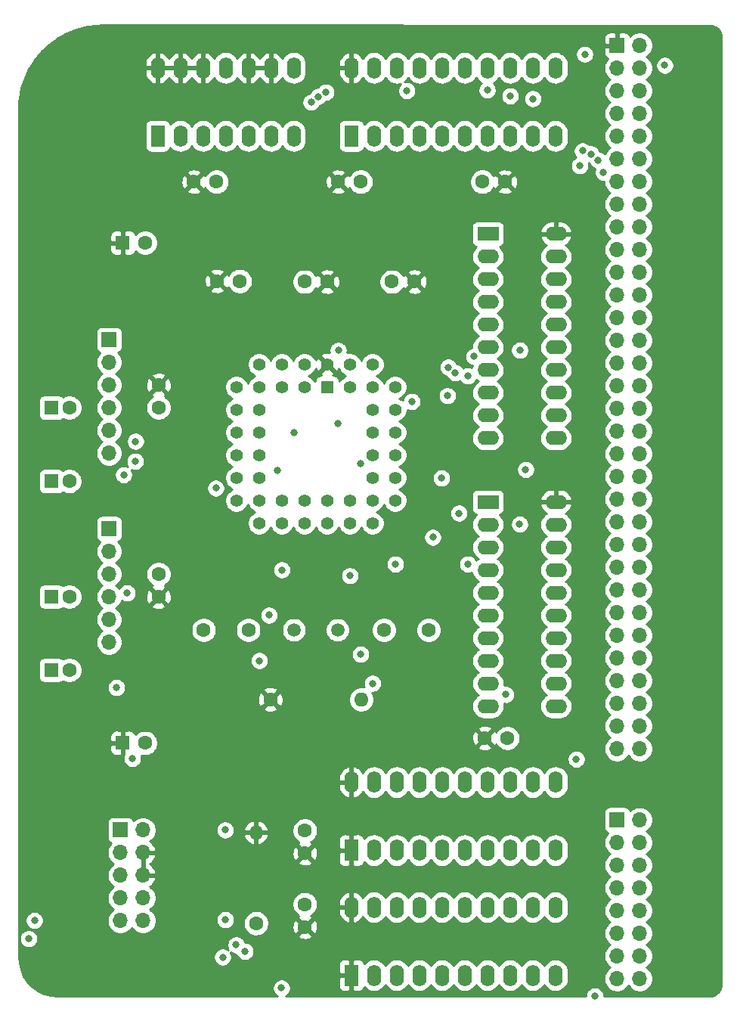
<source format=gbr>
G04 #@! TF.GenerationSoftware,KiCad,Pcbnew,(5.1.5-0-10_14)*
G04 #@! TF.CreationDate,2021-06-26T01:10:47+01:00*
G04 #@! TF.ProjectId,mc68681-basic,6d633638-3638-4312-9d62-617369632e6b,rev?*
G04 #@! TF.SameCoordinates,Original*
G04 #@! TF.FileFunction,Copper,L3,Inr*
G04 #@! TF.FilePolarity,Positive*
%FSLAX46Y46*%
G04 Gerber Fmt 4.6, Leading zero omitted, Abs format (unit mm)*
G04 Created by KiCad (PCBNEW (5.1.5-0-10_14)) date 2021-06-26 01:10:47*
%MOMM*%
%LPD*%
G04 APERTURE LIST*
%ADD10C,1.600000*%
%ADD11R,1.600000X1.600000*%
%ADD12O,1.600000X2.400000*%
%ADD13R,1.600000X2.400000*%
%ADD14C,1.500000*%
%ADD15O,1.700000X1.700000*%
%ADD16R,1.700000X1.700000*%
%ADD17O,1.600000X1.600000*%
%ADD18C,1.422400*%
%ADD19R,1.422400X1.422400*%
%ADD20C,1.600200*%
%ADD21O,2.400000X1.600000*%
%ADD22R,2.400000X1.600000*%
%ADD23C,0.800000*%
%ADD24C,0.254000*%
G04 APERTURE END LIST*
D10*
X57098000Y-89460000D03*
D11*
X55098000Y-89460000D03*
D10*
X57098000Y-118828000D03*
D11*
X55098000Y-118828000D03*
D10*
X57098000Y-110620000D03*
D11*
X55098000Y-110620000D03*
D10*
X57098000Y-97690000D03*
D11*
X55098000Y-97690000D03*
D10*
X97350000Y-114340000D03*
X92350000Y-114340000D03*
X77160000Y-114360000D03*
X72160000Y-114360000D03*
D12*
X88700000Y-51430000D03*
X111560000Y-59050000D03*
X91240000Y-51430000D03*
X109020000Y-59050000D03*
X93780000Y-51430000D03*
X106480000Y-59050000D03*
X96320000Y-51430000D03*
X103940000Y-59050000D03*
X98860000Y-51430000D03*
X101400000Y-59050000D03*
X101400000Y-51430000D03*
X98860000Y-59050000D03*
X103940000Y-51430000D03*
X96320000Y-59050000D03*
X106480000Y-51430000D03*
X93780000Y-59050000D03*
X109020000Y-51430000D03*
X91240000Y-59050000D03*
X111560000Y-51430000D03*
D13*
X88700000Y-59050000D03*
D14*
X87150000Y-114340000D03*
X82270000Y-114340000D03*
D15*
X65360000Y-146890000D03*
X62820000Y-146890000D03*
X65360000Y-144350000D03*
X62820000Y-144350000D03*
X65360000Y-141810000D03*
X62820000Y-141810000D03*
X65360000Y-139270000D03*
X62820000Y-139270000D03*
X65360000Y-136730000D03*
D16*
X62820000Y-136730000D03*
D17*
X89800000Y-122120000D03*
D10*
X79640000Y-122120000D03*
D18*
X93610000Y-87156350D03*
X93610000Y-89696350D03*
X93610000Y-92236350D03*
X93610000Y-94776350D03*
X93610000Y-97316350D03*
X91070000Y-84616350D03*
X91070000Y-89696350D03*
X91070000Y-92236350D03*
X91070000Y-94776350D03*
X91070000Y-97316350D03*
X91070000Y-99856350D03*
X91070000Y-102396350D03*
X88530000Y-102396350D03*
X85990000Y-102396350D03*
X83450000Y-102396350D03*
X80910000Y-102396350D03*
X78370000Y-102396350D03*
X93610000Y-99856350D03*
X88530000Y-99856350D03*
X85990000Y-99856350D03*
X83450000Y-99856350D03*
X80910000Y-99856350D03*
X78370000Y-99856350D03*
X75830000Y-99856350D03*
X75830000Y-97316350D03*
X75830000Y-94776350D03*
X75830000Y-92236350D03*
X75830000Y-89696350D03*
X75830000Y-87156350D03*
X78370000Y-97316350D03*
X78370000Y-94776350D03*
X78370000Y-92236350D03*
X78370000Y-89696350D03*
X78370000Y-87156350D03*
X88530000Y-84616350D03*
X85990000Y-84616350D03*
X78370000Y-84616350D03*
X80910000Y-84616350D03*
X83450000Y-84616350D03*
X91070000Y-87156350D03*
X88530000Y-87156350D03*
X80910000Y-87156350D03*
X83450000Y-87156350D03*
D19*
X85990000Y-87156350D03*
D12*
X88700000Y-131380000D03*
X111560000Y-139000000D03*
X91240000Y-131380000D03*
X109020000Y-139000000D03*
X93780000Y-131380000D03*
X106480000Y-139000000D03*
X96320000Y-131380000D03*
X103940000Y-139000000D03*
X98860000Y-131380000D03*
X101400000Y-139000000D03*
X101400000Y-131380000D03*
X98860000Y-139000000D03*
X103940000Y-131380000D03*
X96320000Y-139000000D03*
X106480000Y-131380000D03*
X93780000Y-139000000D03*
X109020000Y-131380000D03*
X91240000Y-139000000D03*
X111560000Y-131380000D03*
D13*
X88700000Y-139000000D03*
D20*
X93235800Y-75355000D03*
X95775800Y-75355000D03*
X67100000Y-108080000D03*
X67100000Y-110620000D03*
X83450000Y-75355000D03*
X85990000Y-75355000D03*
X103644200Y-126450000D03*
X106184200Y-126450000D03*
X83500000Y-145044200D03*
X83500000Y-147584200D03*
X83500000Y-136815800D03*
X83500000Y-139355800D03*
X67100000Y-86920000D03*
X67100000Y-89460000D03*
X73664200Y-75280000D03*
X76204200Y-75280000D03*
X105904200Y-64175000D03*
X103364200Y-64175000D03*
X71060000Y-64175000D03*
X73600000Y-64175000D03*
X87212100Y-64175000D03*
X89752100Y-64175000D03*
D17*
X78025000Y-137015000D03*
D10*
X78025000Y-147175000D03*
D15*
X61550000Y-115700000D03*
X61550000Y-113160000D03*
X61550000Y-110620000D03*
X61550000Y-108080000D03*
X61550000Y-105540000D03*
D16*
X61550000Y-103000000D03*
D15*
X61550000Y-94540000D03*
X61550000Y-92000000D03*
X61550000Y-89460000D03*
X61550000Y-86920000D03*
X61550000Y-84380000D03*
D16*
X61550000Y-81840000D03*
D15*
X121000000Y-153380000D03*
X118460000Y-153380000D03*
X121000000Y-150840000D03*
X118460000Y-150840000D03*
X121000000Y-148300000D03*
X118460000Y-148300000D03*
X121000000Y-145760000D03*
X118460000Y-145760000D03*
X121000000Y-143220000D03*
X118460000Y-143220000D03*
X121000000Y-140680000D03*
X118460000Y-140680000D03*
X121000000Y-138140000D03*
X118460000Y-138140000D03*
X121000000Y-135600000D03*
D16*
X118460000Y-135600000D03*
D15*
X121000000Y-127640000D03*
X118460000Y-127640000D03*
X121000000Y-125100000D03*
X118460000Y-125100000D03*
X121000000Y-122560000D03*
X118460000Y-122560000D03*
X121000000Y-120020000D03*
X118460000Y-120020000D03*
X121000000Y-117480000D03*
X118460000Y-117480000D03*
X121000000Y-114940000D03*
X118460000Y-114940000D03*
X121000000Y-112400000D03*
X118460000Y-112400000D03*
X121000000Y-109860000D03*
X118460000Y-109860000D03*
X121000000Y-107320000D03*
X118460000Y-107320000D03*
X121000000Y-104780000D03*
X118460000Y-104780000D03*
X121000000Y-102240000D03*
X118460000Y-102240000D03*
X121000000Y-99700000D03*
X118460000Y-99700000D03*
X121000000Y-97160000D03*
X118460000Y-97160000D03*
X121000000Y-94620000D03*
X118460000Y-94620000D03*
X121000000Y-92080000D03*
X118460000Y-92080000D03*
X121000000Y-89540000D03*
X118460000Y-89540000D03*
X121000000Y-87000000D03*
X118460000Y-87000000D03*
X121000000Y-84460000D03*
X118460000Y-84460000D03*
X121000000Y-81920000D03*
X118460000Y-81920000D03*
X121000000Y-79380000D03*
X118460000Y-79380000D03*
X121000000Y-76840000D03*
X118460000Y-76840000D03*
X121000000Y-74300000D03*
X118460000Y-74300000D03*
X121000000Y-71760000D03*
X118460000Y-71760000D03*
X121000000Y-69220000D03*
X118460000Y-69220000D03*
X121000000Y-66680000D03*
X118460000Y-66680000D03*
X121000000Y-64140000D03*
X118460000Y-64140000D03*
X121000000Y-61600000D03*
X118460000Y-61600000D03*
X121000000Y-59060000D03*
X118460000Y-59060000D03*
X121000000Y-56520000D03*
X118460000Y-56520000D03*
X121000000Y-53980000D03*
X118460000Y-53980000D03*
X121000000Y-51440000D03*
X118460000Y-51440000D03*
X121000000Y-48900000D03*
D16*
X118460000Y-48900000D03*
D21*
X111620000Y-70000000D03*
X104000000Y-92860000D03*
X111620000Y-72540000D03*
X104000000Y-90320000D03*
X111620000Y-75080000D03*
X104000000Y-87780000D03*
X111620000Y-77620000D03*
X104000000Y-85240000D03*
X111620000Y-80160000D03*
X104000000Y-82700000D03*
X111620000Y-82700000D03*
X104000000Y-80160000D03*
X111620000Y-85240000D03*
X104000000Y-77620000D03*
X111620000Y-87780000D03*
X104000000Y-75080000D03*
X111620000Y-90320000D03*
X104000000Y-72540000D03*
X111620000Y-92860000D03*
D22*
X104000000Y-70000000D03*
D12*
X67000000Y-51430000D03*
X82240000Y-59050000D03*
X69540000Y-51430000D03*
X79700000Y-59050000D03*
X72080000Y-51430000D03*
X77160000Y-59050000D03*
X74620000Y-51430000D03*
X74620000Y-59050000D03*
X77160000Y-51430000D03*
X72080000Y-59050000D03*
X79700000Y-51430000D03*
X69540000Y-59050000D03*
X82240000Y-51430000D03*
D13*
X67000000Y-59050000D03*
D12*
X88700000Y-145380000D03*
X111560000Y-153000000D03*
X91240000Y-145380000D03*
X109020000Y-153000000D03*
X93780000Y-145380000D03*
X106480000Y-153000000D03*
X96320000Y-145380000D03*
X103940000Y-153000000D03*
X98860000Y-145380000D03*
X101400000Y-153000000D03*
X101400000Y-145380000D03*
X98860000Y-153000000D03*
X103940000Y-145380000D03*
X96320000Y-153000000D03*
X106480000Y-145380000D03*
X93780000Y-153000000D03*
X109020000Y-145380000D03*
X91240000Y-153000000D03*
X111560000Y-145380000D03*
D13*
X88700000Y-153000000D03*
D21*
X111620000Y-100000000D03*
X104000000Y-122860000D03*
X111620000Y-102540000D03*
X104000000Y-120320000D03*
X111620000Y-105080000D03*
X104000000Y-117780000D03*
X111620000Y-107620000D03*
X104000000Y-115240000D03*
X111620000Y-110160000D03*
X104000000Y-112700000D03*
X111620000Y-112700000D03*
X104000000Y-110160000D03*
X111620000Y-115240000D03*
X104000000Y-107620000D03*
X111620000Y-117780000D03*
X104000000Y-105080000D03*
X111620000Y-120320000D03*
X104000000Y-102540000D03*
X111620000Y-122860000D03*
D22*
X104000000Y-100000000D03*
D10*
X65592621Y-127000000D03*
D11*
X63092621Y-127000000D03*
D10*
X65592621Y-71000000D03*
D11*
X63092621Y-71000000D03*
D23*
X87170000Y-91190000D03*
X101738436Y-85905872D03*
X102410000Y-83730000D03*
X80910000Y-107620000D03*
X79470000Y-112690000D03*
X99554903Y-84926493D03*
X78390000Y-117780000D03*
X107572298Y-83022298D03*
X107550000Y-102500000D03*
X75790000Y-149590000D03*
X89700000Y-95740000D03*
X76790000Y-150325000D03*
X74290000Y-150980000D03*
X63199999Y-96970000D03*
X115975000Y-155325000D03*
X64500000Y-95450000D03*
X62397000Y-120794000D03*
X80875000Y-154424990D03*
X64525000Y-93225000D03*
X63588380Y-110202380D03*
X87240000Y-83040000D03*
X98810000Y-97340000D03*
X106000000Y-121575000D03*
X73530000Y-98460000D03*
X100747937Y-101267937D03*
X95470000Y-88767551D03*
X101750030Y-106970000D03*
X93630000Y-106970000D03*
X108222298Y-96387551D03*
X80430000Y-96460000D03*
X91080000Y-120330000D03*
X109020000Y-54875010D03*
X84190000Y-55270000D03*
X89740000Y-117070000D03*
X99460000Y-88120000D03*
X88540000Y-108270000D03*
X106480000Y-54550000D03*
X85006047Y-54625009D03*
X100320000Y-85545149D03*
X97820000Y-103960000D03*
X103930000Y-53900000D03*
X85844796Y-54127889D03*
X74584301Y-146790000D03*
X74570000Y-136730000D03*
X123800000Y-51125000D03*
X114583376Y-60700010D03*
X52560000Y-148910000D03*
X114850000Y-49890000D03*
X115536612Y-61050020D03*
X116300000Y-61725000D03*
X114275000Y-62375020D03*
X116950000Y-63125000D03*
X64170000Y-128730000D03*
X113890000Y-128810000D03*
X94920000Y-53974989D03*
X53200000Y-146860000D03*
X82310000Y-92230000D03*
D24*
G36*
X128767666Y-46657496D02*
G01*
X129060144Y-46686174D01*
X129310381Y-46761725D01*
X129541177Y-46884442D01*
X129743738Y-47049646D01*
X129910358Y-47251055D01*
X130034681Y-47480986D01*
X130111978Y-47730693D01*
X130142498Y-48021069D01*
X130140002Y-153967705D01*
X130111375Y-154259660D01*
X130035965Y-154509429D01*
X129913477Y-154739794D01*
X129748579Y-154941979D01*
X129547546Y-155108288D01*
X129318046Y-155232378D01*
X129068805Y-155309531D01*
X128778911Y-155340000D01*
X117010000Y-155340000D01*
X117010000Y-155223061D01*
X116970226Y-155023102D01*
X116892205Y-154834744D01*
X116778937Y-154665226D01*
X116634774Y-154521063D01*
X116465256Y-154407795D01*
X116276898Y-154329774D01*
X116076939Y-154290000D01*
X115873061Y-154290000D01*
X115673102Y-154329774D01*
X115484744Y-154407795D01*
X115315226Y-154521063D01*
X115171063Y-154665226D01*
X115057795Y-154834744D01*
X114979774Y-155023102D01*
X114940000Y-155223061D01*
X114940000Y-155340000D01*
X81368541Y-155340000D01*
X81534774Y-155228927D01*
X81678937Y-155084764D01*
X81792205Y-154915246D01*
X81870226Y-154726888D01*
X81910000Y-154526929D01*
X81910000Y-154323051D01*
X81885524Y-154200000D01*
X87261928Y-154200000D01*
X87274188Y-154324482D01*
X87310498Y-154444180D01*
X87369463Y-154554494D01*
X87448815Y-154651185D01*
X87545506Y-154730537D01*
X87655820Y-154789502D01*
X87775518Y-154825812D01*
X87900000Y-154838072D01*
X88414250Y-154835000D01*
X88573000Y-154676250D01*
X88573000Y-153127000D01*
X87423750Y-153127000D01*
X87265000Y-153285750D01*
X87261928Y-154200000D01*
X81885524Y-154200000D01*
X81870226Y-154123092D01*
X81792205Y-153934734D01*
X81678937Y-153765216D01*
X81534774Y-153621053D01*
X81365256Y-153507785D01*
X81176898Y-153429764D01*
X80976939Y-153389990D01*
X80773061Y-153389990D01*
X80573102Y-153429764D01*
X80384744Y-153507785D01*
X80215226Y-153621053D01*
X80071063Y-153765216D01*
X79957795Y-153934734D01*
X79879774Y-154123092D01*
X79840000Y-154323051D01*
X79840000Y-154526929D01*
X79879774Y-154726888D01*
X79957795Y-154915246D01*
X80071063Y-155084764D01*
X80215226Y-155228927D01*
X80381459Y-155340000D01*
X55829392Y-155340000D01*
X55031917Y-155268827D01*
X54288110Y-155065344D01*
X53592096Y-154733363D01*
X52965870Y-154283374D01*
X52429223Y-153729597D01*
X51999129Y-153089549D01*
X51689171Y-152383447D01*
X51507935Y-151628543D01*
X51459997Y-150975746D01*
X51459985Y-150878061D01*
X73255000Y-150878061D01*
X73255000Y-151081939D01*
X73294774Y-151281898D01*
X73372795Y-151470256D01*
X73486063Y-151639774D01*
X73630226Y-151783937D01*
X73799744Y-151897205D01*
X73988102Y-151975226D01*
X74188061Y-152015000D01*
X74391939Y-152015000D01*
X74591898Y-151975226D01*
X74780256Y-151897205D01*
X74925733Y-151800000D01*
X87261928Y-151800000D01*
X87265000Y-152714250D01*
X87423750Y-152873000D01*
X88573000Y-152873000D01*
X88573000Y-151323750D01*
X88827000Y-151323750D01*
X88827000Y-152873000D01*
X88847000Y-152873000D01*
X88847000Y-153127000D01*
X88827000Y-153127000D01*
X88827000Y-154676250D01*
X88985750Y-154835000D01*
X89500000Y-154838072D01*
X89624482Y-154825812D01*
X89744180Y-154789502D01*
X89854494Y-154730537D01*
X89951185Y-154651185D01*
X90030537Y-154554494D01*
X90089502Y-154444180D01*
X90125812Y-154324482D01*
X90127581Y-154306517D01*
X90220393Y-154419608D01*
X90438900Y-154598932D01*
X90688193Y-154732182D01*
X90958692Y-154814236D01*
X91240000Y-154841943D01*
X91521309Y-154814236D01*
X91791808Y-154732182D01*
X92041101Y-154598932D01*
X92259608Y-154419608D01*
X92438932Y-154201101D01*
X92510000Y-154068142D01*
X92581068Y-154201101D01*
X92760393Y-154419608D01*
X92978900Y-154598932D01*
X93228193Y-154732182D01*
X93498692Y-154814236D01*
X93780000Y-154841943D01*
X94061309Y-154814236D01*
X94331808Y-154732182D01*
X94581101Y-154598932D01*
X94799608Y-154419608D01*
X94978932Y-154201101D01*
X95050000Y-154068142D01*
X95121068Y-154201101D01*
X95300393Y-154419608D01*
X95518900Y-154598932D01*
X95768193Y-154732182D01*
X96038692Y-154814236D01*
X96320000Y-154841943D01*
X96601309Y-154814236D01*
X96871808Y-154732182D01*
X97121101Y-154598932D01*
X97339608Y-154419608D01*
X97518932Y-154201101D01*
X97590000Y-154068142D01*
X97661068Y-154201101D01*
X97840393Y-154419608D01*
X98058900Y-154598932D01*
X98308193Y-154732182D01*
X98578692Y-154814236D01*
X98860000Y-154841943D01*
X99141309Y-154814236D01*
X99411808Y-154732182D01*
X99661101Y-154598932D01*
X99879608Y-154419608D01*
X100058932Y-154201101D01*
X100130000Y-154068142D01*
X100201068Y-154201101D01*
X100380393Y-154419608D01*
X100598900Y-154598932D01*
X100848193Y-154732182D01*
X101118692Y-154814236D01*
X101400000Y-154841943D01*
X101681309Y-154814236D01*
X101951808Y-154732182D01*
X102201101Y-154598932D01*
X102419608Y-154419608D01*
X102598932Y-154201101D01*
X102670000Y-154068142D01*
X102741068Y-154201101D01*
X102920393Y-154419608D01*
X103138900Y-154598932D01*
X103388193Y-154732182D01*
X103658692Y-154814236D01*
X103940000Y-154841943D01*
X104221309Y-154814236D01*
X104491808Y-154732182D01*
X104741101Y-154598932D01*
X104959608Y-154419608D01*
X105138932Y-154201101D01*
X105210000Y-154068142D01*
X105281068Y-154201101D01*
X105460393Y-154419608D01*
X105678900Y-154598932D01*
X105928193Y-154732182D01*
X106198692Y-154814236D01*
X106480000Y-154841943D01*
X106761309Y-154814236D01*
X107031808Y-154732182D01*
X107281101Y-154598932D01*
X107499608Y-154419608D01*
X107678932Y-154201101D01*
X107750000Y-154068142D01*
X107821068Y-154201101D01*
X108000393Y-154419608D01*
X108218900Y-154598932D01*
X108468193Y-154732182D01*
X108738692Y-154814236D01*
X109020000Y-154841943D01*
X109301309Y-154814236D01*
X109571808Y-154732182D01*
X109821101Y-154598932D01*
X110039608Y-154419608D01*
X110218932Y-154201101D01*
X110290000Y-154068142D01*
X110361068Y-154201101D01*
X110540393Y-154419608D01*
X110758900Y-154598932D01*
X111008193Y-154732182D01*
X111278692Y-154814236D01*
X111560000Y-154841943D01*
X111841309Y-154814236D01*
X112111808Y-154732182D01*
X112361101Y-154598932D01*
X112579608Y-154419608D01*
X112758932Y-154201101D01*
X112892182Y-153951808D01*
X112974236Y-153681309D01*
X112995000Y-153470491D01*
X112995000Y-152529508D01*
X112974236Y-152318691D01*
X112892182Y-152048192D01*
X112758932Y-151798899D01*
X112579607Y-151580392D01*
X112361100Y-151401068D01*
X112111807Y-151267818D01*
X111841308Y-151185764D01*
X111560000Y-151158057D01*
X111278691Y-151185764D01*
X111008192Y-151267818D01*
X110758899Y-151401068D01*
X110540392Y-151580393D01*
X110361068Y-151798900D01*
X110290000Y-151931858D01*
X110218932Y-151798899D01*
X110039607Y-151580392D01*
X109821100Y-151401068D01*
X109571807Y-151267818D01*
X109301308Y-151185764D01*
X109020000Y-151158057D01*
X108738691Y-151185764D01*
X108468192Y-151267818D01*
X108218899Y-151401068D01*
X108000392Y-151580393D01*
X107821068Y-151798900D01*
X107750000Y-151931858D01*
X107678932Y-151798899D01*
X107499607Y-151580392D01*
X107281100Y-151401068D01*
X107031807Y-151267818D01*
X106761308Y-151185764D01*
X106480000Y-151158057D01*
X106198691Y-151185764D01*
X105928192Y-151267818D01*
X105678899Y-151401068D01*
X105460392Y-151580393D01*
X105281068Y-151798900D01*
X105210000Y-151931858D01*
X105138932Y-151798899D01*
X104959607Y-151580392D01*
X104741100Y-151401068D01*
X104491807Y-151267818D01*
X104221308Y-151185764D01*
X103940000Y-151158057D01*
X103658691Y-151185764D01*
X103388192Y-151267818D01*
X103138899Y-151401068D01*
X102920392Y-151580393D01*
X102741068Y-151798900D01*
X102670000Y-151931858D01*
X102598932Y-151798899D01*
X102419607Y-151580392D01*
X102201100Y-151401068D01*
X101951807Y-151267818D01*
X101681308Y-151185764D01*
X101400000Y-151158057D01*
X101118691Y-151185764D01*
X100848192Y-151267818D01*
X100598899Y-151401068D01*
X100380392Y-151580393D01*
X100201068Y-151798900D01*
X100130000Y-151931858D01*
X100058932Y-151798899D01*
X99879607Y-151580392D01*
X99661100Y-151401068D01*
X99411807Y-151267818D01*
X99141308Y-151185764D01*
X98860000Y-151158057D01*
X98578691Y-151185764D01*
X98308192Y-151267818D01*
X98058899Y-151401068D01*
X97840392Y-151580393D01*
X97661068Y-151798900D01*
X97590000Y-151931858D01*
X97518932Y-151798899D01*
X97339607Y-151580392D01*
X97121100Y-151401068D01*
X96871807Y-151267818D01*
X96601308Y-151185764D01*
X96320000Y-151158057D01*
X96038691Y-151185764D01*
X95768192Y-151267818D01*
X95518899Y-151401068D01*
X95300392Y-151580393D01*
X95121068Y-151798900D01*
X95050000Y-151931858D01*
X94978932Y-151798899D01*
X94799607Y-151580392D01*
X94581100Y-151401068D01*
X94331807Y-151267818D01*
X94061308Y-151185764D01*
X93780000Y-151158057D01*
X93498691Y-151185764D01*
X93228192Y-151267818D01*
X92978899Y-151401068D01*
X92760392Y-151580393D01*
X92581068Y-151798900D01*
X92510000Y-151931858D01*
X92438932Y-151798899D01*
X92259607Y-151580392D01*
X92041100Y-151401068D01*
X91791807Y-151267818D01*
X91521308Y-151185764D01*
X91240000Y-151158057D01*
X90958691Y-151185764D01*
X90688192Y-151267818D01*
X90438899Y-151401068D01*
X90220392Y-151580393D01*
X90127581Y-151693483D01*
X90125812Y-151675518D01*
X90089502Y-151555820D01*
X90030537Y-151445506D01*
X89951185Y-151348815D01*
X89854494Y-151269463D01*
X89744180Y-151210498D01*
X89624482Y-151174188D01*
X89500000Y-151161928D01*
X88985750Y-151165000D01*
X88827000Y-151323750D01*
X88573000Y-151323750D01*
X88414250Y-151165000D01*
X87900000Y-151161928D01*
X87775518Y-151174188D01*
X87655820Y-151210498D01*
X87545506Y-151269463D01*
X87448815Y-151348815D01*
X87369463Y-151445506D01*
X87310498Y-151555820D01*
X87274188Y-151675518D01*
X87261928Y-151800000D01*
X74925733Y-151800000D01*
X74949774Y-151783937D01*
X75093937Y-151639774D01*
X75207205Y-151470256D01*
X75285226Y-151281898D01*
X75325000Y-151081939D01*
X75325000Y-150878061D01*
X75285226Y-150678102D01*
X75207205Y-150489744D01*
X75153644Y-150409585D01*
X75299744Y-150507205D01*
X75488102Y-150585226D01*
X75688061Y-150625000D01*
X75794396Y-150625000D01*
X75794774Y-150626898D01*
X75872795Y-150815256D01*
X75986063Y-150984774D01*
X76130226Y-151128937D01*
X76299744Y-151242205D01*
X76488102Y-151320226D01*
X76688061Y-151360000D01*
X76891939Y-151360000D01*
X77091898Y-151320226D01*
X77280256Y-151242205D01*
X77449774Y-151128937D01*
X77593937Y-150984774D01*
X77707205Y-150815256D01*
X77785226Y-150626898D01*
X77825000Y-150426939D01*
X77825000Y-150223061D01*
X77785226Y-150023102D01*
X77707205Y-149834744D01*
X77593937Y-149665226D01*
X77449774Y-149521063D01*
X77280256Y-149407795D01*
X77091898Y-149329774D01*
X76891939Y-149290000D01*
X76785604Y-149290000D01*
X76785226Y-149288102D01*
X76707205Y-149099744D01*
X76593937Y-148930226D01*
X76449774Y-148786063D01*
X76280256Y-148672795D01*
X76091898Y-148594774D01*
X75891939Y-148555000D01*
X75688061Y-148555000D01*
X75488102Y-148594774D01*
X75299744Y-148672795D01*
X75130226Y-148786063D01*
X74986063Y-148930226D01*
X74872795Y-149099744D01*
X74794774Y-149288102D01*
X74755000Y-149488061D01*
X74755000Y-149691939D01*
X74794774Y-149891898D01*
X74872795Y-150080256D01*
X74926356Y-150160415D01*
X74780256Y-150062795D01*
X74591898Y-149984774D01*
X74391939Y-149945000D01*
X74188061Y-149945000D01*
X73988102Y-149984774D01*
X73799744Y-150062795D01*
X73630226Y-150176063D01*
X73486063Y-150320226D01*
X73372795Y-150489744D01*
X73294774Y-150678102D01*
X73255000Y-150878061D01*
X51459985Y-150878061D01*
X51459712Y-148808061D01*
X51525000Y-148808061D01*
X51525000Y-149011939D01*
X51564774Y-149211898D01*
X51642795Y-149400256D01*
X51756063Y-149569774D01*
X51900226Y-149713937D01*
X52069744Y-149827205D01*
X52258102Y-149905226D01*
X52458061Y-149945000D01*
X52661939Y-149945000D01*
X52861898Y-149905226D01*
X53050256Y-149827205D01*
X53219774Y-149713937D01*
X53363937Y-149569774D01*
X53477205Y-149400256D01*
X53555226Y-149211898D01*
X53595000Y-149011939D01*
X53595000Y-148808061D01*
X53555226Y-148608102D01*
X53477205Y-148419744D01*
X53363937Y-148250226D01*
X53219774Y-148106063D01*
X53050256Y-147992795D01*
X52861898Y-147914774D01*
X52661939Y-147875000D01*
X52458061Y-147875000D01*
X52258102Y-147914774D01*
X52069744Y-147992795D01*
X51900226Y-148106063D01*
X51756063Y-148250226D01*
X51642795Y-148419744D01*
X51564774Y-148608102D01*
X51525000Y-148808061D01*
X51459712Y-148808061D01*
X51459443Y-146758061D01*
X52165000Y-146758061D01*
X52165000Y-146961939D01*
X52204774Y-147161898D01*
X52282795Y-147350256D01*
X52396063Y-147519774D01*
X52540226Y-147663937D01*
X52709744Y-147777205D01*
X52898102Y-147855226D01*
X53098061Y-147895000D01*
X53301939Y-147895000D01*
X53501898Y-147855226D01*
X53690256Y-147777205D01*
X53859774Y-147663937D01*
X54003937Y-147519774D01*
X54117205Y-147350256D01*
X54195226Y-147161898D01*
X54235000Y-146961939D01*
X54235000Y-146758061D01*
X54195226Y-146558102D01*
X54117205Y-146369744D01*
X54003937Y-146200226D01*
X53859774Y-146056063D01*
X53690256Y-145942795D01*
X53501898Y-145864774D01*
X53301939Y-145825000D01*
X53098061Y-145825000D01*
X52898102Y-145864774D01*
X52709744Y-145942795D01*
X52540226Y-146056063D01*
X52396063Y-146200226D01*
X52282795Y-146369744D01*
X52204774Y-146558102D01*
X52165000Y-146758061D01*
X51459443Y-146758061D01*
X51458013Y-135880000D01*
X61331928Y-135880000D01*
X61331928Y-137580000D01*
X61344188Y-137704482D01*
X61380498Y-137824180D01*
X61439463Y-137934494D01*
X61518815Y-138031185D01*
X61615506Y-138110537D01*
X61725820Y-138169502D01*
X61798380Y-138191513D01*
X61666525Y-138323368D01*
X61504010Y-138566589D01*
X61392068Y-138836842D01*
X61335000Y-139123740D01*
X61335000Y-139416260D01*
X61392068Y-139703158D01*
X61504010Y-139973411D01*
X61666525Y-140216632D01*
X61873368Y-140423475D01*
X62047760Y-140540000D01*
X61873368Y-140656525D01*
X61666525Y-140863368D01*
X61504010Y-141106589D01*
X61392068Y-141376842D01*
X61335000Y-141663740D01*
X61335000Y-141956260D01*
X61392068Y-142243158D01*
X61504010Y-142513411D01*
X61666525Y-142756632D01*
X61873368Y-142963475D01*
X62047760Y-143080000D01*
X61873368Y-143196525D01*
X61666525Y-143403368D01*
X61504010Y-143646589D01*
X61392068Y-143916842D01*
X61335000Y-144203740D01*
X61335000Y-144496260D01*
X61392068Y-144783158D01*
X61504010Y-145053411D01*
X61666525Y-145296632D01*
X61873368Y-145503475D01*
X62047760Y-145620000D01*
X61873368Y-145736525D01*
X61666525Y-145943368D01*
X61504010Y-146186589D01*
X61392068Y-146456842D01*
X61335000Y-146743740D01*
X61335000Y-147036260D01*
X61392068Y-147323158D01*
X61504010Y-147593411D01*
X61666525Y-147836632D01*
X61873368Y-148043475D01*
X62116589Y-148205990D01*
X62386842Y-148317932D01*
X62673740Y-148375000D01*
X62966260Y-148375000D01*
X63253158Y-148317932D01*
X63523411Y-148205990D01*
X63766632Y-148043475D01*
X63973475Y-147836632D01*
X64090000Y-147662240D01*
X64206525Y-147836632D01*
X64413368Y-148043475D01*
X64656589Y-148205990D01*
X64926842Y-148317932D01*
X65213740Y-148375000D01*
X65506260Y-148375000D01*
X65793158Y-148317932D01*
X66063411Y-148205990D01*
X66306632Y-148043475D01*
X66513475Y-147836632D01*
X66675990Y-147593411D01*
X66787932Y-147323158D01*
X66845000Y-147036260D01*
X66845000Y-146743740D01*
X66833925Y-146688061D01*
X73549301Y-146688061D01*
X73549301Y-146891939D01*
X73589075Y-147091898D01*
X73667096Y-147280256D01*
X73780364Y-147449774D01*
X73924527Y-147593937D01*
X74094045Y-147707205D01*
X74282403Y-147785226D01*
X74482362Y-147825000D01*
X74686240Y-147825000D01*
X74886199Y-147785226D01*
X75074557Y-147707205D01*
X75244075Y-147593937D01*
X75388238Y-147449774D01*
X75501506Y-147280256D01*
X75579527Y-147091898D01*
X75591110Y-147033665D01*
X76590000Y-147033665D01*
X76590000Y-147316335D01*
X76645147Y-147593574D01*
X76753320Y-147854727D01*
X76910363Y-148089759D01*
X77110241Y-148289637D01*
X77345273Y-148446680D01*
X77606426Y-148554853D01*
X77883665Y-148610000D01*
X78166335Y-148610000D01*
X78332365Y-148576974D01*
X82686831Y-148576974D01*
X82758426Y-148820954D01*
X83013954Y-148941864D01*
X83288161Y-149010600D01*
X83570508Y-149024520D01*
X83850147Y-148983089D01*
X84116328Y-148887900D01*
X84241574Y-148820954D01*
X84313169Y-148576974D01*
X83500000Y-147763805D01*
X82686831Y-148576974D01*
X78332365Y-148576974D01*
X78443574Y-148554853D01*
X78704727Y-148446680D01*
X78939759Y-148289637D01*
X79139637Y-148089759D01*
X79296680Y-147854727D01*
X79379530Y-147654708D01*
X82059680Y-147654708D01*
X82101111Y-147934347D01*
X82196300Y-148200528D01*
X82263246Y-148325774D01*
X82507226Y-148397369D01*
X83320395Y-147584200D01*
X83679605Y-147584200D01*
X84492774Y-148397369D01*
X84736754Y-148325774D01*
X84857664Y-148070246D01*
X84926400Y-147796039D01*
X84940320Y-147513692D01*
X84898889Y-147234053D01*
X84803700Y-146967872D01*
X84736754Y-146842626D01*
X84492774Y-146771031D01*
X83679605Y-147584200D01*
X83320395Y-147584200D01*
X82507226Y-146771031D01*
X82263246Y-146842626D01*
X82142336Y-147098154D01*
X82073600Y-147372361D01*
X82059680Y-147654708D01*
X79379530Y-147654708D01*
X79404853Y-147593574D01*
X79460000Y-147316335D01*
X79460000Y-147033665D01*
X79404853Y-146756426D01*
X79296680Y-146495273D01*
X79139637Y-146260241D01*
X78939759Y-146060363D01*
X78704727Y-145903320D01*
X78443574Y-145795147D01*
X78166335Y-145740000D01*
X77883665Y-145740000D01*
X77606426Y-145795147D01*
X77345273Y-145903320D01*
X77110241Y-146060363D01*
X76910363Y-146260241D01*
X76753320Y-146495273D01*
X76645147Y-146756426D01*
X76590000Y-147033665D01*
X75591110Y-147033665D01*
X75619301Y-146891939D01*
X75619301Y-146688061D01*
X75579527Y-146488102D01*
X75501506Y-146299744D01*
X75388238Y-146130226D01*
X75244075Y-145986063D01*
X75074557Y-145872795D01*
X74886199Y-145794774D01*
X74686240Y-145755000D01*
X74482362Y-145755000D01*
X74282403Y-145794774D01*
X74094045Y-145872795D01*
X73924527Y-145986063D01*
X73780364Y-146130226D01*
X73667096Y-146299744D01*
X73589075Y-146488102D01*
X73549301Y-146688061D01*
X66833925Y-146688061D01*
X66787932Y-146456842D01*
X66675990Y-146186589D01*
X66513475Y-145943368D01*
X66306632Y-145736525D01*
X66132240Y-145620000D01*
X66306632Y-145503475D01*
X66513475Y-145296632D01*
X66675990Y-145053411D01*
X66738352Y-144902855D01*
X82064900Y-144902855D01*
X82064900Y-145185545D01*
X82120050Y-145462803D01*
X82228231Y-145723975D01*
X82385285Y-145959023D01*
X82585177Y-146158915D01*
X82818932Y-146315105D01*
X82758426Y-146347446D01*
X82686831Y-146591426D01*
X83500000Y-147404595D01*
X84313169Y-146591426D01*
X84241574Y-146347446D01*
X84177256Y-146317012D01*
X84179775Y-146315969D01*
X84414823Y-146158915D01*
X84614715Y-145959023D01*
X84771769Y-145723975D01*
X84861643Y-145507000D01*
X87265000Y-145507000D01*
X87265000Y-145907000D01*
X87317350Y-146184514D01*
X87422834Y-146446483D01*
X87577399Y-146682839D01*
X87775105Y-146884500D01*
X88008354Y-147043715D01*
X88268182Y-147154367D01*
X88350961Y-147171904D01*
X88573000Y-147049915D01*
X88573000Y-145507000D01*
X87265000Y-145507000D01*
X84861643Y-145507000D01*
X84879950Y-145462803D01*
X84935100Y-145185545D01*
X84935100Y-144902855D01*
X84925184Y-144853000D01*
X87265000Y-144853000D01*
X87265000Y-145253000D01*
X88573000Y-145253000D01*
X88573000Y-143710085D01*
X88827000Y-143710085D01*
X88827000Y-145253000D01*
X88847000Y-145253000D01*
X88847000Y-145507000D01*
X88827000Y-145507000D01*
X88827000Y-147049915D01*
X89049039Y-147171904D01*
X89131818Y-147154367D01*
X89391646Y-147043715D01*
X89624895Y-146884500D01*
X89822601Y-146682839D01*
X89972735Y-146453259D01*
X90041068Y-146581101D01*
X90220393Y-146799608D01*
X90438900Y-146978932D01*
X90688193Y-147112182D01*
X90958692Y-147194236D01*
X91240000Y-147221943D01*
X91521309Y-147194236D01*
X91791808Y-147112182D01*
X92041101Y-146978932D01*
X92259608Y-146799608D01*
X92438932Y-146581101D01*
X92510000Y-146448142D01*
X92581068Y-146581101D01*
X92760393Y-146799608D01*
X92978900Y-146978932D01*
X93228193Y-147112182D01*
X93498692Y-147194236D01*
X93780000Y-147221943D01*
X94061309Y-147194236D01*
X94331808Y-147112182D01*
X94581101Y-146978932D01*
X94799608Y-146799608D01*
X94978932Y-146581101D01*
X95050000Y-146448142D01*
X95121068Y-146581101D01*
X95300393Y-146799608D01*
X95518900Y-146978932D01*
X95768193Y-147112182D01*
X96038692Y-147194236D01*
X96320000Y-147221943D01*
X96601309Y-147194236D01*
X96871808Y-147112182D01*
X97121101Y-146978932D01*
X97339608Y-146799608D01*
X97518932Y-146581101D01*
X97590000Y-146448142D01*
X97661068Y-146581101D01*
X97840393Y-146799608D01*
X98058900Y-146978932D01*
X98308193Y-147112182D01*
X98578692Y-147194236D01*
X98860000Y-147221943D01*
X99141309Y-147194236D01*
X99411808Y-147112182D01*
X99661101Y-146978932D01*
X99879608Y-146799608D01*
X100058932Y-146581101D01*
X100130000Y-146448142D01*
X100201068Y-146581101D01*
X100380393Y-146799608D01*
X100598900Y-146978932D01*
X100848193Y-147112182D01*
X101118692Y-147194236D01*
X101400000Y-147221943D01*
X101681309Y-147194236D01*
X101951808Y-147112182D01*
X102201101Y-146978932D01*
X102419608Y-146799608D01*
X102598932Y-146581101D01*
X102670000Y-146448142D01*
X102741068Y-146581101D01*
X102920393Y-146799608D01*
X103138900Y-146978932D01*
X103388193Y-147112182D01*
X103658692Y-147194236D01*
X103940000Y-147221943D01*
X104221309Y-147194236D01*
X104491808Y-147112182D01*
X104741101Y-146978932D01*
X104959608Y-146799608D01*
X105138932Y-146581101D01*
X105210000Y-146448142D01*
X105281068Y-146581101D01*
X105460393Y-146799608D01*
X105678900Y-146978932D01*
X105928193Y-147112182D01*
X106198692Y-147194236D01*
X106480000Y-147221943D01*
X106761309Y-147194236D01*
X107031808Y-147112182D01*
X107281101Y-146978932D01*
X107499608Y-146799608D01*
X107678932Y-146581101D01*
X107750000Y-146448142D01*
X107821068Y-146581101D01*
X108000393Y-146799608D01*
X108218900Y-146978932D01*
X108468193Y-147112182D01*
X108738692Y-147194236D01*
X109020000Y-147221943D01*
X109301309Y-147194236D01*
X109571808Y-147112182D01*
X109821101Y-146978932D01*
X110039608Y-146799608D01*
X110218932Y-146581101D01*
X110290000Y-146448142D01*
X110361068Y-146581101D01*
X110540393Y-146799608D01*
X110758900Y-146978932D01*
X111008193Y-147112182D01*
X111278692Y-147194236D01*
X111560000Y-147221943D01*
X111841309Y-147194236D01*
X112111808Y-147112182D01*
X112361101Y-146978932D01*
X112579608Y-146799608D01*
X112758932Y-146581101D01*
X112892182Y-146331808D01*
X112974236Y-146061309D01*
X112995000Y-145850491D01*
X112995000Y-144909508D01*
X112974236Y-144698691D01*
X112892182Y-144428192D01*
X112758932Y-144178899D01*
X112579607Y-143960392D01*
X112361100Y-143781068D01*
X112111807Y-143647818D01*
X111841308Y-143565764D01*
X111560000Y-143538057D01*
X111278691Y-143565764D01*
X111008192Y-143647818D01*
X110758899Y-143781068D01*
X110540392Y-143960393D01*
X110361068Y-144178900D01*
X110290000Y-144311858D01*
X110218932Y-144178899D01*
X110039607Y-143960392D01*
X109821100Y-143781068D01*
X109571807Y-143647818D01*
X109301308Y-143565764D01*
X109020000Y-143538057D01*
X108738691Y-143565764D01*
X108468192Y-143647818D01*
X108218899Y-143781068D01*
X108000392Y-143960393D01*
X107821068Y-144178900D01*
X107750000Y-144311858D01*
X107678932Y-144178899D01*
X107499607Y-143960392D01*
X107281100Y-143781068D01*
X107031807Y-143647818D01*
X106761308Y-143565764D01*
X106480000Y-143538057D01*
X106198691Y-143565764D01*
X105928192Y-143647818D01*
X105678899Y-143781068D01*
X105460392Y-143960393D01*
X105281068Y-144178900D01*
X105210000Y-144311858D01*
X105138932Y-144178899D01*
X104959607Y-143960392D01*
X104741100Y-143781068D01*
X104491807Y-143647818D01*
X104221308Y-143565764D01*
X103940000Y-143538057D01*
X103658691Y-143565764D01*
X103388192Y-143647818D01*
X103138899Y-143781068D01*
X102920392Y-143960393D01*
X102741068Y-144178900D01*
X102670000Y-144311858D01*
X102598932Y-144178899D01*
X102419607Y-143960392D01*
X102201100Y-143781068D01*
X101951807Y-143647818D01*
X101681308Y-143565764D01*
X101400000Y-143538057D01*
X101118691Y-143565764D01*
X100848192Y-143647818D01*
X100598899Y-143781068D01*
X100380392Y-143960393D01*
X100201068Y-144178900D01*
X100130000Y-144311858D01*
X100058932Y-144178899D01*
X99879607Y-143960392D01*
X99661100Y-143781068D01*
X99411807Y-143647818D01*
X99141308Y-143565764D01*
X98860000Y-143538057D01*
X98578691Y-143565764D01*
X98308192Y-143647818D01*
X98058899Y-143781068D01*
X97840392Y-143960393D01*
X97661068Y-144178900D01*
X97590000Y-144311858D01*
X97518932Y-144178899D01*
X97339607Y-143960392D01*
X97121100Y-143781068D01*
X96871807Y-143647818D01*
X96601308Y-143565764D01*
X96320000Y-143538057D01*
X96038691Y-143565764D01*
X95768192Y-143647818D01*
X95518899Y-143781068D01*
X95300392Y-143960393D01*
X95121068Y-144178900D01*
X95050000Y-144311858D01*
X94978932Y-144178899D01*
X94799607Y-143960392D01*
X94581100Y-143781068D01*
X94331807Y-143647818D01*
X94061308Y-143565764D01*
X93780000Y-143538057D01*
X93498691Y-143565764D01*
X93228192Y-143647818D01*
X92978899Y-143781068D01*
X92760392Y-143960393D01*
X92581068Y-144178900D01*
X92510000Y-144311858D01*
X92438932Y-144178899D01*
X92259607Y-143960392D01*
X92041100Y-143781068D01*
X91791807Y-143647818D01*
X91521308Y-143565764D01*
X91240000Y-143538057D01*
X90958691Y-143565764D01*
X90688192Y-143647818D01*
X90438899Y-143781068D01*
X90220392Y-143960393D01*
X90041068Y-144178900D01*
X89972735Y-144306742D01*
X89822601Y-144077161D01*
X89624895Y-143875500D01*
X89391646Y-143716285D01*
X89131818Y-143605633D01*
X89049039Y-143588096D01*
X88827000Y-143710085D01*
X88573000Y-143710085D01*
X88350961Y-143588096D01*
X88268182Y-143605633D01*
X88008354Y-143716285D01*
X87775105Y-143875500D01*
X87577399Y-144077161D01*
X87422834Y-144313517D01*
X87317350Y-144575486D01*
X87265000Y-144853000D01*
X84925184Y-144853000D01*
X84879950Y-144625597D01*
X84771769Y-144364425D01*
X84614715Y-144129377D01*
X84414823Y-143929485D01*
X84179775Y-143772431D01*
X83918603Y-143664250D01*
X83641345Y-143609100D01*
X83358655Y-143609100D01*
X83081397Y-143664250D01*
X82820225Y-143772431D01*
X82585177Y-143929485D01*
X82385285Y-144129377D01*
X82228231Y-144364425D01*
X82120050Y-144625597D01*
X82064900Y-144902855D01*
X66738352Y-144902855D01*
X66787932Y-144783158D01*
X66845000Y-144496260D01*
X66845000Y-144203740D01*
X66787932Y-143916842D01*
X66675990Y-143646589D01*
X66513475Y-143403368D01*
X66306632Y-143196525D01*
X66124466Y-143074805D01*
X66241355Y-143005178D01*
X66457588Y-142810269D01*
X66631641Y-142576920D01*
X66756825Y-142314099D01*
X66801476Y-142166890D01*
X66680155Y-141937000D01*
X65487000Y-141937000D01*
X65487000Y-141957000D01*
X65233000Y-141957000D01*
X65233000Y-141937000D01*
X65213000Y-141937000D01*
X65213000Y-141683000D01*
X65233000Y-141683000D01*
X65233000Y-139397000D01*
X65487000Y-139397000D01*
X65487000Y-141683000D01*
X66680155Y-141683000D01*
X66801476Y-141453110D01*
X66756825Y-141305901D01*
X66631641Y-141043080D01*
X66457588Y-140809731D01*
X66241355Y-140614822D01*
X66115745Y-140540000D01*
X66241355Y-140465178D01*
X66370716Y-140348574D01*
X82686831Y-140348574D01*
X82758426Y-140592554D01*
X83013954Y-140713464D01*
X83288161Y-140782200D01*
X83570508Y-140796120D01*
X83850147Y-140754689D01*
X84116328Y-140659500D01*
X84241574Y-140592554D01*
X84313169Y-140348574D01*
X84164595Y-140200000D01*
X87261928Y-140200000D01*
X87274188Y-140324482D01*
X87310498Y-140444180D01*
X87369463Y-140554494D01*
X87448815Y-140651185D01*
X87545506Y-140730537D01*
X87655820Y-140789502D01*
X87775518Y-140825812D01*
X87900000Y-140838072D01*
X88414250Y-140835000D01*
X88573000Y-140676250D01*
X88573000Y-139127000D01*
X87423750Y-139127000D01*
X87265000Y-139285750D01*
X87261928Y-140200000D01*
X84164595Y-140200000D01*
X83500000Y-139535405D01*
X82686831Y-140348574D01*
X66370716Y-140348574D01*
X66457588Y-140270269D01*
X66631641Y-140036920D01*
X66756825Y-139774099D01*
X66801476Y-139626890D01*
X66695622Y-139426308D01*
X82059680Y-139426308D01*
X82101111Y-139705947D01*
X82196300Y-139972128D01*
X82263246Y-140097374D01*
X82507226Y-140168969D01*
X83320395Y-139355800D01*
X83679605Y-139355800D01*
X84492774Y-140168969D01*
X84736754Y-140097374D01*
X84857664Y-139841846D01*
X84926400Y-139567639D01*
X84940320Y-139285292D01*
X84898889Y-139005653D01*
X84803700Y-138739472D01*
X84736754Y-138614226D01*
X84492774Y-138542631D01*
X83679605Y-139355800D01*
X83320395Y-139355800D01*
X82507226Y-138542631D01*
X82263246Y-138614226D01*
X82142336Y-138869754D01*
X82073600Y-139143961D01*
X82059680Y-139426308D01*
X66695622Y-139426308D01*
X66680155Y-139397000D01*
X65487000Y-139397000D01*
X65233000Y-139397000D01*
X65213000Y-139397000D01*
X65213000Y-139143000D01*
X65233000Y-139143000D01*
X65233000Y-139123000D01*
X65487000Y-139123000D01*
X65487000Y-139143000D01*
X66680155Y-139143000D01*
X66801476Y-138913110D01*
X66756825Y-138765901D01*
X66631641Y-138503080D01*
X66457588Y-138269731D01*
X66241355Y-138074822D01*
X66124466Y-138005195D01*
X66306632Y-137883475D01*
X66513475Y-137676632D01*
X66675990Y-137433411D01*
X66787932Y-137163158D01*
X66845000Y-136876260D01*
X66845000Y-136628061D01*
X73535000Y-136628061D01*
X73535000Y-136831939D01*
X73574774Y-137031898D01*
X73652795Y-137220256D01*
X73766063Y-137389774D01*
X73910226Y-137533937D01*
X74079744Y-137647205D01*
X74268102Y-137725226D01*
X74468061Y-137765000D01*
X74671939Y-137765000D01*
X74871898Y-137725226D01*
X75060256Y-137647205D01*
X75229774Y-137533937D01*
X75373937Y-137389774D01*
X75391131Y-137364040D01*
X76633091Y-137364040D01*
X76727930Y-137628881D01*
X76872615Y-137870131D01*
X77061586Y-138078519D01*
X77287580Y-138246037D01*
X77541913Y-138366246D01*
X77675961Y-138406904D01*
X77898000Y-138284915D01*
X77898000Y-137142000D01*
X78152000Y-137142000D01*
X78152000Y-138284915D01*
X78374039Y-138406904D01*
X78508087Y-138366246D01*
X78762420Y-138246037D01*
X78988414Y-138078519D01*
X79177385Y-137870131D01*
X79322070Y-137628881D01*
X79416909Y-137364040D01*
X79295624Y-137142000D01*
X78152000Y-137142000D01*
X77898000Y-137142000D01*
X76754376Y-137142000D01*
X76633091Y-137364040D01*
X75391131Y-137364040D01*
X75487205Y-137220256D01*
X75565226Y-137031898D01*
X75605000Y-136831939D01*
X75605000Y-136665960D01*
X76633091Y-136665960D01*
X76754376Y-136888000D01*
X77898000Y-136888000D01*
X77898000Y-135745085D01*
X78152000Y-135745085D01*
X78152000Y-136888000D01*
X79295624Y-136888000D01*
X79412268Y-136674455D01*
X82064900Y-136674455D01*
X82064900Y-136957145D01*
X82120050Y-137234403D01*
X82228231Y-137495575D01*
X82385285Y-137730623D01*
X82585177Y-137930515D01*
X82818932Y-138086705D01*
X82758426Y-138119046D01*
X82686831Y-138363026D01*
X83500000Y-139176195D01*
X84313169Y-138363026D01*
X84241574Y-138119046D01*
X84177256Y-138088612D01*
X84179775Y-138087569D01*
X84414823Y-137930515D01*
X84545338Y-137800000D01*
X87261928Y-137800000D01*
X87265000Y-138714250D01*
X87423750Y-138873000D01*
X88573000Y-138873000D01*
X88573000Y-137323750D01*
X88827000Y-137323750D01*
X88827000Y-138873000D01*
X88847000Y-138873000D01*
X88847000Y-139127000D01*
X88827000Y-139127000D01*
X88827000Y-140676250D01*
X88985750Y-140835000D01*
X89500000Y-140838072D01*
X89624482Y-140825812D01*
X89744180Y-140789502D01*
X89854494Y-140730537D01*
X89951185Y-140651185D01*
X90030537Y-140554494D01*
X90089502Y-140444180D01*
X90125812Y-140324482D01*
X90127581Y-140306517D01*
X90220393Y-140419608D01*
X90438900Y-140598932D01*
X90688193Y-140732182D01*
X90958692Y-140814236D01*
X91240000Y-140841943D01*
X91521309Y-140814236D01*
X91791808Y-140732182D01*
X92041101Y-140598932D01*
X92259608Y-140419608D01*
X92438932Y-140201101D01*
X92510000Y-140068142D01*
X92581068Y-140201101D01*
X92760393Y-140419608D01*
X92978900Y-140598932D01*
X93228193Y-140732182D01*
X93498692Y-140814236D01*
X93780000Y-140841943D01*
X94061309Y-140814236D01*
X94331808Y-140732182D01*
X94581101Y-140598932D01*
X94799608Y-140419608D01*
X94978932Y-140201101D01*
X95050000Y-140068142D01*
X95121068Y-140201101D01*
X95300393Y-140419608D01*
X95518900Y-140598932D01*
X95768193Y-140732182D01*
X96038692Y-140814236D01*
X96320000Y-140841943D01*
X96601309Y-140814236D01*
X96871808Y-140732182D01*
X97121101Y-140598932D01*
X97339608Y-140419608D01*
X97518932Y-140201101D01*
X97590000Y-140068142D01*
X97661068Y-140201101D01*
X97840393Y-140419608D01*
X98058900Y-140598932D01*
X98308193Y-140732182D01*
X98578692Y-140814236D01*
X98860000Y-140841943D01*
X99141309Y-140814236D01*
X99411808Y-140732182D01*
X99661101Y-140598932D01*
X99879608Y-140419608D01*
X100058932Y-140201101D01*
X100130000Y-140068142D01*
X100201068Y-140201101D01*
X100380393Y-140419608D01*
X100598900Y-140598932D01*
X100848193Y-140732182D01*
X101118692Y-140814236D01*
X101400000Y-140841943D01*
X101681309Y-140814236D01*
X101951808Y-140732182D01*
X102201101Y-140598932D01*
X102419608Y-140419608D01*
X102598932Y-140201101D01*
X102670000Y-140068142D01*
X102741068Y-140201101D01*
X102920393Y-140419608D01*
X103138900Y-140598932D01*
X103388193Y-140732182D01*
X103658692Y-140814236D01*
X103940000Y-140841943D01*
X104221309Y-140814236D01*
X104491808Y-140732182D01*
X104741101Y-140598932D01*
X104959608Y-140419608D01*
X105138932Y-140201101D01*
X105210000Y-140068142D01*
X105281068Y-140201101D01*
X105460393Y-140419608D01*
X105678900Y-140598932D01*
X105928193Y-140732182D01*
X106198692Y-140814236D01*
X106480000Y-140841943D01*
X106761309Y-140814236D01*
X107031808Y-140732182D01*
X107281101Y-140598932D01*
X107499608Y-140419608D01*
X107678932Y-140201101D01*
X107750000Y-140068142D01*
X107821068Y-140201101D01*
X108000393Y-140419608D01*
X108218900Y-140598932D01*
X108468193Y-140732182D01*
X108738692Y-140814236D01*
X109020000Y-140841943D01*
X109301309Y-140814236D01*
X109571808Y-140732182D01*
X109821101Y-140598932D01*
X110039608Y-140419608D01*
X110218932Y-140201101D01*
X110290000Y-140068142D01*
X110361068Y-140201101D01*
X110540393Y-140419608D01*
X110758900Y-140598932D01*
X111008193Y-140732182D01*
X111278692Y-140814236D01*
X111560000Y-140841943D01*
X111841309Y-140814236D01*
X112111808Y-140732182D01*
X112361101Y-140598932D01*
X112579608Y-140419608D01*
X112758932Y-140201101D01*
X112892182Y-139951808D01*
X112974236Y-139681309D01*
X112995000Y-139470491D01*
X112995000Y-138529508D01*
X112974236Y-138318691D01*
X112892182Y-138048192D01*
X112758932Y-137798899D01*
X112579607Y-137580392D01*
X112361100Y-137401068D01*
X112111807Y-137267818D01*
X111841308Y-137185764D01*
X111560000Y-137158057D01*
X111278691Y-137185764D01*
X111008192Y-137267818D01*
X110758899Y-137401068D01*
X110540392Y-137580393D01*
X110361068Y-137798900D01*
X110290000Y-137931858D01*
X110218932Y-137798899D01*
X110039607Y-137580392D01*
X109821100Y-137401068D01*
X109571807Y-137267818D01*
X109301308Y-137185764D01*
X109020000Y-137158057D01*
X108738691Y-137185764D01*
X108468192Y-137267818D01*
X108218899Y-137401068D01*
X108000392Y-137580393D01*
X107821068Y-137798900D01*
X107750000Y-137931858D01*
X107678932Y-137798899D01*
X107499607Y-137580392D01*
X107281100Y-137401068D01*
X107031807Y-137267818D01*
X106761308Y-137185764D01*
X106480000Y-137158057D01*
X106198691Y-137185764D01*
X105928192Y-137267818D01*
X105678899Y-137401068D01*
X105460392Y-137580393D01*
X105281068Y-137798900D01*
X105210000Y-137931858D01*
X105138932Y-137798899D01*
X104959607Y-137580392D01*
X104741100Y-137401068D01*
X104491807Y-137267818D01*
X104221308Y-137185764D01*
X103940000Y-137158057D01*
X103658691Y-137185764D01*
X103388192Y-137267818D01*
X103138899Y-137401068D01*
X102920392Y-137580393D01*
X102741068Y-137798900D01*
X102670000Y-137931858D01*
X102598932Y-137798899D01*
X102419607Y-137580392D01*
X102201100Y-137401068D01*
X101951807Y-137267818D01*
X101681308Y-137185764D01*
X101400000Y-137158057D01*
X101118691Y-137185764D01*
X100848192Y-137267818D01*
X100598899Y-137401068D01*
X100380392Y-137580393D01*
X100201068Y-137798900D01*
X100130000Y-137931858D01*
X100058932Y-137798899D01*
X99879607Y-137580392D01*
X99661100Y-137401068D01*
X99411807Y-137267818D01*
X99141308Y-137185764D01*
X98860000Y-137158057D01*
X98578691Y-137185764D01*
X98308192Y-137267818D01*
X98058899Y-137401068D01*
X97840392Y-137580393D01*
X97661068Y-137798900D01*
X97590000Y-137931858D01*
X97518932Y-137798899D01*
X97339607Y-137580392D01*
X97121100Y-137401068D01*
X96871807Y-137267818D01*
X96601308Y-137185764D01*
X96320000Y-137158057D01*
X96038691Y-137185764D01*
X95768192Y-137267818D01*
X95518899Y-137401068D01*
X95300392Y-137580393D01*
X95121068Y-137798900D01*
X95050000Y-137931858D01*
X94978932Y-137798899D01*
X94799607Y-137580392D01*
X94581100Y-137401068D01*
X94331807Y-137267818D01*
X94061308Y-137185764D01*
X93780000Y-137158057D01*
X93498691Y-137185764D01*
X93228192Y-137267818D01*
X92978899Y-137401068D01*
X92760392Y-137580393D01*
X92581068Y-137798900D01*
X92510000Y-137931858D01*
X92438932Y-137798899D01*
X92259607Y-137580392D01*
X92041100Y-137401068D01*
X91791807Y-137267818D01*
X91521308Y-137185764D01*
X91240000Y-137158057D01*
X90958691Y-137185764D01*
X90688192Y-137267818D01*
X90438899Y-137401068D01*
X90220392Y-137580393D01*
X90127581Y-137693483D01*
X90125812Y-137675518D01*
X90089502Y-137555820D01*
X90030537Y-137445506D01*
X89951185Y-137348815D01*
X89854494Y-137269463D01*
X89744180Y-137210498D01*
X89624482Y-137174188D01*
X89500000Y-137161928D01*
X88985750Y-137165000D01*
X88827000Y-137323750D01*
X88573000Y-137323750D01*
X88414250Y-137165000D01*
X87900000Y-137161928D01*
X87775518Y-137174188D01*
X87655820Y-137210498D01*
X87545506Y-137269463D01*
X87448815Y-137348815D01*
X87369463Y-137445506D01*
X87310498Y-137555820D01*
X87274188Y-137675518D01*
X87261928Y-137800000D01*
X84545338Y-137800000D01*
X84614715Y-137730623D01*
X84771769Y-137495575D01*
X84879950Y-137234403D01*
X84935100Y-136957145D01*
X84935100Y-136674455D01*
X84879950Y-136397197D01*
X84771769Y-136136025D01*
X84614715Y-135900977D01*
X84414823Y-135701085D01*
X84179775Y-135544031D01*
X83918603Y-135435850D01*
X83641345Y-135380700D01*
X83358655Y-135380700D01*
X83081397Y-135435850D01*
X82820225Y-135544031D01*
X82585177Y-135701085D01*
X82385285Y-135900977D01*
X82228231Y-136136025D01*
X82120050Y-136397197D01*
X82064900Y-136674455D01*
X79412268Y-136674455D01*
X79416909Y-136665960D01*
X79322070Y-136401119D01*
X79177385Y-136159869D01*
X78988414Y-135951481D01*
X78762420Y-135783963D01*
X78508087Y-135663754D01*
X78374039Y-135623096D01*
X78152000Y-135745085D01*
X77898000Y-135745085D01*
X77675961Y-135623096D01*
X77541913Y-135663754D01*
X77287580Y-135783963D01*
X77061586Y-135951481D01*
X76872615Y-136159869D01*
X76727930Y-136401119D01*
X76633091Y-136665960D01*
X75605000Y-136665960D01*
X75605000Y-136628061D01*
X75565226Y-136428102D01*
X75487205Y-136239744D01*
X75373937Y-136070226D01*
X75229774Y-135926063D01*
X75060256Y-135812795D01*
X74871898Y-135734774D01*
X74671939Y-135695000D01*
X74468061Y-135695000D01*
X74268102Y-135734774D01*
X74079744Y-135812795D01*
X73910226Y-135926063D01*
X73766063Y-136070226D01*
X73652795Y-136239744D01*
X73574774Y-136428102D01*
X73535000Y-136628061D01*
X66845000Y-136628061D01*
X66845000Y-136583740D01*
X66787932Y-136296842D01*
X66675990Y-136026589D01*
X66513475Y-135783368D01*
X66306632Y-135576525D01*
X66063411Y-135414010D01*
X65793158Y-135302068D01*
X65506260Y-135245000D01*
X65213740Y-135245000D01*
X64926842Y-135302068D01*
X64656589Y-135414010D01*
X64413368Y-135576525D01*
X64281513Y-135708380D01*
X64259502Y-135635820D01*
X64200537Y-135525506D01*
X64121185Y-135428815D01*
X64024494Y-135349463D01*
X63914180Y-135290498D01*
X63794482Y-135254188D01*
X63670000Y-135241928D01*
X61970000Y-135241928D01*
X61845518Y-135254188D01*
X61725820Y-135290498D01*
X61615506Y-135349463D01*
X61518815Y-135428815D01*
X61439463Y-135525506D01*
X61380498Y-135635820D01*
X61344188Y-135755518D01*
X61331928Y-135880000D01*
X51458013Y-135880000D01*
X51457865Y-134750000D01*
X116971928Y-134750000D01*
X116971928Y-136450000D01*
X116984188Y-136574482D01*
X117020498Y-136694180D01*
X117079463Y-136804494D01*
X117158815Y-136901185D01*
X117255506Y-136980537D01*
X117365820Y-137039502D01*
X117438380Y-137061513D01*
X117306525Y-137193368D01*
X117144010Y-137436589D01*
X117032068Y-137706842D01*
X116975000Y-137993740D01*
X116975000Y-138286260D01*
X117032068Y-138573158D01*
X117144010Y-138843411D01*
X117306525Y-139086632D01*
X117513368Y-139293475D01*
X117687760Y-139410000D01*
X117513368Y-139526525D01*
X117306525Y-139733368D01*
X117144010Y-139976589D01*
X117032068Y-140246842D01*
X116975000Y-140533740D01*
X116975000Y-140826260D01*
X117032068Y-141113158D01*
X117144010Y-141383411D01*
X117306525Y-141626632D01*
X117513368Y-141833475D01*
X117687760Y-141950000D01*
X117513368Y-142066525D01*
X117306525Y-142273368D01*
X117144010Y-142516589D01*
X117032068Y-142786842D01*
X116975000Y-143073740D01*
X116975000Y-143366260D01*
X117032068Y-143653158D01*
X117144010Y-143923411D01*
X117306525Y-144166632D01*
X117513368Y-144373475D01*
X117687760Y-144490000D01*
X117513368Y-144606525D01*
X117306525Y-144813368D01*
X117144010Y-145056589D01*
X117032068Y-145326842D01*
X116975000Y-145613740D01*
X116975000Y-145906260D01*
X117032068Y-146193158D01*
X117144010Y-146463411D01*
X117306525Y-146706632D01*
X117513368Y-146913475D01*
X117687760Y-147030000D01*
X117513368Y-147146525D01*
X117306525Y-147353368D01*
X117144010Y-147596589D01*
X117032068Y-147866842D01*
X116975000Y-148153740D01*
X116975000Y-148446260D01*
X117032068Y-148733158D01*
X117144010Y-149003411D01*
X117306525Y-149246632D01*
X117513368Y-149453475D01*
X117687760Y-149570000D01*
X117513368Y-149686525D01*
X117306525Y-149893368D01*
X117144010Y-150136589D01*
X117032068Y-150406842D01*
X116975000Y-150693740D01*
X116975000Y-150986260D01*
X117032068Y-151273158D01*
X117144010Y-151543411D01*
X117306525Y-151786632D01*
X117513368Y-151993475D01*
X117687760Y-152110000D01*
X117513368Y-152226525D01*
X117306525Y-152433368D01*
X117144010Y-152676589D01*
X117032068Y-152946842D01*
X116975000Y-153233740D01*
X116975000Y-153526260D01*
X117032068Y-153813158D01*
X117144010Y-154083411D01*
X117306525Y-154326632D01*
X117513368Y-154533475D01*
X117756589Y-154695990D01*
X118026842Y-154807932D01*
X118313740Y-154865000D01*
X118606260Y-154865000D01*
X118893158Y-154807932D01*
X119163411Y-154695990D01*
X119406632Y-154533475D01*
X119613475Y-154326632D01*
X119730000Y-154152240D01*
X119846525Y-154326632D01*
X120053368Y-154533475D01*
X120296589Y-154695990D01*
X120566842Y-154807932D01*
X120853740Y-154865000D01*
X121146260Y-154865000D01*
X121433158Y-154807932D01*
X121703411Y-154695990D01*
X121946632Y-154533475D01*
X122153475Y-154326632D01*
X122315990Y-154083411D01*
X122427932Y-153813158D01*
X122485000Y-153526260D01*
X122485000Y-153233740D01*
X122427932Y-152946842D01*
X122315990Y-152676589D01*
X122153475Y-152433368D01*
X121946632Y-152226525D01*
X121772240Y-152110000D01*
X121946632Y-151993475D01*
X122153475Y-151786632D01*
X122315990Y-151543411D01*
X122427932Y-151273158D01*
X122485000Y-150986260D01*
X122485000Y-150693740D01*
X122427932Y-150406842D01*
X122315990Y-150136589D01*
X122153475Y-149893368D01*
X121946632Y-149686525D01*
X121772240Y-149570000D01*
X121946632Y-149453475D01*
X122153475Y-149246632D01*
X122315990Y-149003411D01*
X122427932Y-148733158D01*
X122485000Y-148446260D01*
X122485000Y-148153740D01*
X122427932Y-147866842D01*
X122315990Y-147596589D01*
X122153475Y-147353368D01*
X121946632Y-147146525D01*
X121772240Y-147030000D01*
X121946632Y-146913475D01*
X122153475Y-146706632D01*
X122315990Y-146463411D01*
X122427932Y-146193158D01*
X122485000Y-145906260D01*
X122485000Y-145613740D01*
X122427932Y-145326842D01*
X122315990Y-145056589D01*
X122153475Y-144813368D01*
X121946632Y-144606525D01*
X121772240Y-144490000D01*
X121946632Y-144373475D01*
X122153475Y-144166632D01*
X122315990Y-143923411D01*
X122427932Y-143653158D01*
X122485000Y-143366260D01*
X122485000Y-143073740D01*
X122427932Y-142786842D01*
X122315990Y-142516589D01*
X122153475Y-142273368D01*
X121946632Y-142066525D01*
X121772240Y-141950000D01*
X121946632Y-141833475D01*
X122153475Y-141626632D01*
X122315990Y-141383411D01*
X122427932Y-141113158D01*
X122485000Y-140826260D01*
X122485000Y-140533740D01*
X122427932Y-140246842D01*
X122315990Y-139976589D01*
X122153475Y-139733368D01*
X121946632Y-139526525D01*
X121772240Y-139410000D01*
X121946632Y-139293475D01*
X122153475Y-139086632D01*
X122315990Y-138843411D01*
X122427932Y-138573158D01*
X122485000Y-138286260D01*
X122485000Y-137993740D01*
X122427932Y-137706842D01*
X122315990Y-137436589D01*
X122153475Y-137193368D01*
X121946632Y-136986525D01*
X121772240Y-136870000D01*
X121946632Y-136753475D01*
X122153475Y-136546632D01*
X122315990Y-136303411D01*
X122427932Y-136033158D01*
X122485000Y-135746260D01*
X122485000Y-135453740D01*
X122427932Y-135166842D01*
X122315990Y-134896589D01*
X122153475Y-134653368D01*
X121946632Y-134446525D01*
X121703411Y-134284010D01*
X121433158Y-134172068D01*
X121146260Y-134115000D01*
X120853740Y-134115000D01*
X120566842Y-134172068D01*
X120296589Y-134284010D01*
X120053368Y-134446525D01*
X119921513Y-134578380D01*
X119899502Y-134505820D01*
X119840537Y-134395506D01*
X119761185Y-134298815D01*
X119664494Y-134219463D01*
X119554180Y-134160498D01*
X119434482Y-134124188D01*
X119310000Y-134111928D01*
X117610000Y-134111928D01*
X117485518Y-134124188D01*
X117365820Y-134160498D01*
X117255506Y-134219463D01*
X117158815Y-134298815D01*
X117079463Y-134395506D01*
X117020498Y-134505820D01*
X116984188Y-134625518D01*
X116971928Y-134750000D01*
X51457865Y-134750000D01*
X51457439Y-131507000D01*
X87265000Y-131507000D01*
X87265000Y-131907000D01*
X87317350Y-132184514D01*
X87422834Y-132446483D01*
X87577399Y-132682839D01*
X87775105Y-132884500D01*
X88008354Y-133043715D01*
X88268182Y-133154367D01*
X88350961Y-133171904D01*
X88573000Y-133049915D01*
X88573000Y-131507000D01*
X87265000Y-131507000D01*
X51457439Y-131507000D01*
X51457353Y-130853000D01*
X87265000Y-130853000D01*
X87265000Y-131253000D01*
X88573000Y-131253000D01*
X88573000Y-129710085D01*
X88827000Y-129710085D01*
X88827000Y-131253000D01*
X88847000Y-131253000D01*
X88847000Y-131507000D01*
X88827000Y-131507000D01*
X88827000Y-133049915D01*
X89049039Y-133171904D01*
X89131818Y-133154367D01*
X89391646Y-133043715D01*
X89624895Y-132884500D01*
X89822601Y-132682839D01*
X89972735Y-132453259D01*
X90041068Y-132581101D01*
X90220393Y-132799608D01*
X90438900Y-132978932D01*
X90688193Y-133112182D01*
X90958692Y-133194236D01*
X91240000Y-133221943D01*
X91521309Y-133194236D01*
X91791808Y-133112182D01*
X92041101Y-132978932D01*
X92259608Y-132799608D01*
X92438932Y-132581101D01*
X92510000Y-132448142D01*
X92581068Y-132581101D01*
X92760393Y-132799608D01*
X92978900Y-132978932D01*
X93228193Y-133112182D01*
X93498692Y-133194236D01*
X93780000Y-133221943D01*
X94061309Y-133194236D01*
X94331808Y-133112182D01*
X94581101Y-132978932D01*
X94799608Y-132799608D01*
X94978932Y-132581101D01*
X95050000Y-132448142D01*
X95121068Y-132581101D01*
X95300393Y-132799608D01*
X95518900Y-132978932D01*
X95768193Y-133112182D01*
X96038692Y-133194236D01*
X96320000Y-133221943D01*
X96601309Y-133194236D01*
X96871808Y-133112182D01*
X97121101Y-132978932D01*
X97339608Y-132799608D01*
X97518932Y-132581101D01*
X97590000Y-132448142D01*
X97661068Y-132581101D01*
X97840393Y-132799608D01*
X98058900Y-132978932D01*
X98308193Y-133112182D01*
X98578692Y-133194236D01*
X98860000Y-133221943D01*
X99141309Y-133194236D01*
X99411808Y-133112182D01*
X99661101Y-132978932D01*
X99879608Y-132799608D01*
X100058932Y-132581101D01*
X100130000Y-132448142D01*
X100201068Y-132581101D01*
X100380393Y-132799608D01*
X100598900Y-132978932D01*
X100848193Y-133112182D01*
X101118692Y-133194236D01*
X101400000Y-133221943D01*
X101681309Y-133194236D01*
X101951808Y-133112182D01*
X102201101Y-132978932D01*
X102419608Y-132799608D01*
X102598932Y-132581101D01*
X102670000Y-132448142D01*
X102741068Y-132581101D01*
X102920393Y-132799608D01*
X103138900Y-132978932D01*
X103388193Y-133112182D01*
X103658692Y-133194236D01*
X103940000Y-133221943D01*
X104221309Y-133194236D01*
X104491808Y-133112182D01*
X104741101Y-132978932D01*
X104959608Y-132799608D01*
X105138932Y-132581101D01*
X105210000Y-132448142D01*
X105281068Y-132581101D01*
X105460393Y-132799608D01*
X105678900Y-132978932D01*
X105928193Y-133112182D01*
X106198692Y-133194236D01*
X106480000Y-133221943D01*
X106761309Y-133194236D01*
X107031808Y-133112182D01*
X107281101Y-132978932D01*
X107499608Y-132799608D01*
X107678932Y-132581101D01*
X107750000Y-132448142D01*
X107821068Y-132581101D01*
X108000393Y-132799608D01*
X108218900Y-132978932D01*
X108468193Y-133112182D01*
X108738692Y-133194236D01*
X109020000Y-133221943D01*
X109301309Y-133194236D01*
X109571808Y-133112182D01*
X109821101Y-132978932D01*
X110039608Y-132799608D01*
X110218932Y-132581101D01*
X110290000Y-132448142D01*
X110361068Y-132581101D01*
X110540393Y-132799608D01*
X110758900Y-132978932D01*
X111008193Y-133112182D01*
X111278692Y-133194236D01*
X111560000Y-133221943D01*
X111841309Y-133194236D01*
X112111808Y-133112182D01*
X112361101Y-132978932D01*
X112579608Y-132799608D01*
X112758932Y-132581101D01*
X112892182Y-132331808D01*
X112974236Y-132061309D01*
X112995000Y-131850491D01*
X112995000Y-130909508D01*
X112974236Y-130698691D01*
X112892182Y-130428192D01*
X112758932Y-130178899D01*
X112579607Y-129960392D01*
X112361100Y-129781068D01*
X112111807Y-129647818D01*
X111841308Y-129565764D01*
X111560000Y-129538057D01*
X111278691Y-129565764D01*
X111008192Y-129647818D01*
X110758899Y-129781068D01*
X110540392Y-129960393D01*
X110361068Y-130178900D01*
X110290000Y-130311858D01*
X110218932Y-130178899D01*
X110039607Y-129960392D01*
X109821100Y-129781068D01*
X109571807Y-129647818D01*
X109301308Y-129565764D01*
X109020000Y-129538057D01*
X108738691Y-129565764D01*
X108468192Y-129647818D01*
X108218899Y-129781068D01*
X108000392Y-129960393D01*
X107821068Y-130178900D01*
X107750000Y-130311858D01*
X107678932Y-130178899D01*
X107499607Y-129960392D01*
X107281100Y-129781068D01*
X107031807Y-129647818D01*
X106761308Y-129565764D01*
X106480000Y-129538057D01*
X106198691Y-129565764D01*
X105928192Y-129647818D01*
X105678899Y-129781068D01*
X105460392Y-129960393D01*
X105281068Y-130178900D01*
X105210000Y-130311858D01*
X105138932Y-130178899D01*
X104959607Y-129960392D01*
X104741100Y-129781068D01*
X104491807Y-129647818D01*
X104221308Y-129565764D01*
X103940000Y-129538057D01*
X103658691Y-129565764D01*
X103388192Y-129647818D01*
X103138899Y-129781068D01*
X102920392Y-129960393D01*
X102741068Y-130178900D01*
X102670000Y-130311858D01*
X102598932Y-130178899D01*
X102419607Y-129960392D01*
X102201100Y-129781068D01*
X101951807Y-129647818D01*
X101681308Y-129565764D01*
X101400000Y-129538057D01*
X101118691Y-129565764D01*
X100848192Y-129647818D01*
X100598899Y-129781068D01*
X100380392Y-129960393D01*
X100201068Y-130178900D01*
X100130000Y-130311858D01*
X100058932Y-130178899D01*
X99879607Y-129960392D01*
X99661100Y-129781068D01*
X99411807Y-129647818D01*
X99141308Y-129565764D01*
X98860000Y-129538057D01*
X98578691Y-129565764D01*
X98308192Y-129647818D01*
X98058899Y-129781068D01*
X97840392Y-129960393D01*
X97661068Y-130178900D01*
X97590000Y-130311858D01*
X97518932Y-130178899D01*
X97339607Y-129960392D01*
X97121100Y-129781068D01*
X96871807Y-129647818D01*
X96601308Y-129565764D01*
X96320000Y-129538057D01*
X96038691Y-129565764D01*
X95768192Y-129647818D01*
X95518899Y-129781068D01*
X95300392Y-129960393D01*
X95121068Y-130178900D01*
X95050000Y-130311858D01*
X94978932Y-130178899D01*
X94799607Y-129960392D01*
X94581100Y-129781068D01*
X94331807Y-129647818D01*
X94061308Y-129565764D01*
X93780000Y-129538057D01*
X93498691Y-129565764D01*
X93228192Y-129647818D01*
X92978899Y-129781068D01*
X92760392Y-129960393D01*
X92581068Y-130178900D01*
X92510000Y-130311858D01*
X92438932Y-130178899D01*
X92259607Y-129960392D01*
X92041100Y-129781068D01*
X91791807Y-129647818D01*
X91521308Y-129565764D01*
X91240000Y-129538057D01*
X90958691Y-129565764D01*
X90688192Y-129647818D01*
X90438899Y-129781068D01*
X90220392Y-129960393D01*
X90041068Y-130178900D01*
X89972735Y-130306742D01*
X89822601Y-130077161D01*
X89624895Y-129875500D01*
X89391646Y-129716285D01*
X89131818Y-129605633D01*
X89049039Y-129588096D01*
X88827000Y-129710085D01*
X88573000Y-129710085D01*
X88350961Y-129588096D01*
X88268182Y-129605633D01*
X88008354Y-129716285D01*
X87775105Y-129875500D01*
X87577399Y-130077161D01*
X87422834Y-130313517D01*
X87317350Y-130575486D01*
X87265000Y-130853000D01*
X51457353Y-130853000D01*
X51457060Y-128628061D01*
X63135000Y-128628061D01*
X63135000Y-128831939D01*
X63174774Y-129031898D01*
X63252795Y-129220256D01*
X63366063Y-129389774D01*
X63510226Y-129533937D01*
X63679744Y-129647205D01*
X63868102Y-129725226D01*
X64068061Y-129765000D01*
X64271939Y-129765000D01*
X64471898Y-129725226D01*
X64660256Y-129647205D01*
X64829774Y-129533937D01*
X64973937Y-129389774D01*
X65087205Y-129220256D01*
X65165226Y-129031898D01*
X65205000Y-128831939D01*
X65205000Y-128708061D01*
X112855000Y-128708061D01*
X112855000Y-128911939D01*
X112894774Y-129111898D01*
X112972795Y-129300256D01*
X113086063Y-129469774D01*
X113230226Y-129613937D01*
X113399744Y-129727205D01*
X113588102Y-129805226D01*
X113788061Y-129845000D01*
X113991939Y-129845000D01*
X114191898Y-129805226D01*
X114380256Y-129727205D01*
X114549774Y-129613937D01*
X114693937Y-129469774D01*
X114807205Y-129300256D01*
X114885226Y-129111898D01*
X114925000Y-128911939D01*
X114925000Y-128708061D01*
X114885226Y-128508102D01*
X114807205Y-128319744D01*
X114693937Y-128150226D01*
X114549774Y-128006063D01*
X114380256Y-127892795D01*
X114191898Y-127814774D01*
X113991939Y-127775000D01*
X113788061Y-127775000D01*
X113588102Y-127814774D01*
X113399744Y-127892795D01*
X113230226Y-128006063D01*
X113086063Y-128150226D01*
X112972795Y-128319744D01*
X112894774Y-128508102D01*
X112855000Y-128708061D01*
X65205000Y-128708061D01*
X65205000Y-128628061D01*
X65165226Y-128428102D01*
X65139274Y-128365450D01*
X65174047Y-128379853D01*
X65451286Y-128435000D01*
X65733956Y-128435000D01*
X66011195Y-128379853D01*
X66272348Y-128271680D01*
X66507380Y-128114637D01*
X66707258Y-127914759D01*
X66864301Y-127679727D01*
X66962450Y-127442774D01*
X102831031Y-127442774D01*
X102902626Y-127686754D01*
X103158154Y-127807664D01*
X103432361Y-127876400D01*
X103714708Y-127890320D01*
X103994347Y-127848889D01*
X104260528Y-127753700D01*
X104385774Y-127686754D01*
X104457369Y-127442774D01*
X103644200Y-126629605D01*
X102831031Y-127442774D01*
X66962450Y-127442774D01*
X66972474Y-127418574D01*
X67027621Y-127141335D01*
X67027621Y-126858665D01*
X66972474Y-126581426D01*
X66947241Y-126520508D01*
X102203880Y-126520508D01*
X102245311Y-126800147D01*
X102340500Y-127066328D01*
X102407446Y-127191574D01*
X102651426Y-127263169D01*
X103464595Y-126450000D01*
X103823805Y-126450000D01*
X104636974Y-127263169D01*
X104880954Y-127191574D01*
X104911388Y-127127256D01*
X104912431Y-127129775D01*
X105069485Y-127364823D01*
X105269377Y-127564715D01*
X105504425Y-127721769D01*
X105765597Y-127829950D01*
X106042855Y-127885100D01*
X106325545Y-127885100D01*
X106602803Y-127829950D01*
X106863975Y-127721769D01*
X107099023Y-127564715D01*
X107298915Y-127364823D01*
X107455969Y-127129775D01*
X107564150Y-126868603D01*
X107619300Y-126591345D01*
X107619300Y-126308655D01*
X107564150Y-126031397D01*
X107455969Y-125770225D01*
X107298915Y-125535177D01*
X107099023Y-125335285D01*
X106863975Y-125178231D01*
X106602803Y-125070050D01*
X106325545Y-125014900D01*
X106042855Y-125014900D01*
X105765597Y-125070050D01*
X105504425Y-125178231D01*
X105269377Y-125335285D01*
X105069485Y-125535177D01*
X104913295Y-125768932D01*
X104880954Y-125708426D01*
X104636974Y-125636831D01*
X103823805Y-126450000D01*
X103464595Y-126450000D01*
X102651426Y-125636831D01*
X102407446Y-125708426D01*
X102286536Y-125963954D01*
X102217800Y-126238161D01*
X102203880Y-126520508D01*
X66947241Y-126520508D01*
X66864301Y-126320273D01*
X66707258Y-126085241D01*
X66507380Y-125885363D01*
X66272348Y-125728320D01*
X66011195Y-125620147D01*
X65733956Y-125565000D01*
X65451286Y-125565000D01*
X65174047Y-125620147D01*
X64912894Y-125728320D01*
X64677862Y-125885363D01*
X64511282Y-126051943D01*
X64482123Y-125955820D01*
X64423158Y-125845506D01*
X64343806Y-125748815D01*
X64247115Y-125669463D01*
X64136801Y-125610498D01*
X64017103Y-125574188D01*
X63892621Y-125561928D01*
X63378371Y-125565000D01*
X63219621Y-125723750D01*
X63219621Y-126873000D01*
X63239621Y-126873000D01*
X63239621Y-127127000D01*
X63219621Y-127127000D01*
X63219621Y-128276250D01*
X63232386Y-128289015D01*
X63174774Y-128428102D01*
X63135000Y-128628061D01*
X51457060Y-128628061D01*
X51456951Y-127800000D01*
X61654549Y-127800000D01*
X61666809Y-127924482D01*
X61703119Y-128044180D01*
X61762084Y-128154494D01*
X61841436Y-128251185D01*
X61938127Y-128330537D01*
X62048441Y-128389502D01*
X62168139Y-128425812D01*
X62292621Y-128438072D01*
X62806871Y-128435000D01*
X62965621Y-128276250D01*
X62965621Y-127127000D01*
X61816371Y-127127000D01*
X61657621Y-127285750D01*
X61654549Y-127800000D01*
X51456951Y-127800000D01*
X51456741Y-126200000D01*
X61654549Y-126200000D01*
X61657621Y-126714250D01*
X61816371Y-126873000D01*
X62965621Y-126873000D01*
X62965621Y-125723750D01*
X62806871Y-125565000D01*
X62292621Y-125561928D01*
X62168139Y-125574188D01*
X62048441Y-125610498D01*
X61938127Y-125669463D01*
X61841436Y-125748815D01*
X61762084Y-125845506D01*
X61703119Y-125955820D01*
X61666809Y-126075518D01*
X61654549Y-126200000D01*
X51456741Y-126200000D01*
X51456644Y-125457226D01*
X102831031Y-125457226D01*
X103644200Y-126270395D01*
X104457369Y-125457226D01*
X104385774Y-125213246D01*
X104130246Y-125092336D01*
X103856039Y-125023600D01*
X103573692Y-125009680D01*
X103294053Y-125051111D01*
X103027872Y-125146300D01*
X102902626Y-125213246D01*
X102831031Y-125457226D01*
X51456644Y-125457226D01*
X51456336Y-123112702D01*
X78826903Y-123112702D01*
X78898486Y-123356671D01*
X79153996Y-123477571D01*
X79428184Y-123546300D01*
X79710512Y-123560217D01*
X79990130Y-123518787D01*
X80256292Y-123423603D01*
X80381514Y-123356671D01*
X80453097Y-123112702D01*
X79640000Y-122299605D01*
X78826903Y-123112702D01*
X51456336Y-123112702D01*
X51456214Y-122190512D01*
X78199783Y-122190512D01*
X78241213Y-122470130D01*
X78336397Y-122736292D01*
X78403329Y-122861514D01*
X78647298Y-122933097D01*
X79460395Y-122120000D01*
X79819605Y-122120000D01*
X80632702Y-122933097D01*
X80876671Y-122861514D01*
X80997571Y-122606004D01*
X81066300Y-122331816D01*
X81080217Y-122049488D01*
X81069724Y-121978665D01*
X88365000Y-121978665D01*
X88365000Y-122261335D01*
X88420147Y-122538574D01*
X88528320Y-122799727D01*
X88685363Y-123034759D01*
X88885241Y-123234637D01*
X89120273Y-123391680D01*
X89381426Y-123499853D01*
X89658665Y-123555000D01*
X89941335Y-123555000D01*
X90218574Y-123499853D01*
X90479727Y-123391680D01*
X90714759Y-123234637D01*
X90914637Y-123034759D01*
X91071680Y-122799727D01*
X91179853Y-122538574D01*
X91235000Y-122261335D01*
X91235000Y-121978665D01*
X91179853Y-121701426D01*
X91071680Y-121440273D01*
X91021384Y-121365000D01*
X91181939Y-121365000D01*
X91381898Y-121325226D01*
X91570256Y-121247205D01*
X91739774Y-121133937D01*
X91883937Y-120989774D01*
X91997205Y-120820256D01*
X92075226Y-120631898D01*
X92115000Y-120431939D01*
X92115000Y-120228061D01*
X92075226Y-120028102D01*
X91997205Y-119839744D01*
X91883937Y-119670226D01*
X91739774Y-119526063D01*
X91570256Y-119412795D01*
X91381898Y-119334774D01*
X91181939Y-119295000D01*
X90978061Y-119295000D01*
X90778102Y-119334774D01*
X90589744Y-119412795D01*
X90420226Y-119526063D01*
X90276063Y-119670226D01*
X90162795Y-119839744D01*
X90084774Y-120028102D01*
X90045000Y-120228061D01*
X90045000Y-120431939D01*
X90084774Y-120631898D01*
X90121624Y-120720862D01*
X89941335Y-120685000D01*
X89658665Y-120685000D01*
X89381426Y-120740147D01*
X89120273Y-120848320D01*
X88885241Y-121005363D01*
X88685363Y-121205241D01*
X88528320Y-121440273D01*
X88420147Y-121701426D01*
X88365000Y-121978665D01*
X81069724Y-121978665D01*
X81038787Y-121769870D01*
X80943603Y-121503708D01*
X80876671Y-121378486D01*
X80632702Y-121306903D01*
X79819605Y-122120000D01*
X79460395Y-122120000D01*
X78647298Y-121306903D01*
X78403329Y-121378486D01*
X78282429Y-121633996D01*
X78213700Y-121908184D01*
X78199783Y-122190512D01*
X51456214Y-122190512D01*
X51456016Y-120692061D01*
X61362000Y-120692061D01*
X61362000Y-120895939D01*
X61401774Y-121095898D01*
X61479795Y-121284256D01*
X61593063Y-121453774D01*
X61737226Y-121597937D01*
X61906744Y-121711205D01*
X62095102Y-121789226D01*
X62295061Y-121829000D01*
X62498939Y-121829000D01*
X62698898Y-121789226D01*
X62887256Y-121711205D01*
X63056774Y-121597937D01*
X63200937Y-121453774D01*
X63314205Y-121284256D01*
X63379219Y-121127298D01*
X78826903Y-121127298D01*
X79640000Y-121940395D01*
X80453097Y-121127298D01*
X80381514Y-120883329D01*
X80126004Y-120762429D01*
X79851816Y-120693700D01*
X79569488Y-120679783D01*
X79289870Y-120721213D01*
X79023708Y-120816397D01*
X78898486Y-120883329D01*
X78826903Y-121127298D01*
X63379219Y-121127298D01*
X63392226Y-121095898D01*
X63432000Y-120895939D01*
X63432000Y-120692061D01*
X63392226Y-120492102D01*
X63314205Y-120303744D01*
X63200937Y-120134226D01*
X63056774Y-119990063D01*
X62887256Y-119876795D01*
X62698898Y-119798774D01*
X62498939Y-119759000D01*
X62295061Y-119759000D01*
X62095102Y-119798774D01*
X61906744Y-119876795D01*
X61737226Y-119990063D01*
X61593063Y-120134226D01*
X61479795Y-120303744D01*
X61401774Y-120492102D01*
X61362000Y-120692061D01*
X51456016Y-120692061D01*
X51455665Y-118028000D01*
X53659928Y-118028000D01*
X53659928Y-119628000D01*
X53672188Y-119752482D01*
X53708498Y-119872180D01*
X53767463Y-119982494D01*
X53846815Y-120079185D01*
X53943506Y-120158537D01*
X54053820Y-120217502D01*
X54173518Y-120253812D01*
X54298000Y-120266072D01*
X55898000Y-120266072D01*
X56022482Y-120253812D01*
X56142180Y-120217502D01*
X56252494Y-120158537D01*
X56349185Y-120079185D01*
X56362790Y-120062607D01*
X56418273Y-120099680D01*
X56679426Y-120207853D01*
X56956665Y-120263000D01*
X57239335Y-120263000D01*
X57516574Y-120207853D01*
X57777727Y-120099680D01*
X58012759Y-119942637D01*
X58212637Y-119742759D01*
X58369680Y-119507727D01*
X58477853Y-119246574D01*
X58533000Y-118969335D01*
X58533000Y-118686665D01*
X58477853Y-118409426D01*
X58369680Y-118148273D01*
X58212637Y-117913241D01*
X58012759Y-117713363D01*
X57959926Y-117678061D01*
X77355000Y-117678061D01*
X77355000Y-117881939D01*
X77394774Y-118081898D01*
X77472795Y-118270256D01*
X77586063Y-118439774D01*
X77730226Y-118583937D01*
X77899744Y-118697205D01*
X78088102Y-118775226D01*
X78288061Y-118815000D01*
X78491939Y-118815000D01*
X78691898Y-118775226D01*
X78880256Y-118697205D01*
X79049774Y-118583937D01*
X79193937Y-118439774D01*
X79307205Y-118270256D01*
X79385226Y-118081898D01*
X79425000Y-117881939D01*
X79425000Y-117678061D01*
X79385226Y-117478102D01*
X79307205Y-117289744D01*
X79193937Y-117120226D01*
X79049774Y-116976063D01*
X79037799Y-116968061D01*
X88705000Y-116968061D01*
X88705000Y-117171939D01*
X88744774Y-117371898D01*
X88822795Y-117560256D01*
X88936063Y-117729774D01*
X89080226Y-117873937D01*
X89249744Y-117987205D01*
X89438102Y-118065226D01*
X89638061Y-118105000D01*
X89841939Y-118105000D01*
X90041898Y-118065226D01*
X90230256Y-117987205D01*
X90399774Y-117873937D01*
X90543937Y-117729774D01*
X90657205Y-117560256D01*
X90735226Y-117371898D01*
X90775000Y-117171939D01*
X90775000Y-116968061D01*
X90735226Y-116768102D01*
X90657205Y-116579744D01*
X90543937Y-116410226D01*
X90399774Y-116266063D01*
X90230256Y-116152795D01*
X90041898Y-116074774D01*
X89841939Y-116035000D01*
X89638061Y-116035000D01*
X89438102Y-116074774D01*
X89249744Y-116152795D01*
X89080226Y-116266063D01*
X88936063Y-116410226D01*
X88822795Y-116579744D01*
X88744774Y-116768102D01*
X88705000Y-116968061D01*
X79037799Y-116968061D01*
X78880256Y-116862795D01*
X78691898Y-116784774D01*
X78491939Y-116745000D01*
X78288061Y-116745000D01*
X78088102Y-116784774D01*
X77899744Y-116862795D01*
X77730226Y-116976063D01*
X77586063Y-117120226D01*
X77472795Y-117289744D01*
X77394774Y-117478102D01*
X77355000Y-117678061D01*
X57959926Y-117678061D01*
X57777727Y-117556320D01*
X57516574Y-117448147D01*
X57239335Y-117393000D01*
X56956665Y-117393000D01*
X56679426Y-117448147D01*
X56418273Y-117556320D01*
X56362790Y-117593393D01*
X56349185Y-117576815D01*
X56252494Y-117497463D01*
X56142180Y-117438498D01*
X56022482Y-117402188D01*
X55898000Y-117389928D01*
X54298000Y-117389928D01*
X54173518Y-117402188D01*
X54053820Y-117438498D01*
X53943506Y-117497463D01*
X53846815Y-117576815D01*
X53767463Y-117673506D01*
X53708498Y-117783820D01*
X53672188Y-117903518D01*
X53659928Y-118028000D01*
X51455665Y-118028000D01*
X51454586Y-109820000D01*
X53659928Y-109820000D01*
X53659928Y-111420000D01*
X53672188Y-111544482D01*
X53708498Y-111664180D01*
X53767463Y-111774494D01*
X53846815Y-111871185D01*
X53943506Y-111950537D01*
X54053820Y-112009502D01*
X54173518Y-112045812D01*
X54298000Y-112058072D01*
X55898000Y-112058072D01*
X56022482Y-112045812D01*
X56142180Y-112009502D01*
X56252494Y-111950537D01*
X56349185Y-111871185D01*
X56362790Y-111854607D01*
X56418273Y-111891680D01*
X56679426Y-111999853D01*
X56956665Y-112055000D01*
X57239335Y-112055000D01*
X57516574Y-111999853D01*
X57777727Y-111891680D01*
X58012759Y-111734637D01*
X58212637Y-111534759D01*
X58369680Y-111299727D01*
X58477853Y-111038574D01*
X58533000Y-110761335D01*
X58533000Y-110478665D01*
X58477853Y-110201426D01*
X58369680Y-109940273D01*
X58212637Y-109705241D01*
X58012759Y-109505363D01*
X57777727Y-109348320D01*
X57516574Y-109240147D01*
X57239335Y-109185000D01*
X56956665Y-109185000D01*
X56679426Y-109240147D01*
X56418273Y-109348320D01*
X56362790Y-109385393D01*
X56349185Y-109368815D01*
X56252494Y-109289463D01*
X56142180Y-109230498D01*
X56022482Y-109194188D01*
X55898000Y-109181928D01*
X54298000Y-109181928D01*
X54173518Y-109194188D01*
X54053820Y-109230498D01*
X53943506Y-109289463D01*
X53846815Y-109368815D01*
X53767463Y-109465506D01*
X53708498Y-109575820D01*
X53672188Y-109695518D01*
X53659928Y-109820000D01*
X51454586Y-109820000D01*
X51453578Y-102150000D01*
X60061928Y-102150000D01*
X60061928Y-103850000D01*
X60074188Y-103974482D01*
X60110498Y-104094180D01*
X60169463Y-104204494D01*
X60248815Y-104301185D01*
X60345506Y-104380537D01*
X60455820Y-104439502D01*
X60528380Y-104461513D01*
X60396525Y-104593368D01*
X60234010Y-104836589D01*
X60122068Y-105106842D01*
X60065000Y-105393740D01*
X60065000Y-105686260D01*
X60122068Y-105973158D01*
X60234010Y-106243411D01*
X60396525Y-106486632D01*
X60603368Y-106693475D01*
X60777760Y-106810000D01*
X60603368Y-106926525D01*
X60396525Y-107133368D01*
X60234010Y-107376589D01*
X60122068Y-107646842D01*
X60065000Y-107933740D01*
X60065000Y-108226260D01*
X60122068Y-108513158D01*
X60234010Y-108783411D01*
X60396525Y-109026632D01*
X60603368Y-109233475D01*
X60777760Y-109350000D01*
X60603368Y-109466525D01*
X60396525Y-109673368D01*
X60234010Y-109916589D01*
X60122068Y-110186842D01*
X60065000Y-110473740D01*
X60065000Y-110766260D01*
X60122068Y-111053158D01*
X60234010Y-111323411D01*
X60396525Y-111566632D01*
X60603368Y-111773475D01*
X60777760Y-111890000D01*
X60603368Y-112006525D01*
X60396525Y-112213368D01*
X60234010Y-112456589D01*
X60122068Y-112726842D01*
X60065000Y-113013740D01*
X60065000Y-113306260D01*
X60122068Y-113593158D01*
X60234010Y-113863411D01*
X60396525Y-114106632D01*
X60603368Y-114313475D01*
X60777760Y-114430000D01*
X60603368Y-114546525D01*
X60396525Y-114753368D01*
X60234010Y-114996589D01*
X60122068Y-115266842D01*
X60065000Y-115553740D01*
X60065000Y-115846260D01*
X60122068Y-116133158D01*
X60234010Y-116403411D01*
X60396525Y-116646632D01*
X60603368Y-116853475D01*
X60846589Y-117015990D01*
X61116842Y-117127932D01*
X61403740Y-117185000D01*
X61696260Y-117185000D01*
X61983158Y-117127932D01*
X62253411Y-117015990D01*
X62496632Y-116853475D01*
X62703475Y-116646632D01*
X62865990Y-116403411D01*
X62977932Y-116133158D01*
X63035000Y-115846260D01*
X63035000Y-115553740D01*
X62977932Y-115266842D01*
X62865990Y-114996589D01*
X62703475Y-114753368D01*
X62496632Y-114546525D01*
X62322240Y-114430000D01*
X62496632Y-114313475D01*
X62591442Y-114218665D01*
X70725000Y-114218665D01*
X70725000Y-114501335D01*
X70780147Y-114778574D01*
X70888320Y-115039727D01*
X71045363Y-115274759D01*
X71245241Y-115474637D01*
X71480273Y-115631680D01*
X71741426Y-115739853D01*
X72018665Y-115795000D01*
X72301335Y-115795000D01*
X72578574Y-115739853D01*
X72839727Y-115631680D01*
X73074759Y-115474637D01*
X73274637Y-115274759D01*
X73431680Y-115039727D01*
X73539853Y-114778574D01*
X73595000Y-114501335D01*
X73595000Y-114218665D01*
X75725000Y-114218665D01*
X75725000Y-114501335D01*
X75780147Y-114778574D01*
X75888320Y-115039727D01*
X76045363Y-115274759D01*
X76245241Y-115474637D01*
X76480273Y-115631680D01*
X76741426Y-115739853D01*
X77018665Y-115795000D01*
X77301335Y-115795000D01*
X77578574Y-115739853D01*
X77839727Y-115631680D01*
X78074759Y-115474637D01*
X78274637Y-115274759D01*
X78431680Y-115039727D01*
X78539853Y-114778574D01*
X78595000Y-114501335D01*
X78595000Y-114218665D01*
X78592002Y-114203589D01*
X80885000Y-114203589D01*
X80885000Y-114476411D01*
X80938225Y-114743989D01*
X81042629Y-114996043D01*
X81194201Y-115222886D01*
X81387114Y-115415799D01*
X81613957Y-115567371D01*
X81866011Y-115671775D01*
X82133589Y-115725000D01*
X82406411Y-115725000D01*
X82673989Y-115671775D01*
X82926043Y-115567371D01*
X83152886Y-115415799D01*
X83345799Y-115222886D01*
X83497371Y-114996043D01*
X83601775Y-114743989D01*
X83655000Y-114476411D01*
X83655000Y-114203589D01*
X85765000Y-114203589D01*
X85765000Y-114476411D01*
X85818225Y-114743989D01*
X85922629Y-114996043D01*
X86074201Y-115222886D01*
X86267114Y-115415799D01*
X86493957Y-115567371D01*
X86746011Y-115671775D01*
X87013589Y-115725000D01*
X87286411Y-115725000D01*
X87553989Y-115671775D01*
X87806043Y-115567371D01*
X88032886Y-115415799D01*
X88225799Y-115222886D01*
X88377371Y-114996043D01*
X88481775Y-114743989D01*
X88535000Y-114476411D01*
X88535000Y-114203589D01*
X88534021Y-114198665D01*
X90915000Y-114198665D01*
X90915000Y-114481335D01*
X90970147Y-114758574D01*
X91078320Y-115019727D01*
X91235363Y-115254759D01*
X91435241Y-115454637D01*
X91670273Y-115611680D01*
X91931426Y-115719853D01*
X92208665Y-115775000D01*
X92491335Y-115775000D01*
X92768574Y-115719853D01*
X93029727Y-115611680D01*
X93264759Y-115454637D01*
X93464637Y-115254759D01*
X93621680Y-115019727D01*
X93729853Y-114758574D01*
X93785000Y-114481335D01*
X93785000Y-114198665D01*
X95915000Y-114198665D01*
X95915000Y-114481335D01*
X95970147Y-114758574D01*
X96078320Y-115019727D01*
X96235363Y-115254759D01*
X96435241Y-115454637D01*
X96670273Y-115611680D01*
X96931426Y-115719853D01*
X97208665Y-115775000D01*
X97491335Y-115775000D01*
X97768574Y-115719853D01*
X98029727Y-115611680D01*
X98264759Y-115454637D01*
X98464637Y-115254759D01*
X98621680Y-115019727D01*
X98729853Y-114758574D01*
X98785000Y-114481335D01*
X98785000Y-114198665D01*
X98729853Y-113921426D01*
X98621680Y-113660273D01*
X98464637Y-113425241D01*
X98264759Y-113225363D01*
X98029727Y-113068320D01*
X97768574Y-112960147D01*
X97491335Y-112905000D01*
X97208665Y-112905000D01*
X96931426Y-112960147D01*
X96670273Y-113068320D01*
X96435241Y-113225363D01*
X96235363Y-113425241D01*
X96078320Y-113660273D01*
X95970147Y-113921426D01*
X95915000Y-114198665D01*
X93785000Y-114198665D01*
X93729853Y-113921426D01*
X93621680Y-113660273D01*
X93464637Y-113425241D01*
X93264759Y-113225363D01*
X93029727Y-113068320D01*
X92768574Y-112960147D01*
X92491335Y-112905000D01*
X92208665Y-112905000D01*
X91931426Y-112960147D01*
X91670273Y-113068320D01*
X91435241Y-113225363D01*
X91235363Y-113425241D01*
X91078320Y-113660273D01*
X90970147Y-113921426D01*
X90915000Y-114198665D01*
X88534021Y-114198665D01*
X88481775Y-113936011D01*
X88377371Y-113683957D01*
X88225799Y-113457114D01*
X88032886Y-113264201D01*
X87806043Y-113112629D01*
X87553989Y-113008225D01*
X87286411Y-112955000D01*
X87013589Y-112955000D01*
X86746011Y-113008225D01*
X86493957Y-113112629D01*
X86267114Y-113264201D01*
X86074201Y-113457114D01*
X85922629Y-113683957D01*
X85818225Y-113936011D01*
X85765000Y-114203589D01*
X83655000Y-114203589D01*
X83601775Y-113936011D01*
X83497371Y-113683957D01*
X83345799Y-113457114D01*
X83152886Y-113264201D01*
X82926043Y-113112629D01*
X82673989Y-113008225D01*
X82406411Y-112955000D01*
X82133589Y-112955000D01*
X81866011Y-113008225D01*
X81613957Y-113112629D01*
X81387114Y-113264201D01*
X81194201Y-113457114D01*
X81042629Y-113683957D01*
X80938225Y-113936011D01*
X80885000Y-114203589D01*
X78592002Y-114203589D01*
X78539853Y-113941426D01*
X78431680Y-113680273D01*
X78274637Y-113445241D01*
X78074759Y-113245363D01*
X77839727Y-113088320D01*
X77578574Y-112980147D01*
X77301335Y-112925000D01*
X77018665Y-112925000D01*
X76741426Y-112980147D01*
X76480273Y-113088320D01*
X76245241Y-113245363D01*
X76045363Y-113445241D01*
X75888320Y-113680273D01*
X75780147Y-113941426D01*
X75725000Y-114218665D01*
X73595000Y-114218665D01*
X73539853Y-113941426D01*
X73431680Y-113680273D01*
X73274637Y-113445241D01*
X73074759Y-113245363D01*
X72839727Y-113088320D01*
X72578574Y-112980147D01*
X72301335Y-112925000D01*
X72018665Y-112925000D01*
X71741426Y-112980147D01*
X71480273Y-113088320D01*
X71245241Y-113245363D01*
X71045363Y-113445241D01*
X70888320Y-113680273D01*
X70780147Y-113941426D01*
X70725000Y-114218665D01*
X62591442Y-114218665D01*
X62703475Y-114106632D01*
X62865990Y-113863411D01*
X62977932Y-113593158D01*
X63035000Y-113306260D01*
X63035000Y-113013740D01*
X62977932Y-112726842D01*
X62920448Y-112588061D01*
X78435000Y-112588061D01*
X78435000Y-112791939D01*
X78474774Y-112991898D01*
X78552795Y-113180256D01*
X78666063Y-113349774D01*
X78810226Y-113493937D01*
X78979744Y-113607205D01*
X79168102Y-113685226D01*
X79368061Y-113725000D01*
X79571939Y-113725000D01*
X79771898Y-113685226D01*
X79960256Y-113607205D01*
X80129774Y-113493937D01*
X80273937Y-113349774D01*
X80387205Y-113180256D01*
X80465226Y-112991898D01*
X80505000Y-112791939D01*
X80505000Y-112588061D01*
X80465226Y-112388102D01*
X80387205Y-112199744D01*
X80273937Y-112030226D01*
X80129774Y-111886063D01*
X79960256Y-111772795D01*
X79771898Y-111694774D01*
X79571939Y-111655000D01*
X79368061Y-111655000D01*
X79168102Y-111694774D01*
X78979744Y-111772795D01*
X78810226Y-111886063D01*
X78666063Y-112030226D01*
X78552795Y-112199744D01*
X78474774Y-112388102D01*
X78435000Y-112588061D01*
X62920448Y-112588061D01*
X62865990Y-112456589D01*
X62703475Y-112213368D01*
X62496632Y-112006525D01*
X62322240Y-111890000D01*
X62496632Y-111773475D01*
X62657333Y-111612774D01*
X66286831Y-111612774D01*
X66358426Y-111856754D01*
X66613954Y-111977664D01*
X66888161Y-112046400D01*
X67170508Y-112060320D01*
X67450147Y-112018889D01*
X67716328Y-111923700D01*
X67841574Y-111856754D01*
X67913169Y-111612774D01*
X67100000Y-110799605D01*
X66286831Y-111612774D01*
X62657333Y-111612774D01*
X62703475Y-111566632D01*
X62865990Y-111323411D01*
X62977932Y-111053158D01*
X62980369Y-111040904D01*
X63098124Y-111119585D01*
X63286482Y-111197606D01*
X63486441Y-111237380D01*
X63690319Y-111237380D01*
X63890278Y-111197606D01*
X64078636Y-111119585D01*
X64248154Y-111006317D01*
X64392317Y-110862154D01*
X64505585Y-110692636D01*
X64506466Y-110690508D01*
X65659680Y-110690508D01*
X65701111Y-110970147D01*
X65796300Y-111236328D01*
X65863246Y-111361574D01*
X66107226Y-111433169D01*
X66920395Y-110620000D01*
X67279605Y-110620000D01*
X68092774Y-111433169D01*
X68336754Y-111361574D01*
X68457664Y-111106046D01*
X68526400Y-110831839D01*
X68540320Y-110549492D01*
X68498889Y-110269853D01*
X68403700Y-110003672D01*
X68336754Y-109878426D01*
X68092774Y-109806831D01*
X67279605Y-110620000D01*
X66920395Y-110620000D01*
X66107226Y-109806831D01*
X65863246Y-109878426D01*
X65742336Y-110133954D01*
X65673600Y-110408161D01*
X65659680Y-110690508D01*
X64506466Y-110690508D01*
X64583606Y-110504278D01*
X64623380Y-110304319D01*
X64623380Y-110100441D01*
X64583606Y-109900482D01*
X64505585Y-109712124D01*
X64392317Y-109542606D01*
X64248154Y-109398443D01*
X64078636Y-109285175D01*
X63890278Y-109207154D01*
X63690319Y-109167380D01*
X63486441Y-109167380D01*
X63286482Y-109207154D01*
X63098124Y-109285175D01*
X62928606Y-109398443D01*
X62784443Y-109542606D01*
X62699636Y-109669529D01*
X62496632Y-109466525D01*
X62322240Y-109350000D01*
X62496632Y-109233475D01*
X62703475Y-109026632D01*
X62865990Y-108783411D01*
X62977932Y-108513158D01*
X63035000Y-108226260D01*
X63035000Y-107938655D01*
X65664900Y-107938655D01*
X65664900Y-108221345D01*
X65720050Y-108498603D01*
X65828231Y-108759775D01*
X65985285Y-108994823D01*
X66185177Y-109194715D01*
X66418932Y-109350905D01*
X66358426Y-109383246D01*
X66286831Y-109627226D01*
X67100000Y-110440395D01*
X67913169Y-109627226D01*
X67841574Y-109383246D01*
X67777256Y-109352812D01*
X67779775Y-109351769D01*
X68014823Y-109194715D01*
X68214715Y-108994823D01*
X68371769Y-108759775D01*
X68479950Y-108498603D01*
X68535100Y-108221345D01*
X68535100Y-107938655D01*
X68479950Y-107661397D01*
X68420579Y-107518061D01*
X79875000Y-107518061D01*
X79875000Y-107721939D01*
X79914774Y-107921898D01*
X79992795Y-108110256D01*
X80106063Y-108279774D01*
X80250226Y-108423937D01*
X80419744Y-108537205D01*
X80608102Y-108615226D01*
X80808061Y-108655000D01*
X81011939Y-108655000D01*
X81211898Y-108615226D01*
X81400256Y-108537205D01*
X81569774Y-108423937D01*
X81713937Y-108279774D01*
X81788581Y-108168061D01*
X87505000Y-108168061D01*
X87505000Y-108371939D01*
X87544774Y-108571898D01*
X87622795Y-108760256D01*
X87736063Y-108929774D01*
X87880226Y-109073937D01*
X88049744Y-109187205D01*
X88238102Y-109265226D01*
X88438061Y-109305000D01*
X88641939Y-109305000D01*
X88841898Y-109265226D01*
X89030256Y-109187205D01*
X89199774Y-109073937D01*
X89343937Y-108929774D01*
X89457205Y-108760256D01*
X89535226Y-108571898D01*
X89575000Y-108371939D01*
X89575000Y-108168061D01*
X89535226Y-107968102D01*
X89457205Y-107779744D01*
X89343937Y-107610226D01*
X89199774Y-107466063D01*
X89030256Y-107352795D01*
X88841898Y-107274774D01*
X88641939Y-107235000D01*
X88438061Y-107235000D01*
X88238102Y-107274774D01*
X88049744Y-107352795D01*
X87880226Y-107466063D01*
X87736063Y-107610226D01*
X87622795Y-107779744D01*
X87544774Y-107968102D01*
X87505000Y-108168061D01*
X81788581Y-108168061D01*
X81827205Y-108110256D01*
X81905226Y-107921898D01*
X81945000Y-107721939D01*
X81945000Y-107518061D01*
X81905226Y-107318102D01*
X81827205Y-107129744D01*
X81713937Y-106960226D01*
X81621772Y-106868061D01*
X92595000Y-106868061D01*
X92595000Y-107071939D01*
X92634774Y-107271898D01*
X92712795Y-107460256D01*
X92826063Y-107629774D01*
X92970226Y-107773937D01*
X93139744Y-107887205D01*
X93328102Y-107965226D01*
X93528061Y-108005000D01*
X93731939Y-108005000D01*
X93931898Y-107965226D01*
X94120256Y-107887205D01*
X94289774Y-107773937D01*
X94433937Y-107629774D01*
X94547205Y-107460256D01*
X94625226Y-107271898D01*
X94665000Y-107071939D01*
X94665000Y-106868061D01*
X100715030Y-106868061D01*
X100715030Y-107071939D01*
X100754804Y-107271898D01*
X100832825Y-107460256D01*
X100946093Y-107629774D01*
X101090256Y-107773937D01*
X101259774Y-107887205D01*
X101448132Y-107965226D01*
X101648091Y-108005000D01*
X101851969Y-108005000D01*
X102051928Y-107965226D01*
X102188049Y-107908842D01*
X102267818Y-108171808D01*
X102401068Y-108421101D01*
X102580392Y-108639608D01*
X102798899Y-108818932D01*
X102931858Y-108890000D01*
X102798899Y-108961068D01*
X102580392Y-109140392D01*
X102401068Y-109358899D01*
X102267818Y-109608192D01*
X102185764Y-109878691D01*
X102158057Y-110160000D01*
X102185764Y-110441309D01*
X102267818Y-110711808D01*
X102401068Y-110961101D01*
X102580392Y-111179608D01*
X102798899Y-111358932D01*
X102931858Y-111430000D01*
X102798899Y-111501068D01*
X102580392Y-111680392D01*
X102401068Y-111898899D01*
X102267818Y-112148192D01*
X102185764Y-112418691D01*
X102158057Y-112700000D01*
X102185764Y-112981309D01*
X102267818Y-113251808D01*
X102401068Y-113501101D01*
X102580392Y-113719608D01*
X102798899Y-113898932D01*
X102931858Y-113970000D01*
X102798899Y-114041068D01*
X102580392Y-114220392D01*
X102401068Y-114438899D01*
X102267818Y-114688192D01*
X102185764Y-114958691D01*
X102158057Y-115240000D01*
X102185764Y-115521309D01*
X102267818Y-115791808D01*
X102401068Y-116041101D01*
X102580392Y-116259608D01*
X102798899Y-116438932D01*
X102931858Y-116510000D01*
X102798899Y-116581068D01*
X102580392Y-116760392D01*
X102401068Y-116978899D01*
X102267818Y-117228192D01*
X102185764Y-117498691D01*
X102158057Y-117780000D01*
X102185764Y-118061309D01*
X102267818Y-118331808D01*
X102401068Y-118581101D01*
X102580392Y-118799608D01*
X102798899Y-118978932D01*
X102931858Y-119050000D01*
X102798899Y-119121068D01*
X102580392Y-119300392D01*
X102401068Y-119518899D01*
X102267818Y-119768192D01*
X102185764Y-120038691D01*
X102158057Y-120320000D01*
X102185764Y-120601309D01*
X102267818Y-120871808D01*
X102401068Y-121121101D01*
X102580392Y-121339608D01*
X102798899Y-121518932D01*
X102931858Y-121590000D01*
X102798899Y-121661068D01*
X102580392Y-121840392D01*
X102401068Y-122058899D01*
X102267818Y-122308192D01*
X102185764Y-122578691D01*
X102158057Y-122860000D01*
X102185764Y-123141309D01*
X102267818Y-123411808D01*
X102401068Y-123661101D01*
X102580392Y-123879608D01*
X102798899Y-124058932D01*
X103048192Y-124192182D01*
X103318691Y-124274236D01*
X103529508Y-124295000D01*
X104470492Y-124295000D01*
X104681309Y-124274236D01*
X104951808Y-124192182D01*
X105201101Y-124058932D01*
X105419608Y-123879608D01*
X105598932Y-123661101D01*
X105732182Y-123411808D01*
X105814236Y-123141309D01*
X105841943Y-122860000D01*
X105815706Y-122593619D01*
X105898061Y-122610000D01*
X106101939Y-122610000D01*
X106301898Y-122570226D01*
X106490256Y-122492205D01*
X106659774Y-122378937D01*
X106803937Y-122234774D01*
X106917205Y-122065256D01*
X106995226Y-121876898D01*
X107035000Y-121676939D01*
X107035000Y-121473061D01*
X106995226Y-121273102D01*
X106917205Y-121084744D01*
X106803937Y-120915226D01*
X106659774Y-120771063D01*
X106490256Y-120657795D01*
X106301898Y-120579774D01*
X106101939Y-120540000D01*
X105898061Y-120540000D01*
X105818720Y-120555782D01*
X105841943Y-120320000D01*
X105814236Y-120038691D01*
X105732182Y-119768192D01*
X105598932Y-119518899D01*
X105419608Y-119300392D01*
X105201101Y-119121068D01*
X105068142Y-119050000D01*
X105201101Y-118978932D01*
X105419608Y-118799608D01*
X105598932Y-118581101D01*
X105732182Y-118331808D01*
X105814236Y-118061309D01*
X105841943Y-117780000D01*
X105814236Y-117498691D01*
X105732182Y-117228192D01*
X105598932Y-116978899D01*
X105419608Y-116760392D01*
X105201101Y-116581068D01*
X105068142Y-116510000D01*
X105201101Y-116438932D01*
X105419608Y-116259608D01*
X105598932Y-116041101D01*
X105732182Y-115791808D01*
X105814236Y-115521309D01*
X105841943Y-115240000D01*
X105814236Y-114958691D01*
X105732182Y-114688192D01*
X105598932Y-114438899D01*
X105419608Y-114220392D01*
X105201101Y-114041068D01*
X105068142Y-113970000D01*
X105201101Y-113898932D01*
X105419608Y-113719608D01*
X105598932Y-113501101D01*
X105732182Y-113251808D01*
X105814236Y-112981309D01*
X105841943Y-112700000D01*
X105814236Y-112418691D01*
X105732182Y-112148192D01*
X105598932Y-111898899D01*
X105419608Y-111680392D01*
X105201101Y-111501068D01*
X105068142Y-111430000D01*
X105201101Y-111358932D01*
X105419608Y-111179608D01*
X105598932Y-110961101D01*
X105732182Y-110711808D01*
X105814236Y-110441309D01*
X105841943Y-110160000D01*
X105814236Y-109878691D01*
X105732182Y-109608192D01*
X105598932Y-109358899D01*
X105419608Y-109140392D01*
X105201101Y-108961068D01*
X105068142Y-108890000D01*
X105201101Y-108818932D01*
X105419608Y-108639608D01*
X105598932Y-108421101D01*
X105732182Y-108171808D01*
X105814236Y-107901309D01*
X105841943Y-107620000D01*
X105814236Y-107338691D01*
X105732182Y-107068192D01*
X105598932Y-106818899D01*
X105419608Y-106600392D01*
X105201101Y-106421068D01*
X105068142Y-106350000D01*
X105201101Y-106278932D01*
X105419608Y-106099608D01*
X105598932Y-105881101D01*
X105732182Y-105631808D01*
X105814236Y-105361309D01*
X105841943Y-105080000D01*
X105814236Y-104798691D01*
X105732182Y-104528192D01*
X105598932Y-104278899D01*
X105419608Y-104060392D01*
X105201101Y-103881068D01*
X105068142Y-103810000D01*
X105201101Y-103738932D01*
X105419608Y-103559608D01*
X105598932Y-103341101D01*
X105732182Y-103091808D01*
X105814236Y-102821309D01*
X105841943Y-102540000D01*
X105827963Y-102398061D01*
X106515000Y-102398061D01*
X106515000Y-102601939D01*
X106554774Y-102801898D01*
X106632795Y-102990256D01*
X106746063Y-103159774D01*
X106890226Y-103303937D01*
X107059744Y-103417205D01*
X107248102Y-103495226D01*
X107448061Y-103535000D01*
X107651939Y-103535000D01*
X107851898Y-103495226D01*
X108040256Y-103417205D01*
X108209774Y-103303937D01*
X108353937Y-103159774D01*
X108467205Y-102990256D01*
X108545226Y-102801898D01*
X108585000Y-102601939D01*
X108585000Y-102540000D01*
X109778057Y-102540000D01*
X109805764Y-102821309D01*
X109887818Y-103091808D01*
X110021068Y-103341101D01*
X110200392Y-103559608D01*
X110418899Y-103738932D01*
X110551858Y-103810000D01*
X110418899Y-103881068D01*
X110200392Y-104060392D01*
X110021068Y-104278899D01*
X109887818Y-104528192D01*
X109805764Y-104798691D01*
X109778057Y-105080000D01*
X109805764Y-105361309D01*
X109887818Y-105631808D01*
X110021068Y-105881101D01*
X110200392Y-106099608D01*
X110418899Y-106278932D01*
X110551858Y-106350000D01*
X110418899Y-106421068D01*
X110200392Y-106600392D01*
X110021068Y-106818899D01*
X109887818Y-107068192D01*
X109805764Y-107338691D01*
X109778057Y-107620000D01*
X109805764Y-107901309D01*
X109887818Y-108171808D01*
X110021068Y-108421101D01*
X110200392Y-108639608D01*
X110418899Y-108818932D01*
X110551858Y-108890000D01*
X110418899Y-108961068D01*
X110200392Y-109140392D01*
X110021068Y-109358899D01*
X109887818Y-109608192D01*
X109805764Y-109878691D01*
X109778057Y-110160000D01*
X109805764Y-110441309D01*
X109887818Y-110711808D01*
X110021068Y-110961101D01*
X110200392Y-111179608D01*
X110418899Y-111358932D01*
X110551858Y-111430000D01*
X110418899Y-111501068D01*
X110200392Y-111680392D01*
X110021068Y-111898899D01*
X109887818Y-112148192D01*
X109805764Y-112418691D01*
X109778057Y-112700000D01*
X109805764Y-112981309D01*
X109887818Y-113251808D01*
X110021068Y-113501101D01*
X110200392Y-113719608D01*
X110418899Y-113898932D01*
X110551858Y-113970000D01*
X110418899Y-114041068D01*
X110200392Y-114220392D01*
X110021068Y-114438899D01*
X109887818Y-114688192D01*
X109805764Y-114958691D01*
X109778057Y-115240000D01*
X109805764Y-115521309D01*
X109887818Y-115791808D01*
X110021068Y-116041101D01*
X110200392Y-116259608D01*
X110418899Y-116438932D01*
X110551858Y-116510000D01*
X110418899Y-116581068D01*
X110200392Y-116760392D01*
X110021068Y-116978899D01*
X109887818Y-117228192D01*
X109805764Y-117498691D01*
X109778057Y-117780000D01*
X109805764Y-118061309D01*
X109887818Y-118331808D01*
X110021068Y-118581101D01*
X110200392Y-118799608D01*
X110418899Y-118978932D01*
X110551858Y-119050000D01*
X110418899Y-119121068D01*
X110200392Y-119300392D01*
X110021068Y-119518899D01*
X109887818Y-119768192D01*
X109805764Y-120038691D01*
X109778057Y-120320000D01*
X109805764Y-120601309D01*
X109887818Y-120871808D01*
X110021068Y-121121101D01*
X110200392Y-121339608D01*
X110418899Y-121518932D01*
X110551858Y-121590000D01*
X110418899Y-121661068D01*
X110200392Y-121840392D01*
X110021068Y-122058899D01*
X109887818Y-122308192D01*
X109805764Y-122578691D01*
X109778057Y-122860000D01*
X109805764Y-123141309D01*
X109887818Y-123411808D01*
X110021068Y-123661101D01*
X110200392Y-123879608D01*
X110418899Y-124058932D01*
X110668192Y-124192182D01*
X110938691Y-124274236D01*
X111149508Y-124295000D01*
X112090492Y-124295000D01*
X112301309Y-124274236D01*
X112571808Y-124192182D01*
X112821101Y-124058932D01*
X113039608Y-123879608D01*
X113218932Y-123661101D01*
X113352182Y-123411808D01*
X113434236Y-123141309D01*
X113461943Y-122860000D01*
X113434236Y-122578691D01*
X113352182Y-122308192D01*
X113218932Y-122058899D01*
X113039608Y-121840392D01*
X112821101Y-121661068D01*
X112688142Y-121590000D01*
X112821101Y-121518932D01*
X113039608Y-121339608D01*
X113218932Y-121121101D01*
X113352182Y-120871808D01*
X113434236Y-120601309D01*
X113461943Y-120320000D01*
X113434236Y-120038691D01*
X113352182Y-119768192D01*
X113218932Y-119518899D01*
X113039608Y-119300392D01*
X112821101Y-119121068D01*
X112688142Y-119050000D01*
X112821101Y-118978932D01*
X113039608Y-118799608D01*
X113218932Y-118581101D01*
X113352182Y-118331808D01*
X113434236Y-118061309D01*
X113461943Y-117780000D01*
X113434236Y-117498691D01*
X113352182Y-117228192D01*
X113218932Y-116978899D01*
X113039608Y-116760392D01*
X112821101Y-116581068D01*
X112688142Y-116510000D01*
X112821101Y-116438932D01*
X113039608Y-116259608D01*
X113218932Y-116041101D01*
X113352182Y-115791808D01*
X113434236Y-115521309D01*
X113461943Y-115240000D01*
X113434236Y-114958691D01*
X113352182Y-114688192D01*
X113218932Y-114438899D01*
X113039608Y-114220392D01*
X112821101Y-114041068D01*
X112688142Y-113970000D01*
X112821101Y-113898932D01*
X113039608Y-113719608D01*
X113218932Y-113501101D01*
X113352182Y-113251808D01*
X113434236Y-112981309D01*
X113461943Y-112700000D01*
X113434236Y-112418691D01*
X113352182Y-112148192D01*
X113218932Y-111898899D01*
X113039608Y-111680392D01*
X112821101Y-111501068D01*
X112688142Y-111430000D01*
X112821101Y-111358932D01*
X113039608Y-111179608D01*
X113218932Y-110961101D01*
X113352182Y-110711808D01*
X113434236Y-110441309D01*
X113461943Y-110160000D01*
X113434236Y-109878691D01*
X113352182Y-109608192D01*
X113218932Y-109358899D01*
X113039608Y-109140392D01*
X112821101Y-108961068D01*
X112688142Y-108890000D01*
X112821101Y-108818932D01*
X113039608Y-108639608D01*
X113218932Y-108421101D01*
X113352182Y-108171808D01*
X113434236Y-107901309D01*
X113461943Y-107620000D01*
X113434236Y-107338691D01*
X113352182Y-107068192D01*
X113218932Y-106818899D01*
X113039608Y-106600392D01*
X112821101Y-106421068D01*
X112688142Y-106350000D01*
X112821101Y-106278932D01*
X113039608Y-106099608D01*
X113218932Y-105881101D01*
X113352182Y-105631808D01*
X113434236Y-105361309D01*
X113461943Y-105080000D01*
X113434236Y-104798691D01*
X113352182Y-104528192D01*
X113218932Y-104278899D01*
X113039608Y-104060392D01*
X112821101Y-103881068D01*
X112688142Y-103810000D01*
X112821101Y-103738932D01*
X113039608Y-103559608D01*
X113218932Y-103341101D01*
X113352182Y-103091808D01*
X113434236Y-102821309D01*
X113461943Y-102540000D01*
X113434236Y-102258691D01*
X113352182Y-101988192D01*
X113218932Y-101738899D01*
X113039608Y-101520392D01*
X112821101Y-101341068D01*
X112693259Y-101272735D01*
X112922839Y-101122601D01*
X113124500Y-100924895D01*
X113283715Y-100691646D01*
X113394367Y-100431818D01*
X113411904Y-100349039D01*
X113289915Y-100127000D01*
X111747000Y-100127000D01*
X111747000Y-100147000D01*
X111493000Y-100147000D01*
X111493000Y-100127000D01*
X109950085Y-100127000D01*
X109828096Y-100349039D01*
X109845633Y-100431818D01*
X109956285Y-100691646D01*
X110115500Y-100924895D01*
X110317161Y-101122601D01*
X110546741Y-101272735D01*
X110418899Y-101341068D01*
X110200392Y-101520392D01*
X110021068Y-101738899D01*
X109887818Y-101988192D01*
X109805764Y-102258691D01*
X109778057Y-102540000D01*
X108585000Y-102540000D01*
X108585000Y-102398061D01*
X108545226Y-102198102D01*
X108467205Y-102009744D01*
X108353937Y-101840226D01*
X108209774Y-101696063D01*
X108040256Y-101582795D01*
X107851898Y-101504774D01*
X107651939Y-101465000D01*
X107448061Y-101465000D01*
X107248102Y-101504774D01*
X107059744Y-101582795D01*
X106890226Y-101696063D01*
X106746063Y-101840226D01*
X106632795Y-102009744D01*
X106554774Y-102198102D01*
X106515000Y-102398061D01*
X105827963Y-102398061D01*
X105814236Y-102258691D01*
X105732182Y-101988192D01*
X105598932Y-101738899D01*
X105419608Y-101520392D01*
X105306518Y-101427581D01*
X105324482Y-101425812D01*
X105444180Y-101389502D01*
X105554494Y-101330537D01*
X105651185Y-101251185D01*
X105730537Y-101154494D01*
X105789502Y-101044180D01*
X105825812Y-100924482D01*
X105838072Y-100800000D01*
X105838072Y-99650961D01*
X109828096Y-99650961D01*
X109950085Y-99873000D01*
X111493000Y-99873000D01*
X111493000Y-98565000D01*
X111747000Y-98565000D01*
X111747000Y-99873000D01*
X113289915Y-99873000D01*
X113411904Y-99650961D01*
X113394367Y-99568182D01*
X113283715Y-99308354D01*
X113124500Y-99075105D01*
X112922839Y-98877399D01*
X112686483Y-98722834D01*
X112424514Y-98617350D01*
X112147000Y-98565000D01*
X111747000Y-98565000D01*
X111493000Y-98565000D01*
X111093000Y-98565000D01*
X110815486Y-98617350D01*
X110553517Y-98722834D01*
X110317161Y-98877399D01*
X110115500Y-99075105D01*
X109956285Y-99308354D01*
X109845633Y-99568182D01*
X109828096Y-99650961D01*
X105838072Y-99650961D01*
X105838072Y-99200000D01*
X105825812Y-99075518D01*
X105789502Y-98955820D01*
X105730537Y-98845506D01*
X105651185Y-98748815D01*
X105554494Y-98669463D01*
X105444180Y-98610498D01*
X105324482Y-98574188D01*
X105200000Y-98561928D01*
X102800000Y-98561928D01*
X102675518Y-98574188D01*
X102555820Y-98610498D01*
X102445506Y-98669463D01*
X102348815Y-98748815D01*
X102269463Y-98845506D01*
X102210498Y-98955820D01*
X102174188Y-99075518D01*
X102161928Y-99200000D01*
X102161928Y-100800000D01*
X102174188Y-100924482D01*
X102210498Y-101044180D01*
X102269463Y-101154494D01*
X102348815Y-101251185D01*
X102445506Y-101330537D01*
X102555820Y-101389502D01*
X102675518Y-101425812D01*
X102693482Y-101427581D01*
X102580392Y-101520392D01*
X102401068Y-101738899D01*
X102267818Y-101988192D01*
X102185764Y-102258691D01*
X102158057Y-102540000D01*
X102185764Y-102821309D01*
X102267818Y-103091808D01*
X102401068Y-103341101D01*
X102580392Y-103559608D01*
X102798899Y-103738932D01*
X102931858Y-103810000D01*
X102798899Y-103881068D01*
X102580392Y-104060392D01*
X102401068Y-104278899D01*
X102267818Y-104528192D01*
X102185764Y-104798691D01*
X102158057Y-105080000D01*
X102185764Y-105361309D01*
X102267818Y-105631808D01*
X102401068Y-105881101D01*
X102580392Y-106099608D01*
X102798899Y-106278932D01*
X102931858Y-106350000D01*
X102798899Y-106421068D01*
X102682499Y-106516595D01*
X102667235Y-106479744D01*
X102553967Y-106310226D01*
X102409804Y-106166063D01*
X102240286Y-106052795D01*
X102051928Y-105974774D01*
X101851969Y-105935000D01*
X101648091Y-105935000D01*
X101448132Y-105974774D01*
X101259774Y-106052795D01*
X101090256Y-106166063D01*
X100946093Y-106310226D01*
X100832825Y-106479744D01*
X100754804Y-106668102D01*
X100715030Y-106868061D01*
X94665000Y-106868061D01*
X94625226Y-106668102D01*
X94547205Y-106479744D01*
X94433937Y-106310226D01*
X94289774Y-106166063D01*
X94120256Y-106052795D01*
X93931898Y-105974774D01*
X93731939Y-105935000D01*
X93528061Y-105935000D01*
X93328102Y-105974774D01*
X93139744Y-106052795D01*
X92970226Y-106166063D01*
X92826063Y-106310226D01*
X92712795Y-106479744D01*
X92634774Y-106668102D01*
X92595000Y-106868061D01*
X81621772Y-106868061D01*
X81569774Y-106816063D01*
X81400256Y-106702795D01*
X81211898Y-106624774D01*
X81011939Y-106585000D01*
X80808061Y-106585000D01*
X80608102Y-106624774D01*
X80419744Y-106702795D01*
X80250226Y-106816063D01*
X80106063Y-106960226D01*
X79992795Y-107129744D01*
X79914774Y-107318102D01*
X79875000Y-107518061D01*
X68420579Y-107518061D01*
X68371769Y-107400225D01*
X68214715Y-107165177D01*
X68014823Y-106965285D01*
X67779775Y-106808231D01*
X67518603Y-106700050D01*
X67241345Y-106644900D01*
X66958655Y-106644900D01*
X66681397Y-106700050D01*
X66420225Y-106808231D01*
X66185177Y-106965285D01*
X65985285Y-107165177D01*
X65828231Y-107400225D01*
X65720050Y-107661397D01*
X65664900Y-107938655D01*
X63035000Y-107938655D01*
X63035000Y-107933740D01*
X62977932Y-107646842D01*
X62865990Y-107376589D01*
X62703475Y-107133368D01*
X62496632Y-106926525D01*
X62322240Y-106810000D01*
X62496632Y-106693475D01*
X62703475Y-106486632D01*
X62865990Y-106243411D01*
X62977932Y-105973158D01*
X63035000Y-105686260D01*
X63035000Y-105393740D01*
X62977932Y-105106842D01*
X62865990Y-104836589D01*
X62703475Y-104593368D01*
X62571620Y-104461513D01*
X62644180Y-104439502D01*
X62754494Y-104380537D01*
X62851185Y-104301185D01*
X62930537Y-104204494D01*
X62989502Y-104094180D01*
X63025812Y-103974482D01*
X63037278Y-103858061D01*
X96785000Y-103858061D01*
X96785000Y-104061939D01*
X96824774Y-104261898D01*
X96902795Y-104450256D01*
X97016063Y-104619774D01*
X97160226Y-104763937D01*
X97329744Y-104877205D01*
X97518102Y-104955226D01*
X97718061Y-104995000D01*
X97921939Y-104995000D01*
X98121898Y-104955226D01*
X98310256Y-104877205D01*
X98479774Y-104763937D01*
X98623937Y-104619774D01*
X98737205Y-104450256D01*
X98815226Y-104261898D01*
X98855000Y-104061939D01*
X98855000Y-103858061D01*
X98815226Y-103658102D01*
X98737205Y-103469744D01*
X98623937Y-103300226D01*
X98479774Y-103156063D01*
X98310256Y-103042795D01*
X98121898Y-102964774D01*
X97921939Y-102925000D01*
X97718061Y-102925000D01*
X97518102Y-102964774D01*
X97329744Y-103042795D01*
X97160226Y-103156063D01*
X97016063Y-103300226D01*
X96902795Y-103469744D01*
X96824774Y-103658102D01*
X96785000Y-103858061D01*
X63037278Y-103858061D01*
X63038072Y-103850000D01*
X63038072Y-102150000D01*
X63025812Y-102025518D01*
X62989502Y-101905820D01*
X62930537Y-101795506D01*
X62851185Y-101698815D01*
X62754494Y-101619463D01*
X62644180Y-101560498D01*
X62524482Y-101524188D01*
X62400000Y-101511928D01*
X60700000Y-101511928D01*
X60575518Y-101524188D01*
X60455820Y-101560498D01*
X60345506Y-101619463D01*
X60248815Y-101698815D01*
X60169463Y-101795506D01*
X60110498Y-101905820D01*
X60074188Y-102025518D01*
X60061928Y-102150000D01*
X51453578Y-102150000D01*
X51452886Y-96890000D01*
X53659928Y-96890000D01*
X53659928Y-98490000D01*
X53672188Y-98614482D01*
X53708498Y-98734180D01*
X53767463Y-98844494D01*
X53846815Y-98941185D01*
X53943506Y-99020537D01*
X54053820Y-99079502D01*
X54173518Y-99115812D01*
X54298000Y-99128072D01*
X55898000Y-99128072D01*
X56022482Y-99115812D01*
X56142180Y-99079502D01*
X56252494Y-99020537D01*
X56349185Y-98941185D01*
X56362790Y-98924607D01*
X56418273Y-98961680D01*
X56679426Y-99069853D01*
X56956665Y-99125000D01*
X57239335Y-99125000D01*
X57516574Y-99069853D01*
X57777727Y-98961680D01*
X58012759Y-98804637D01*
X58212637Y-98604759D01*
X58369680Y-98369727D01*
X58374512Y-98358061D01*
X72495000Y-98358061D01*
X72495000Y-98561939D01*
X72534774Y-98761898D01*
X72612795Y-98950256D01*
X72726063Y-99119774D01*
X72870226Y-99263937D01*
X73039744Y-99377205D01*
X73228102Y-99455226D01*
X73428061Y-99495000D01*
X73631939Y-99495000D01*
X73831898Y-99455226D01*
X74020256Y-99377205D01*
X74189774Y-99263937D01*
X74333937Y-99119774D01*
X74447205Y-98950256D01*
X74525226Y-98761898D01*
X74565000Y-98561939D01*
X74565000Y-98358061D01*
X74525226Y-98158102D01*
X74447205Y-97969744D01*
X74333937Y-97800226D01*
X74189774Y-97656063D01*
X74020256Y-97542795D01*
X73831898Y-97464774D01*
X73631939Y-97425000D01*
X73428061Y-97425000D01*
X73228102Y-97464774D01*
X73039744Y-97542795D01*
X72870226Y-97656063D01*
X72726063Y-97800226D01*
X72612795Y-97969744D01*
X72534774Y-98158102D01*
X72495000Y-98358061D01*
X58374512Y-98358061D01*
X58477853Y-98108574D01*
X58533000Y-97831335D01*
X58533000Y-97548665D01*
X58477853Y-97271426D01*
X58369680Y-97010273D01*
X58274658Y-96868061D01*
X62164999Y-96868061D01*
X62164999Y-97071939D01*
X62204773Y-97271898D01*
X62282794Y-97460256D01*
X62396062Y-97629774D01*
X62540225Y-97773937D01*
X62709743Y-97887205D01*
X62898101Y-97965226D01*
X63098060Y-98005000D01*
X63301938Y-98005000D01*
X63501897Y-97965226D01*
X63690255Y-97887205D01*
X63859773Y-97773937D01*
X64003936Y-97629774D01*
X64117204Y-97460256D01*
X64195225Y-97271898D01*
X64234999Y-97071939D01*
X64234999Y-96868061D01*
X64195225Y-96668102D01*
X64117204Y-96479744D01*
X64054355Y-96385684D01*
X64198102Y-96445226D01*
X64398061Y-96485000D01*
X64601939Y-96485000D01*
X64801898Y-96445226D01*
X64990256Y-96367205D01*
X65159774Y-96253937D01*
X65303937Y-96109774D01*
X65417205Y-95940256D01*
X65495226Y-95751898D01*
X65535000Y-95551939D01*
X65535000Y-95348061D01*
X65495226Y-95148102D01*
X65417205Y-94959744D01*
X65303937Y-94790226D01*
X65159774Y-94646063D01*
X64990256Y-94532795D01*
X64801898Y-94454774D01*
X64601939Y-94415000D01*
X64398061Y-94415000D01*
X64198102Y-94454774D01*
X64009744Y-94532795D01*
X63840226Y-94646063D01*
X63696063Y-94790226D01*
X63582795Y-94959744D01*
X63504774Y-95148102D01*
X63465000Y-95348061D01*
X63465000Y-95551939D01*
X63504774Y-95751898D01*
X63582795Y-95940256D01*
X63645644Y-96034316D01*
X63501897Y-95974774D01*
X63301938Y-95935000D01*
X63098060Y-95935000D01*
X62898101Y-95974774D01*
X62709743Y-96052795D01*
X62540225Y-96166063D01*
X62396062Y-96310226D01*
X62282794Y-96479744D01*
X62204773Y-96668102D01*
X62164999Y-96868061D01*
X58274658Y-96868061D01*
X58212637Y-96775241D01*
X58012759Y-96575363D01*
X57777727Y-96418320D01*
X57516574Y-96310147D01*
X57239335Y-96255000D01*
X56956665Y-96255000D01*
X56679426Y-96310147D01*
X56418273Y-96418320D01*
X56362790Y-96455393D01*
X56349185Y-96438815D01*
X56252494Y-96359463D01*
X56142180Y-96300498D01*
X56022482Y-96264188D01*
X55898000Y-96251928D01*
X54298000Y-96251928D01*
X54173518Y-96264188D01*
X54053820Y-96300498D01*
X53943506Y-96359463D01*
X53846815Y-96438815D01*
X53767463Y-96535506D01*
X53708498Y-96645820D01*
X53672188Y-96765518D01*
X53659928Y-96890000D01*
X51452886Y-96890000D01*
X51451804Y-88660000D01*
X53659928Y-88660000D01*
X53659928Y-90260000D01*
X53672188Y-90384482D01*
X53708498Y-90504180D01*
X53767463Y-90614494D01*
X53846815Y-90711185D01*
X53943506Y-90790537D01*
X54053820Y-90849502D01*
X54173518Y-90885812D01*
X54298000Y-90898072D01*
X55898000Y-90898072D01*
X56022482Y-90885812D01*
X56142180Y-90849502D01*
X56252494Y-90790537D01*
X56349185Y-90711185D01*
X56362790Y-90694607D01*
X56418273Y-90731680D01*
X56679426Y-90839853D01*
X56956665Y-90895000D01*
X57239335Y-90895000D01*
X57516574Y-90839853D01*
X57777727Y-90731680D01*
X58012759Y-90574637D01*
X58212637Y-90374759D01*
X58369680Y-90139727D01*
X58477853Y-89878574D01*
X58533000Y-89601335D01*
X58533000Y-89318665D01*
X58477853Y-89041426D01*
X58369680Y-88780273D01*
X58212637Y-88545241D01*
X58012759Y-88345363D01*
X57777727Y-88188320D01*
X57516574Y-88080147D01*
X57239335Y-88025000D01*
X56956665Y-88025000D01*
X56679426Y-88080147D01*
X56418273Y-88188320D01*
X56362790Y-88225393D01*
X56349185Y-88208815D01*
X56252494Y-88129463D01*
X56142180Y-88070498D01*
X56022482Y-88034188D01*
X55898000Y-88021928D01*
X54298000Y-88021928D01*
X54173518Y-88034188D01*
X54053820Y-88070498D01*
X53943506Y-88129463D01*
X53846815Y-88208815D01*
X53767463Y-88305506D01*
X53708498Y-88415820D01*
X53672188Y-88535518D01*
X53659928Y-88660000D01*
X51451804Y-88660000D01*
X51450795Y-80990000D01*
X60061928Y-80990000D01*
X60061928Y-82690000D01*
X60074188Y-82814482D01*
X60110498Y-82934180D01*
X60169463Y-83044494D01*
X60248815Y-83141185D01*
X60345506Y-83220537D01*
X60455820Y-83279502D01*
X60528380Y-83301513D01*
X60396525Y-83433368D01*
X60234010Y-83676589D01*
X60122068Y-83946842D01*
X60065000Y-84233740D01*
X60065000Y-84526260D01*
X60122068Y-84813158D01*
X60234010Y-85083411D01*
X60396525Y-85326632D01*
X60603368Y-85533475D01*
X60777760Y-85650000D01*
X60603368Y-85766525D01*
X60396525Y-85973368D01*
X60234010Y-86216589D01*
X60122068Y-86486842D01*
X60065000Y-86773740D01*
X60065000Y-87066260D01*
X60122068Y-87353158D01*
X60234010Y-87623411D01*
X60396525Y-87866632D01*
X60603368Y-88073475D01*
X60777760Y-88190000D01*
X60603368Y-88306525D01*
X60396525Y-88513368D01*
X60234010Y-88756589D01*
X60122068Y-89026842D01*
X60065000Y-89313740D01*
X60065000Y-89606260D01*
X60122068Y-89893158D01*
X60234010Y-90163411D01*
X60396525Y-90406632D01*
X60603368Y-90613475D01*
X60777760Y-90730000D01*
X60603368Y-90846525D01*
X60396525Y-91053368D01*
X60234010Y-91296589D01*
X60122068Y-91566842D01*
X60065000Y-91853740D01*
X60065000Y-92146260D01*
X60122068Y-92433158D01*
X60234010Y-92703411D01*
X60396525Y-92946632D01*
X60603368Y-93153475D01*
X60777760Y-93270000D01*
X60603368Y-93386525D01*
X60396525Y-93593368D01*
X60234010Y-93836589D01*
X60122068Y-94106842D01*
X60065000Y-94393740D01*
X60065000Y-94686260D01*
X60122068Y-94973158D01*
X60234010Y-95243411D01*
X60396525Y-95486632D01*
X60603368Y-95693475D01*
X60846589Y-95855990D01*
X61116842Y-95967932D01*
X61403740Y-96025000D01*
X61696260Y-96025000D01*
X61983158Y-95967932D01*
X62253411Y-95855990D01*
X62496632Y-95693475D01*
X62703475Y-95486632D01*
X62865990Y-95243411D01*
X62977932Y-94973158D01*
X63035000Y-94686260D01*
X63035000Y-94393740D01*
X62977932Y-94106842D01*
X62865990Y-93836589D01*
X62703475Y-93593368D01*
X62496632Y-93386525D01*
X62322240Y-93270000D01*
X62496632Y-93153475D01*
X62527046Y-93123061D01*
X63490000Y-93123061D01*
X63490000Y-93326939D01*
X63529774Y-93526898D01*
X63607795Y-93715256D01*
X63721063Y-93884774D01*
X63865226Y-94028937D01*
X64034744Y-94142205D01*
X64223102Y-94220226D01*
X64423061Y-94260000D01*
X64626939Y-94260000D01*
X64826898Y-94220226D01*
X65015256Y-94142205D01*
X65184774Y-94028937D01*
X65328937Y-93884774D01*
X65442205Y-93715256D01*
X65520226Y-93526898D01*
X65560000Y-93326939D01*
X65560000Y-93123061D01*
X65520226Y-92923102D01*
X65442205Y-92734744D01*
X65328937Y-92565226D01*
X65184774Y-92421063D01*
X65015256Y-92307795D01*
X64826898Y-92229774D01*
X64626939Y-92190000D01*
X64423061Y-92190000D01*
X64223102Y-92229774D01*
X64034744Y-92307795D01*
X63865226Y-92421063D01*
X63721063Y-92565226D01*
X63607795Y-92734744D01*
X63529774Y-92923102D01*
X63490000Y-93123061D01*
X62527046Y-93123061D01*
X62703475Y-92946632D01*
X62865990Y-92703411D01*
X62977932Y-92433158D01*
X63035000Y-92146260D01*
X63035000Y-91853740D01*
X62977932Y-91566842D01*
X62865990Y-91296589D01*
X62703475Y-91053368D01*
X62496632Y-90846525D01*
X62322240Y-90730000D01*
X62496632Y-90613475D01*
X62703475Y-90406632D01*
X62865990Y-90163411D01*
X62977932Y-89893158D01*
X63035000Y-89606260D01*
X63035000Y-89318655D01*
X65664900Y-89318655D01*
X65664900Y-89601345D01*
X65720050Y-89878603D01*
X65828231Y-90139775D01*
X65985285Y-90374823D01*
X66185177Y-90574715D01*
X66420225Y-90731769D01*
X66681397Y-90839950D01*
X66958655Y-90895100D01*
X67241345Y-90895100D01*
X67518603Y-90839950D01*
X67779775Y-90731769D01*
X68014823Y-90574715D01*
X68214715Y-90374823D01*
X68371769Y-90139775D01*
X68479950Y-89878603D01*
X68535100Y-89601345D01*
X68535100Y-89318655D01*
X68479950Y-89041397D01*
X68371769Y-88780225D01*
X68214715Y-88545177D01*
X68014823Y-88345285D01*
X67781068Y-88189095D01*
X67841574Y-88156754D01*
X67913169Y-87912774D01*
X67100000Y-87099605D01*
X66286831Y-87912774D01*
X66358426Y-88156754D01*
X66422744Y-88187188D01*
X66420225Y-88188231D01*
X66185177Y-88345285D01*
X65985285Y-88545177D01*
X65828231Y-88780225D01*
X65720050Y-89041397D01*
X65664900Y-89318655D01*
X63035000Y-89318655D01*
X63035000Y-89313740D01*
X62977932Y-89026842D01*
X62865990Y-88756589D01*
X62703475Y-88513368D01*
X62496632Y-88306525D01*
X62322240Y-88190000D01*
X62496632Y-88073475D01*
X62703475Y-87866632D01*
X62865990Y-87623411D01*
X62977932Y-87353158D01*
X63035000Y-87066260D01*
X63035000Y-86990508D01*
X65659680Y-86990508D01*
X65701111Y-87270147D01*
X65796300Y-87536328D01*
X65863246Y-87661574D01*
X66107226Y-87733169D01*
X66920395Y-86920000D01*
X67279605Y-86920000D01*
X68092774Y-87733169D01*
X68336754Y-87661574D01*
X68457664Y-87406046D01*
X68526400Y-87131839D01*
X68531728Y-87023761D01*
X74483800Y-87023761D01*
X74483800Y-87288939D01*
X74535533Y-87549022D01*
X74637013Y-87794015D01*
X74784338Y-88014503D01*
X74971847Y-88202012D01*
X75192335Y-88349337D01*
X75378260Y-88426350D01*
X75192335Y-88503363D01*
X74971847Y-88650688D01*
X74784338Y-88838197D01*
X74637013Y-89058685D01*
X74535533Y-89303678D01*
X74483800Y-89563761D01*
X74483800Y-89828939D01*
X74535533Y-90089022D01*
X74637013Y-90334015D01*
X74784338Y-90554503D01*
X74971847Y-90742012D01*
X75192335Y-90889337D01*
X75378260Y-90966350D01*
X75192335Y-91043363D01*
X74971847Y-91190688D01*
X74784338Y-91378197D01*
X74637013Y-91598685D01*
X74535533Y-91843678D01*
X74483800Y-92103761D01*
X74483800Y-92368939D01*
X74535533Y-92629022D01*
X74637013Y-92874015D01*
X74784338Y-93094503D01*
X74971847Y-93282012D01*
X75192335Y-93429337D01*
X75378260Y-93506350D01*
X75192335Y-93583363D01*
X74971847Y-93730688D01*
X74784338Y-93918197D01*
X74637013Y-94138685D01*
X74535533Y-94383678D01*
X74483800Y-94643761D01*
X74483800Y-94908939D01*
X74535533Y-95169022D01*
X74637013Y-95414015D01*
X74784338Y-95634503D01*
X74971847Y-95822012D01*
X75192335Y-95969337D01*
X75378260Y-96046350D01*
X75192335Y-96123363D01*
X74971847Y-96270688D01*
X74784338Y-96458197D01*
X74637013Y-96678685D01*
X74535533Y-96923678D01*
X74483800Y-97183761D01*
X74483800Y-97448939D01*
X74535533Y-97709022D01*
X74637013Y-97954015D01*
X74784338Y-98174503D01*
X74971847Y-98362012D01*
X75192335Y-98509337D01*
X75378260Y-98586350D01*
X75192335Y-98663363D01*
X74971847Y-98810688D01*
X74784338Y-98998197D01*
X74637013Y-99218685D01*
X74535533Y-99463678D01*
X74483800Y-99723761D01*
X74483800Y-99988939D01*
X74535533Y-100249022D01*
X74637013Y-100494015D01*
X74784338Y-100714503D01*
X74971847Y-100902012D01*
X75192335Y-101049337D01*
X75437328Y-101150817D01*
X75697411Y-101202550D01*
X75962589Y-101202550D01*
X76222672Y-101150817D01*
X76467665Y-101049337D01*
X76688153Y-100902012D01*
X76875662Y-100714503D01*
X77022987Y-100494015D01*
X77100000Y-100308090D01*
X77177013Y-100494015D01*
X77324338Y-100714503D01*
X77511847Y-100902012D01*
X77732335Y-101049337D01*
X77918260Y-101126350D01*
X77732335Y-101203363D01*
X77511847Y-101350688D01*
X77324338Y-101538197D01*
X77177013Y-101758685D01*
X77075533Y-102003678D01*
X77023800Y-102263761D01*
X77023800Y-102528939D01*
X77075533Y-102789022D01*
X77177013Y-103034015D01*
X77324338Y-103254503D01*
X77511847Y-103442012D01*
X77732335Y-103589337D01*
X77977328Y-103690817D01*
X78237411Y-103742550D01*
X78502589Y-103742550D01*
X78762672Y-103690817D01*
X79007665Y-103589337D01*
X79228153Y-103442012D01*
X79415662Y-103254503D01*
X79562987Y-103034015D01*
X79640000Y-102848090D01*
X79717013Y-103034015D01*
X79864338Y-103254503D01*
X80051847Y-103442012D01*
X80272335Y-103589337D01*
X80517328Y-103690817D01*
X80777411Y-103742550D01*
X81042589Y-103742550D01*
X81302672Y-103690817D01*
X81547665Y-103589337D01*
X81768153Y-103442012D01*
X81955662Y-103254503D01*
X82102987Y-103034015D01*
X82180000Y-102848090D01*
X82257013Y-103034015D01*
X82404338Y-103254503D01*
X82591847Y-103442012D01*
X82812335Y-103589337D01*
X83057328Y-103690817D01*
X83317411Y-103742550D01*
X83582589Y-103742550D01*
X83842672Y-103690817D01*
X84087665Y-103589337D01*
X84308153Y-103442012D01*
X84495662Y-103254503D01*
X84642987Y-103034015D01*
X84720000Y-102848090D01*
X84797013Y-103034015D01*
X84944338Y-103254503D01*
X85131847Y-103442012D01*
X85352335Y-103589337D01*
X85597328Y-103690817D01*
X85857411Y-103742550D01*
X86122589Y-103742550D01*
X86382672Y-103690817D01*
X86627665Y-103589337D01*
X86848153Y-103442012D01*
X87035662Y-103254503D01*
X87182987Y-103034015D01*
X87260000Y-102848090D01*
X87337013Y-103034015D01*
X87484338Y-103254503D01*
X87671847Y-103442012D01*
X87892335Y-103589337D01*
X88137328Y-103690817D01*
X88397411Y-103742550D01*
X88662589Y-103742550D01*
X88922672Y-103690817D01*
X89167665Y-103589337D01*
X89388153Y-103442012D01*
X89575662Y-103254503D01*
X89722987Y-103034015D01*
X89800000Y-102848090D01*
X89877013Y-103034015D01*
X90024338Y-103254503D01*
X90211847Y-103442012D01*
X90432335Y-103589337D01*
X90677328Y-103690817D01*
X90937411Y-103742550D01*
X91202589Y-103742550D01*
X91462672Y-103690817D01*
X91707665Y-103589337D01*
X91928153Y-103442012D01*
X92115662Y-103254503D01*
X92262987Y-103034015D01*
X92364467Y-102789022D01*
X92416200Y-102528939D01*
X92416200Y-102263761D01*
X92364467Y-102003678D01*
X92262987Y-101758685D01*
X92115662Y-101538197D01*
X91928153Y-101350688D01*
X91707665Y-101203363D01*
X91521740Y-101126350D01*
X91707665Y-101049337D01*
X91928153Y-100902012D01*
X92115662Y-100714503D01*
X92262987Y-100494015D01*
X92340000Y-100308090D01*
X92417013Y-100494015D01*
X92564338Y-100714503D01*
X92751847Y-100902012D01*
X92972335Y-101049337D01*
X93217328Y-101150817D01*
X93477411Y-101202550D01*
X93742589Y-101202550D01*
X93926350Y-101165998D01*
X99712937Y-101165998D01*
X99712937Y-101369876D01*
X99752711Y-101569835D01*
X99830732Y-101758193D01*
X99944000Y-101927711D01*
X100088163Y-102071874D01*
X100257681Y-102185142D01*
X100446039Y-102263163D01*
X100645998Y-102302937D01*
X100849876Y-102302937D01*
X101049835Y-102263163D01*
X101238193Y-102185142D01*
X101407711Y-102071874D01*
X101551874Y-101927711D01*
X101665142Y-101758193D01*
X101743163Y-101569835D01*
X101782937Y-101369876D01*
X101782937Y-101165998D01*
X101743163Y-100966039D01*
X101665142Y-100777681D01*
X101551874Y-100608163D01*
X101407711Y-100464000D01*
X101238193Y-100350732D01*
X101049835Y-100272711D01*
X100849876Y-100232937D01*
X100645998Y-100232937D01*
X100446039Y-100272711D01*
X100257681Y-100350732D01*
X100088163Y-100464000D01*
X99944000Y-100608163D01*
X99830732Y-100777681D01*
X99752711Y-100966039D01*
X99712937Y-101165998D01*
X93926350Y-101165998D01*
X94002672Y-101150817D01*
X94247665Y-101049337D01*
X94468153Y-100902012D01*
X94655662Y-100714503D01*
X94802987Y-100494015D01*
X94904467Y-100249022D01*
X94956200Y-99988939D01*
X94956200Y-99723761D01*
X94904467Y-99463678D01*
X94802987Y-99218685D01*
X94655662Y-98998197D01*
X94468153Y-98810688D01*
X94247665Y-98663363D01*
X94061740Y-98586350D01*
X94247665Y-98509337D01*
X94468153Y-98362012D01*
X94655662Y-98174503D01*
X94802987Y-97954015D01*
X94904467Y-97709022D01*
X94956200Y-97448939D01*
X94956200Y-97238061D01*
X97775000Y-97238061D01*
X97775000Y-97441939D01*
X97814774Y-97641898D01*
X97892795Y-97830256D01*
X98006063Y-97999774D01*
X98150226Y-98143937D01*
X98319744Y-98257205D01*
X98508102Y-98335226D01*
X98708061Y-98375000D01*
X98911939Y-98375000D01*
X99111898Y-98335226D01*
X99300256Y-98257205D01*
X99469774Y-98143937D01*
X99613937Y-97999774D01*
X99727205Y-97830256D01*
X99805226Y-97641898D01*
X99845000Y-97441939D01*
X99845000Y-97238061D01*
X99805226Y-97038102D01*
X99727205Y-96849744D01*
X99613937Y-96680226D01*
X99469774Y-96536063D01*
X99300256Y-96422795D01*
X99111898Y-96344774D01*
X98911939Y-96305000D01*
X98708061Y-96305000D01*
X98508102Y-96344774D01*
X98319744Y-96422795D01*
X98150226Y-96536063D01*
X98006063Y-96680226D01*
X97892795Y-96849744D01*
X97814774Y-97038102D01*
X97775000Y-97238061D01*
X94956200Y-97238061D01*
X94956200Y-97183761D01*
X94904467Y-96923678D01*
X94802987Y-96678685D01*
X94655662Y-96458197D01*
X94483077Y-96285612D01*
X107187298Y-96285612D01*
X107187298Y-96489490D01*
X107227072Y-96689449D01*
X107305093Y-96877807D01*
X107418361Y-97047325D01*
X107562524Y-97191488D01*
X107732042Y-97304756D01*
X107920400Y-97382777D01*
X108120359Y-97422551D01*
X108324237Y-97422551D01*
X108524196Y-97382777D01*
X108712554Y-97304756D01*
X108882072Y-97191488D01*
X109026235Y-97047325D01*
X109139503Y-96877807D01*
X109217524Y-96689449D01*
X109257298Y-96489490D01*
X109257298Y-96285612D01*
X109217524Y-96085653D01*
X109139503Y-95897295D01*
X109026235Y-95727777D01*
X108882072Y-95583614D01*
X108712554Y-95470346D01*
X108524196Y-95392325D01*
X108324237Y-95352551D01*
X108120359Y-95352551D01*
X107920400Y-95392325D01*
X107732042Y-95470346D01*
X107562524Y-95583614D01*
X107418361Y-95727777D01*
X107305093Y-95897295D01*
X107227072Y-96085653D01*
X107187298Y-96285612D01*
X94483077Y-96285612D01*
X94468153Y-96270688D01*
X94247665Y-96123363D01*
X94061740Y-96046350D01*
X94247665Y-95969337D01*
X94468153Y-95822012D01*
X94655662Y-95634503D01*
X94802987Y-95414015D01*
X94904467Y-95169022D01*
X94956200Y-94908939D01*
X94956200Y-94643761D01*
X94904467Y-94383678D01*
X94802987Y-94138685D01*
X94655662Y-93918197D01*
X94468153Y-93730688D01*
X94247665Y-93583363D01*
X94061740Y-93506350D01*
X94247665Y-93429337D01*
X94468153Y-93282012D01*
X94655662Y-93094503D01*
X94802987Y-92874015D01*
X94904467Y-92629022D01*
X94956200Y-92368939D01*
X94956200Y-92103761D01*
X94904467Y-91843678D01*
X94802987Y-91598685D01*
X94655662Y-91378197D01*
X94468153Y-91190688D01*
X94247665Y-91043363D01*
X94061740Y-90966350D01*
X94247665Y-90889337D01*
X94468153Y-90742012D01*
X94655662Y-90554503D01*
X94802987Y-90334015D01*
X94904467Y-90089022D01*
X94956200Y-89828939D01*
X94956200Y-89669024D01*
X94979744Y-89684756D01*
X95168102Y-89762777D01*
X95368061Y-89802551D01*
X95571939Y-89802551D01*
X95771898Y-89762777D01*
X95960256Y-89684756D01*
X96129774Y-89571488D01*
X96273937Y-89427325D01*
X96387205Y-89257807D01*
X96465226Y-89069449D01*
X96505000Y-88869490D01*
X96505000Y-88665612D01*
X96465226Y-88465653D01*
X96387205Y-88277295D01*
X96273937Y-88107777D01*
X96184221Y-88018061D01*
X98425000Y-88018061D01*
X98425000Y-88221939D01*
X98464774Y-88421898D01*
X98542795Y-88610256D01*
X98656063Y-88779774D01*
X98800226Y-88923937D01*
X98969744Y-89037205D01*
X99158102Y-89115226D01*
X99358061Y-89155000D01*
X99561939Y-89155000D01*
X99761898Y-89115226D01*
X99950256Y-89037205D01*
X100119774Y-88923937D01*
X100263937Y-88779774D01*
X100377205Y-88610256D01*
X100455226Y-88421898D01*
X100495000Y-88221939D01*
X100495000Y-88018061D01*
X100455226Y-87818102D01*
X100377205Y-87629744D01*
X100263937Y-87460226D01*
X100119774Y-87316063D01*
X99950256Y-87202795D01*
X99761898Y-87124774D01*
X99561939Y-87085000D01*
X99358061Y-87085000D01*
X99158102Y-87124774D01*
X98969744Y-87202795D01*
X98800226Y-87316063D01*
X98656063Y-87460226D01*
X98542795Y-87629744D01*
X98464774Y-87818102D01*
X98425000Y-88018061D01*
X96184221Y-88018061D01*
X96129774Y-87963614D01*
X95960256Y-87850346D01*
X95771898Y-87772325D01*
X95571939Y-87732551D01*
X95368061Y-87732551D01*
X95168102Y-87772325D01*
X94979744Y-87850346D01*
X94810226Y-87963614D01*
X94666063Y-88107777D01*
X94552795Y-88277295D01*
X94474774Y-88465653D01*
X94441510Y-88632886D01*
X94247665Y-88503363D01*
X94061740Y-88426350D01*
X94247665Y-88349337D01*
X94468153Y-88202012D01*
X94655662Y-88014503D01*
X94802987Y-87794015D01*
X94904467Y-87549022D01*
X94956200Y-87288939D01*
X94956200Y-87023761D01*
X94904467Y-86763678D01*
X94802987Y-86518685D01*
X94655662Y-86298197D01*
X94468153Y-86110688D01*
X94247665Y-85963363D01*
X94002672Y-85861883D01*
X93742589Y-85810150D01*
X93477411Y-85810150D01*
X93217328Y-85861883D01*
X92972335Y-85963363D01*
X92751847Y-86110688D01*
X92564338Y-86298197D01*
X92417013Y-86518685D01*
X92340000Y-86704610D01*
X92262987Y-86518685D01*
X92115662Y-86298197D01*
X91928153Y-86110688D01*
X91707665Y-85963363D01*
X91521740Y-85886350D01*
X91707665Y-85809337D01*
X91928153Y-85662012D01*
X92115662Y-85474503D01*
X92262987Y-85254015D01*
X92364467Y-85009022D01*
X92401159Y-84824554D01*
X98519903Y-84824554D01*
X98519903Y-85028432D01*
X98559677Y-85228391D01*
X98637698Y-85416749D01*
X98750966Y-85586267D01*
X98895129Y-85730430D01*
X99064647Y-85843698D01*
X99253005Y-85921719D01*
X99364926Y-85943981D01*
X99402795Y-86035405D01*
X99516063Y-86204923D01*
X99660226Y-86349086D01*
X99829744Y-86462354D01*
X100018102Y-86540375D01*
X100218061Y-86580149D01*
X100421939Y-86580149D01*
X100621898Y-86540375D01*
X100810256Y-86462354D01*
X100848436Y-86436843D01*
X100934499Y-86565646D01*
X101078662Y-86709809D01*
X101248180Y-86823077D01*
X101436538Y-86901098D01*
X101636497Y-86940872D01*
X101840375Y-86940872D01*
X102040334Y-86901098D01*
X102228692Y-86823077D01*
X102398210Y-86709809D01*
X102542373Y-86565646D01*
X102655641Y-86396128D01*
X102678753Y-86340331D01*
X102798899Y-86438932D01*
X102931858Y-86510000D01*
X102798899Y-86581068D01*
X102580392Y-86760392D01*
X102401068Y-86978899D01*
X102267818Y-87228192D01*
X102185764Y-87498691D01*
X102158057Y-87780000D01*
X102185764Y-88061309D01*
X102267818Y-88331808D01*
X102401068Y-88581101D01*
X102580392Y-88799608D01*
X102798899Y-88978932D01*
X102931858Y-89050000D01*
X102798899Y-89121068D01*
X102580392Y-89300392D01*
X102401068Y-89518899D01*
X102267818Y-89768192D01*
X102185764Y-90038691D01*
X102158057Y-90320000D01*
X102185764Y-90601309D01*
X102267818Y-90871808D01*
X102401068Y-91121101D01*
X102580392Y-91339608D01*
X102798899Y-91518932D01*
X102931858Y-91590000D01*
X102798899Y-91661068D01*
X102580392Y-91840392D01*
X102401068Y-92058899D01*
X102267818Y-92308192D01*
X102185764Y-92578691D01*
X102158057Y-92860000D01*
X102185764Y-93141309D01*
X102267818Y-93411808D01*
X102401068Y-93661101D01*
X102580392Y-93879608D01*
X102798899Y-94058932D01*
X103048192Y-94192182D01*
X103318691Y-94274236D01*
X103529508Y-94295000D01*
X104470492Y-94295000D01*
X104681309Y-94274236D01*
X104951808Y-94192182D01*
X105201101Y-94058932D01*
X105419608Y-93879608D01*
X105598932Y-93661101D01*
X105732182Y-93411808D01*
X105814236Y-93141309D01*
X105841943Y-92860000D01*
X105814236Y-92578691D01*
X105732182Y-92308192D01*
X105598932Y-92058899D01*
X105419608Y-91840392D01*
X105201101Y-91661068D01*
X105068142Y-91590000D01*
X105201101Y-91518932D01*
X105419608Y-91339608D01*
X105598932Y-91121101D01*
X105732182Y-90871808D01*
X105814236Y-90601309D01*
X105841943Y-90320000D01*
X105814236Y-90038691D01*
X105732182Y-89768192D01*
X105598932Y-89518899D01*
X105419608Y-89300392D01*
X105201101Y-89121068D01*
X105068142Y-89050000D01*
X105201101Y-88978932D01*
X105419608Y-88799608D01*
X105598932Y-88581101D01*
X105732182Y-88331808D01*
X105814236Y-88061309D01*
X105841943Y-87780000D01*
X105814236Y-87498691D01*
X105732182Y-87228192D01*
X105598932Y-86978899D01*
X105419608Y-86760392D01*
X105201101Y-86581068D01*
X105068142Y-86510000D01*
X105201101Y-86438932D01*
X105419608Y-86259608D01*
X105598932Y-86041101D01*
X105732182Y-85791808D01*
X105814236Y-85521309D01*
X105841943Y-85240000D01*
X105814236Y-84958691D01*
X105732182Y-84688192D01*
X105598932Y-84438899D01*
X105419608Y-84220392D01*
X105201101Y-84041068D01*
X105068142Y-83970000D01*
X105201101Y-83898932D01*
X105419608Y-83719608D01*
X105598932Y-83501101D01*
X105732182Y-83251808D01*
X105814236Y-82981309D01*
X105820239Y-82920359D01*
X106537298Y-82920359D01*
X106537298Y-83124237D01*
X106577072Y-83324196D01*
X106655093Y-83512554D01*
X106768361Y-83682072D01*
X106912524Y-83826235D01*
X107082042Y-83939503D01*
X107270400Y-84017524D01*
X107470359Y-84057298D01*
X107674237Y-84057298D01*
X107874196Y-84017524D01*
X108062554Y-83939503D01*
X108232072Y-83826235D01*
X108376235Y-83682072D01*
X108489503Y-83512554D01*
X108567524Y-83324196D01*
X108607298Y-83124237D01*
X108607298Y-82920359D01*
X108567524Y-82720400D01*
X108489503Y-82532042D01*
X108376235Y-82362524D01*
X108232072Y-82218361D01*
X108062554Y-82105093D01*
X107874196Y-82027072D01*
X107674237Y-81987298D01*
X107470359Y-81987298D01*
X107270400Y-82027072D01*
X107082042Y-82105093D01*
X106912524Y-82218361D01*
X106768361Y-82362524D01*
X106655093Y-82532042D01*
X106577072Y-82720400D01*
X106537298Y-82920359D01*
X105820239Y-82920359D01*
X105841943Y-82700000D01*
X105814236Y-82418691D01*
X105732182Y-82148192D01*
X105598932Y-81898899D01*
X105419608Y-81680392D01*
X105201101Y-81501068D01*
X105068142Y-81430000D01*
X105201101Y-81358932D01*
X105419608Y-81179608D01*
X105598932Y-80961101D01*
X105732182Y-80711808D01*
X105814236Y-80441309D01*
X105841943Y-80160000D01*
X105814236Y-79878691D01*
X105732182Y-79608192D01*
X105598932Y-79358899D01*
X105419608Y-79140392D01*
X105201101Y-78961068D01*
X105068142Y-78890000D01*
X105201101Y-78818932D01*
X105419608Y-78639608D01*
X105598932Y-78421101D01*
X105732182Y-78171808D01*
X105814236Y-77901309D01*
X105841943Y-77620000D01*
X105814236Y-77338691D01*
X105732182Y-77068192D01*
X105598932Y-76818899D01*
X105419608Y-76600392D01*
X105201101Y-76421068D01*
X105068142Y-76350000D01*
X105201101Y-76278932D01*
X105419608Y-76099608D01*
X105598932Y-75881101D01*
X105732182Y-75631808D01*
X105814236Y-75361309D01*
X105841943Y-75080000D01*
X105814236Y-74798691D01*
X105732182Y-74528192D01*
X105598932Y-74278899D01*
X105419608Y-74060392D01*
X105201101Y-73881068D01*
X105068142Y-73810000D01*
X105201101Y-73738932D01*
X105419608Y-73559608D01*
X105598932Y-73341101D01*
X105732182Y-73091808D01*
X105814236Y-72821309D01*
X105841943Y-72540000D01*
X109778057Y-72540000D01*
X109805764Y-72821309D01*
X109887818Y-73091808D01*
X110021068Y-73341101D01*
X110200392Y-73559608D01*
X110418899Y-73738932D01*
X110551858Y-73810000D01*
X110418899Y-73881068D01*
X110200392Y-74060392D01*
X110021068Y-74278899D01*
X109887818Y-74528192D01*
X109805764Y-74798691D01*
X109778057Y-75080000D01*
X109805764Y-75361309D01*
X109887818Y-75631808D01*
X110021068Y-75881101D01*
X110200392Y-76099608D01*
X110418899Y-76278932D01*
X110551858Y-76350000D01*
X110418899Y-76421068D01*
X110200392Y-76600392D01*
X110021068Y-76818899D01*
X109887818Y-77068192D01*
X109805764Y-77338691D01*
X109778057Y-77620000D01*
X109805764Y-77901309D01*
X109887818Y-78171808D01*
X110021068Y-78421101D01*
X110200392Y-78639608D01*
X110418899Y-78818932D01*
X110551858Y-78890000D01*
X110418899Y-78961068D01*
X110200392Y-79140392D01*
X110021068Y-79358899D01*
X109887818Y-79608192D01*
X109805764Y-79878691D01*
X109778057Y-80160000D01*
X109805764Y-80441309D01*
X109887818Y-80711808D01*
X110021068Y-80961101D01*
X110200392Y-81179608D01*
X110418899Y-81358932D01*
X110551858Y-81430000D01*
X110418899Y-81501068D01*
X110200392Y-81680392D01*
X110021068Y-81898899D01*
X109887818Y-82148192D01*
X109805764Y-82418691D01*
X109778057Y-82700000D01*
X109805764Y-82981309D01*
X109887818Y-83251808D01*
X110021068Y-83501101D01*
X110200392Y-83719608D01*
X110418899Y-83898932D01*
X110551858Y-83970000D01*
X110418899Y-84041068D01*
X110200392Y-84220392D01*
X110021068Y-84438899D01*
X109887818Y-84688192D01*
X109805764Y-84958691D01*
X109778057Y-85240000D01*
X109805764Y-85521309D01*
X109887818Y-85791808D01*
X110021068Y-86041101D01*
X110200392Y-86259608D01*
X110418899Y-86438932D01*
X110551858Y-86510000D01*
X110418899Y-86581068D01*
X110200392Y-86760392D01*
X110021068Y-86978899D01*
X109887818Y-87228192D01*
X109805764Y-87498691D01*
X109778057Y-87780000D01*
X109805764Y-88061309D01*
X109887818Y-88331808D01*
X110021068Y-88581101D01*
X110200392Y-88799608D01*
X110418899Y-88978932D01*
X110551858Y-89050000D01*
X110418899Y-89121068D01*
X110200392Y-89300392D01*
X110021068Y-89518899D01*
X109887818Y-89768192D01*
X109805764Y-90038691D01*
X109778057Y-90320000D01*
X109805764Y-90601309D01*
X109887818Y-90871808D01*
X110021068Y-91121101D01*
X110200392Y-91339608D01*
X110418899Y-91518932D01*
X110551858Y-91590000D01*
X110418899Y-91661068D01*
X110200392Y-91840392D01*
X110021068Y-92058899D01*
X109887818Y-92308192D01*
X109805764Y-92578691D01*
X109778057Y-92860000D01*
X109805764Y-93141309D01*
X109887818Y-93411808D01*
X110021068Y-93661101D01*
X110200392Y-93879608D01*
X110418899Y-94058932D01*
X110668192Y-94192182D01*
X110938691Y-94274236D01*
X111149508Y-94295000D01*
X112090492Y-94295000D01*
X112301309Y-94274236D01*
X112571808Y-94192182D01*
X112821101Y-94058932D01*
X113039608Y-93879608D01*
X113218932Y-93661101D01*
X113352182Y-93411808D01*
X113434236Y-93141309D01*
X113461943Y-92860000D01*
X113434236Y-92578691D01*
X113352182Y-92308192D01*
X113218932Y-92058899D01*
X113039608Y-91840392D01*
X112821101Y-91661068D01*
X112688142Y-91590000D01*
X112821101Y-91518932D01*
X113039608Y-91339608D01*
X113218932Y-91121101D01*
X113352182Y-90871808D01*
X113434236Y-90601309D01*
X113461943Y-90320000D01*
X113434236Y-90038691D01*
X113352182Y-89768192D01*
X113218932Y-89518899D01*
X113039608Y-89300392D01*
X112821101Y-89121068D01*
X112688142Y-89050000D01*
X112821101Y-88978932D01*
X113039608Y-88799608D01*
X113218932Y-88581101D01*
X113352182Y-88331808D01*
X113434236Y-88061309D01*
X113461943Y-87780000D01*
X113434236Y-87498691D01*
X113352182Y-87228192D01*
X113218932Y-86978899D01*
X113039608Y-86760392D01*
X112821101Y-86581068D01*
X112688142Y-86510000D01*
X112821101Y-86438932D01*
X113039608Y-86259608D01*
X113218932Y-86041101D01*
X113352182Y-85791808D01*
X113434236Y-85521309D01*
X113461943Y-85240000D01*
X113434236Y-84958691D01*
X113352182Y-84688192D01*
X113218932Y-84438899D01*
X113039608Y-84220392D01*
X112821101Y-84041068D01*
X112688142Y-83970000D01*
X112821101Y-83898932D01*
X113039608Y-83719608D01*
X113218932Y-83501101D01*
X113352182Y-83251808D01*
X113434236Y-82981309D01*
X113461943Y-82700000D01*
X113434236Y-82418691D01*
X113352182Y-82148192D01*
X113218932Y-81898899D01*
X113039608Y-81680392D01*
X112821101Y-81501068D01*
X112688142Y-81430000D01*
X112821101Y-81358932D01*
X113039608Y-81179608D01*
X113218932Y-80961101D01*
X113352182Y-80711808D01*
X113434236Y-80441309D01*
X113461943Y-80160000D01*
X113434236Y-79878691D01*
X113352182Y-79608192D01*
X113218932Y-79358899D01*
X113039608Y-79140392D01*
X112821101Y-78961068D01*
X112688142Y-78890000D01*
X112821101Y-78818932D01*
X113039608Y-78639608D01*
X113218932Y-78421101D01*
X113352182Y-78171808D01*
X113434236Y-77901309D01*
X113461943Y-77620000D01*
X113434236Y-77338691D01*
X113352182Y-77068192D01*
X113218932Y-76818899D01*
X113039608Y-76600392D01*
X112821101Y-76421068D01*
X112688142Y-76350000D01*
X112821101Y-76278932D01*
X113039608Y-76099608D01*
X113218932Y-75881101D01*
X113352182Y-75631808D01*
X113434236Y-75361309D01*
X113461943Y-75080000D01*
X113434236Y-74798691D01*
X113352182Y-74528192D01*
X113218932Y-74278899D01*
X113039608Y-74060392D01*
X112821101Y-73881068D01*
X112688142Y-73810000D01*
X112821101Y-73738932D01*
X113039608Y-73559608D01*
X113218932Y-73341101D01*
X113352182Y-73091808D01*
X113434236Y-72821309D01*
X113461943Y-72540000D01*
X113434236Y-72258691D01*
X113352182Y-71988192D01*
X113218932Y-71738899D01*
X113039608Y-71520392D01*
X112821101Y-71341068D01*
X112693259Y-71272735D01*
X112922839Y-71122601D01*
X113124500Y-70924895D01*
X113283715Y-70691646D01*
X113394367Y-70431818D01*
X113411904Y-70349039D01*
X113289915Y-70127000D01*
X111747000Y-70127000D01*
X111747000Y-70147000D01*
X111493000Y-70147000D01*
X111493000Y-70127000D01*
X109950085Y-70127000D01*
X109828096Y-70349039D01*
X109845633Y-70431818D01*
X109956285Y-70691646D01*
X110115500Y-70924895D01*
X110317161Y-71122601D01*
X110546741Y-71272735D01*
X110418899Y-71341068D01*
X110200392Y-71520392D01*
X110021068Y-71738899D01*
X109887818Y-71988192D01*
X109805764Y-72258691D01*
X109778057Y-72540000D01*
X105841943Y-72540000D01*
X105814236Y-72258691D01*
X105732182Y-71988192D01*
X105598932Y-71738899D01*
X105419608Y-71520392D01*
X105306518Y-71427581D01*
X105324482Y-71425812D01*
X105444180Y-71389502D01*
X105554494Y-71330537D01*
X105651185Y-71251185D01*
X105730537Y-71154494D01*
X105789502Y-71044180D01*
X105825812Y-70924482D01*
X105838072Y-70800000D01*
X105838072Y-69650961D01*
X109828096Y-69650961D01*
X109950085Y-69873000D01*
X111493000Y-69873000D01*
X111493000Y-68565000D01*
X111747000Y-68565000D01*
X111747000Y-69873000D01*
X113289915Y-69873000D01*
X113411904Y-69650961D01*
X113394367Y-69568182D01*
X113283715Y-69308354D01*
X113124500Y-69075105D01*
X112922839Y-68877399D01*
X112686483Y-68722834D01*
X112424514Y-68617350D01*
X112147000Y-68565000D01*
X111747000Y-68565000D01*
X111493000Y-68565000D01*
X111093000Y-68565000D01*
X110815486Y-68617350D01*
X110553517Y-68722834D01*
X110317161Y-68877399D01*
X110115500Y-69075105D01*
X109956285Y-69308354D01*
X109845633Y-69568182D01*
X109828096Y-69650961D01*
X105838072Y-69650961D01*
X105838072Y-69200000D01*
X105825812Y-69075518D01*
X105789502Y-68955820D01*
X105730537Y-68845506D01*
X105651185Y-68748815D01*
X105554494Y-68669463D01*
X105444180Y-68610498D01*
X105324482Y-68574188D01*
X105200000Y-68561928D01*
X102800000Y-68561928D01*
X102675518Y-68574188D01*
X102555820Y-68610498D01*
X102445506Y-68669463D01*
X102348815Y-68748815D01*
X102269463Y-68845506D01*
X102210498Y-68955820D01*
X102174188Y-69075518D01*
X102161928Y-69200000D01*
X102161928Y-70800000D01*
X102174188Y-70924482D01*
X102210498Y-71044180D01*
X102269463Y-71154494D01*
X102348815Y-71251185D01*
X102445506Y-71330537D01*
X102555820Y-71389502D01*
X102675518Y-71425812D01*
X102693482Y-71427581D01*
X102580392Y-71520392D01*
X102401068Y-71738899D01*
X102267818Y-71988192D01*
X102185764Y-72258691D01*
X102158057Y-72540000D01*
X102185764Y-72821309D01*
X102267818Y-73091808D01*
X102401068Y-73341101D01*
X102580392Y-73559608D01*
X102798899Y-73738932D01*
X102931858Y-73810000D01*
X102798899Y-73881068D01*
X102580392Y-74060392D01*
X102401068Y-74278899D01*
X102267818Y-74528192D01*
X102185764Y-74798691D01*
X102158057Y-75080000D01*
X102185764Y-75361309D01*
X102267818Y-75631808D01*
X102401068Y-75881101D01*
X102580392Y-76099608D01*
X102798899Y-76278932D01*
X102931858Y-76350000D01*
X102798899Y-76421068D01*
X102580392Y-76600392D01*
X102401068Y-76818899D01*
X102267818Y-77068192D01*
X102185764Y-77338691D01*
X102158057Y-77620000D01*
X102185764Y-77901309D01*
X102267818Y-78171808D01*
X102401068Y-78421101D01*
X102580392Y-78639608D01*
X102798899Y-78818932D01*
X102931858Y-78890000D01*
X102798899Y-78961068D01*
X102580392Y-79140392D01*
X102401068Y-79358899D01*
X102267818Y-79608192D01*
X102185764Y-79878691D01*
X102158057Y-80160000D01*
X102185764Y-80441309D01*
X102267818Y-80711808D01*
X102401068Y-80961101D01*
X102580392Y-81179608D01*
X102798899Y-81358932D01*
X102931858Y-81430000D01*
X102798899Y-81501068D01*
X102580392Y-81680392D01*
X102401068Y-81898899D01*
X102267818Y-82148192D01*
X102185764Y-82418691D01*
X102158057Y-82700000D01*
X102160456Y-82724360D01*
X102108102Y-82734774D01*
X101919744Y-82812795D01*
X101750226Y-82926063D01*
X101606063Y-83070226D01*
X101492795Y-83239744D01*
X101414774Y-83428102D01*
X101375000Y-83628061D01*
X101375000Y-83831939D01*
X101414774Y-84031898D01*
X101492795Y-84220256D01*
X101606063Y-84389774D01*
X101750226Y-84533937D01*
X101919744Y-84647205D01*
X102108102Y-84725226D01*
X102248135Y-84753080D01*
X102185764Y-84958691D01*
X102184610Y-84970408D01*
X102040334Y-84910646D01*
X101840375Y-84870872D01*
X101636497Y-84870872D01*
X101436538Y-84910646D01*
X101248180Y-84988667D01*
X101210000Y-85014178D01*
X101123937Y-84885375D01*
X100979774Y-84741212D01*
X100810256Y-84627944D01*
X100621898Y-84549923D01*
X100509977Y-84527661D01*
X100472108Y-84436237D01*
X100358840Y-84266719D01*
X100214677Y-84122556D01*
X100045159Y-84009288D01*
X99856801Y-83931267D01*
X99656842Y-83891493D01*
X99452964Y-83891493D01*
X99253005Y-83931267D01*
X99064647Y-84009288D01*
X98895129Y-84122556D01*
X98750966Y-84266719D01*
X98637698Y-84436237D01*
X98559677Y-84624595D01*
X98519903Y-84824554D01*
X92401159Y-84824554D01*
X92416200Y-84748939D01*
X92416200Y-84483761D01*
X92364467Y-84223678D01*
X92262987Y-83978685D01*
X92115662Y-83758197D01*
X91928153Y-83570688D01*
X91707665Y-83423363D01*
X91462672Y-83321883D01*
X91202589Y-83270150D01*
X90937411Y-83270150D01*
X90677328Y-83321883D01*
X90432335Y-83423363D01*
X90211847Y-83570688D01*
X90024338Y-83758197D01*
X89877013Y-83978685D01*
X89800000Y-84164610D01*
X89722987Y-83978685D01*
X89575662Y-83758197D01*
X89388153Y-83570688D01*
X89167665Y-83423363D01*
X88922672Y-83321883D01*
X88662589Y-83270150D01*
X88397411Y-83270150D01*
X88243404Y-83300783D01*
X88275000Y-83141939D01*
X88275000Y-82938061D01*
X88235226Y-82738102D01*
X88157205Y-82549744D01*
X88043937Y-82380226D01*
X87899774Y-82236063D01*
X87730256Y-82122795D01*
X87541898Y-82044774D01*
X87341939Y-82005000D01*
X87138061Y-82005000D01*
X86938102Y-82044774D01*
X86749744Y-82122795D01*
X86580226Y-82236063D01*
X86436063Y-82380226D01*
X86322795Y-82549744D01*
X86244774Y-82738102D01*
X86205000Y-82938061D01*
X86205000Y-83141939D01*
X86234507Y-83290280D01*
X86180898Y-83277174D01*
X85915970Y-83265663D01*
X85653887Y-83306059D01*
X85404720Y-83396808D01*
X85301152Y-83452167D01*
X85240332Y-83687077D01*
X85990000Y-84436745D01*
X86004143Y-84422603D01*
X86183748Y-84602208D01*
X86169605Y-84616350D01*
X86919273Y-85366018D01*
X87154183Y-85305198D01*
X87262206Y-85073416D01*
X87337013Y-85254015D01*
X87484338Y-85474503D01*
X87671847Y-85662012D01*
X87892335Y-85809337D01*
X88078260Y-85886350D01*
X87892335Y-85963363D01*
X87671847Y-86110688D01*
X87484338Y-86298197D01*
X87339272Y-86515304D01*
X87339272Y-86445150D01*
X87327012Y-86320668D01*
X87290702Y-86200970D01*
X87231737Y-86090656D01*
X87152385Y-85993965D01*
X87055694Y-85914613D01*
X86945380Y-85855648D01*
X86825682Y-85819338D01*
X86701200Y-85807078D01*
X86629186Y-85807078D01*
X86678848Y-85780533D01*
X86739668Y-85545623D01*
X85990000Y-84795955D01*
X85240332Y-85545623D01*
X85301152Y-85780533D01*
X85358109Y-85807078D01*
X85278800Y-85807078D01*
X85154318Y-85819338D01*
X85034620Y-85855648D01*
X84924306Y-85914613D01*
X84827615Y-85993965D01*
X84748263Y-86090656D01*
X84689298Y-86200970D01*
X84652988Y-86320668D01*
X84640728Y-86445150D01*
X84640728Y-86515304D01*
X84495662Y-86298197D01*
X84308153Y-86110688D01*
X84087665Y-85963363D01*
X83901740Y-85886350D01*
X84087665Y-85809337D01*
X84308153Y-85662012D01*
X84495662Y-85474503D01*
X84642987Y-85254015D01*
X84720969Y-85065750D01*
X84770458Y-85201630D01*
X84825817Y-85305198D01*
X85060727Y-85366018D01*
X85810395Y-84616350D01*
X85060727Y-83866682D01*
X84825817Y-83927502D01*
X84717794Y-84159284D01*
X84642987Y-83978685D01*
X84495662Y-83758197D01*
X84308153Y-83570688D01*
X84087665Y-83423363D01*
X83842672Y-83321883D01*
X83582589Y-83270150D01*
X83317411Y-83270150D01*
X83057328Y-83321883D01*
X82812335Y-83423363D01*
X82591847Y-83570688D01*
X82404338Y-83758197D01*
X82257013Y-83978685D01*
X82180000Y-84164610D01*
X82102987Y-83978685D01*
X81955662Y-83758197D01*
X81768153Y-83570688D01*
X81547665Y-83423363D01*
X81302672Y-83321883D01*
X81042589Y-83270150D01*
X80777411Y-83270150D01*
X80517328Y-83321883D01*
X80272335Y-83423363D01*
X80051847Y-83570688D01*
X79864338Y-83758197D01*
X79717013Y-83978685D01*
X79640000Y-84164610D01*
X79562987Y-83978685D01*
X79415662Y-83758197D01*
X79228153Y-83570688D01*
X79007665Y-83423363D01*
X78762672Y-83321883D01*
X78502589Y-83270150D01*
X78237411Y-83270150D01*
X77977328Y-83321883D01*
X77732335Y-83423363D01*
X77511847Y-83570688D01*
X77324338Y-83758197D01*
X77177013Y-83978685D01*
X77075533Y-84223678D01*
X77023800Y-84483761D01*
X77023800Y-84748939D01*
X77075533Y-85009022D01*
X77177013Y-85254015D01*
X77324338Y-85474503D01*
X77511847Y-85662012D01*
X77732335Y-85809337D01*
X77918260Y-85886350D01*
X77732335Y-85963363D01*
X77511847Y-86110688D01*
X77324338Y-86298197D01*
X77177013Y-86518685D01*
X77100000Y-86704610D01*
X77022987Y-86518685D01*
X76875662Y-86298197D01*
X76688153Y-86110688D01*
X76467665Y-85963363D01*
X76222672Y-85861883D01*
X75962589Y-85810150D01*
X75697411Y-85810150D01*
X75437328Y-85861883D01*
X75192335Y-85963363D01*
X74971847Y-86110688D01*
X74784338Y-86298197D01*
X74637013Y-86518685D01*
X74535533Y-86763678D01*
X74483800Y-87023761D01*
X68531728Y-87023761D01*
X68540320Y-86849492D01*
X68498889Y-86569853D01*
X68403700Y-86303672D01*
X68336754Y-86178426D01*
X68092774Y-86106831D01*
X67279605Y-86920000D01*
X66920395Y-86920000D01*
X66107226Y-86106831D01*
X65863246Y-86178426D01*
X65742336Y-86433954D01*
X65673600Y-86708161D01*
X65659680Y-86990508D01*
X63035000Y-86990508D01*
X63035000Y-86773740D01*
X62977932Y-86486842D01*
X62865990Y-86216589D01*
X62703475Y-85973368D01*
X62657333Y-85927226D01*
X66286831Y-85927226D01*
X67100000Y-86740395D01*
X67913169Y-85927226D01*
X67841574Y-85683246D01*
X67586046Y-85562336D01*
X67311839Y-85493600D01*
X67029492Y-85479680D01*
X66749853Y-85521111D01*
X66483672Y-85616300D01*
X66358426Y-85683246D01*
X66286831Y-85927226D01*
X62657333Y-85927226D01*
X62496632Y-85766525D01*
X62322240Y-85650000D01*
X62496632Y-85533475D01*
X62703475Y-85326632D01*
X62865990Y-85083411D01*
X62977932Y-84813158D01*
X63035000Y-84526260D01*
X63035000Y-84233740D01*
X62977932Y-83946842D01*
X62865990Y-83676589D01*
X62703475Y-83433368D01*
X62571620Y-83301513D01*
X62644180Y-83279502D01*
X62754494Y-83220537D01*
X62851185Y-83141185D01*
X62930537Y-83044494D01*
X62989502Y-82934180D01*
X63025812Y-82814482D01*
X63038072Y-82690000D01*
X63038072Y-80990000D01*
X63025812Y-80865518D01*
X62989502Y-80745820D01*
X62930537Y-80635506D01*
X62851185Y-80538815D01*
X62754494Y-80459463D01*
X62644180Y-80400498D01*
X62524482Y-80364188D01*
X62400000Y-80351928D01*
X60700000Y-80351928D01*
X60575518Y-80364188D01*
X60455820Y-80400498D01*
X60345506Y-80459463D01*
X60248815Y-80538815D01*
X60169463Y-80635506D01*
X60110498Y-80745820D01*
X60074188Y-80865518D01*
X60061928Y-80990000D01*
X51450795Y-80990000D01*
X51450176Y-76272774D01*
X72851031Y-76272774D01*
X72922626Y-76516754D01*
X73178154Y-76637664D01*
X73452361Y-76706400D01*
X73734708Y-76720320D01*
X74014347Y-76678889D01*
X74280528Y-76583700D01*
X74405774Y-76516754D01*
X74477369Y-76272774D01*
X73664200Y-75459605D01*
X72851031Y-76272774D01*
X51450176Y-76272774D01*
X51450054Y-75350508D01*
X72223880Y-75350508D01*
X72265311Y-75630147D01*
X72360500Y-75896328D01*
X72427446Y-76021574D01*
X72671426Y-76093169D01*
X73484595Y-75280000D01*
X73843805Y-75280000D01*
X74656974Y-76093169D01*
X74900954Y-76021574D01*
X74931388Y-75957256D01*
X74932431Y-75959775D01*
X75089485Y-76194823D01*
X75289377Y-76394715D01*
X75524425Y-76551769D01*
X75785597Y-76659950D01*
X76062855Y-76715100D01*
X76345545Y-76715100D01*
X76622803Y-76659950D01*
X76883975Y-76551769D01*
X77119023Y-76394715D01*
X77318915Y-76194823D01*
X77475969Y-75959775D01*
X77584150Y-75698603D01*
X77639300Y-75421345D01*
X77639300Y-75213655D01*
X82014900Y-75213655D01*
X82014900Y-75496345D01*
X82070050Y-75773603D01*
X82178231Y-76034775D01*
X82335285Y-76269823D01*
X82535177Y-76469715D01*
X82770225Y-76626769D01*
X83031397Y-76734950D01*
X83308655Y-76790100D01*
X83591345Y-76790100D01*
X83868603Y-76734950D01*
X84129775Y-76626769D01*
X84364823Y-76469715D01*
X84486764Y-76347774D01*
X85176831Y-76347774D01*
X85248426Y-76591754D01*
X85503954Y-76712664D01*
X85778161Y-76781400D01*
X86060508Y-76795320D01*
X86340147Y-76753889D01*
X86606328Y-76658700D01*
X86731574Y-76591754D01*
X86803169Y-76347774D01*
X85990000Y-75534605D01*
X85176831Y-76347774D01*
X84486764Y-76347774D01*
X84564715Y-76269823D01*
X84720905Y-76036068D01*
X84753246Y-76096574D01*
X84997226Y-76168169D01*
X85810395Y-75355000D01*
X86169605Y-75355000D01*
X86982774Y-76168169D01*
X87226754Y-76096574D01*
X87347664Y-75841046D01*
X87416400Y-75566839D01*
X87430320Y-75284492D01*
X87419825Y-75213655D01*
X91800700Y-75213655D01*
X91800700Y-75496345D01*
X91855850Y-75773603D01*
X91964031Y-76034775D01*
X92121085Y-76269823D01*
X92320977Y-76469715D01*
X92556025Y-76626769D01*
X92817197Y-76734950D01*
X93094455Y-76790100D01*
X93377145Y-76790100D01*
X93654403Y-76734950D01*
X93915575Y-76626769D01*
X94150623Y-76469715D01*
X94272564Y-76347774D01*
X94962631Y-76347774D01*
X95034226Y-76591754D01*
X95289754Y-76712664D01*
X95563961Y-76781400D01*
X95846308Y-76795320D01*
X96125947Y-76753889D01*
X96392128Y-76658700D01*
X96517374Y-76591754D01*
X96588969Y-76347774D01*
X95775800Y-75534605D01*
X94962631Y-76347774D01*
X94272564Y-76347774D01*
X94350515Y-76269823D01*
X94506705Y-76036068D01*
X94539046Y-76096574D01*
X94783026Y-76168169D01*
X95596195Y-75355000D01*
X95955405Y-75355000D01*
X96768574Y-76168169D01*
X97012554Y-76096574D01*
X97133464Y-75841046D01*
X97202200Y-75566839D01*
X97216120Y-75284492D01*
X97174689Y-75004853D01*
X97079500Y-74738672D01*
X97012554Y-74613426D01*
X96768574Y-74541831D01*
X95955405Y-75355000D01*
X95596195Y-75355000D01*
X94783026Y-74541831D01*
X94539046Y-74613426D01*
X94508612Y-74677744D01*
X94507569Y-74675225D01*
X94350515Y-74440177D01*
X94272564Y-74362226D01*
X94962631Y-74362226D01*
X95775800Y-75175395D01*
X96588969Y-74362226D01*
X96517374Y-74118246D01*
X96261846Y-73997336D01*
X95987639Y-73928600D01*
X95705292Y-73914680D01*
X95425653Y-73956111D01*
X95159472Y-74051300D01*
X95034226Y-74118246D01*
X94962631Y-74362226D01*
X94272564Y-74362226D01*
X94150623Y-74240285D01*
X93915575Y-74083231D01*
X93654403Y-73975050D01*
X93377145Y-73919900D01*
X93094455Y-73919900D01*
X92817197Y-73975050D01*
X92556025Y-74083231D01*
X92320977Y-74240285D01*
X92121085Y-74440177D01*
X91964031Y-74675225D01*
X91855850Y-74936397D01*
X91800700Y-75213655D01*
X87419825Y-75213655D01*
X87388889Y-75004853D01*
X87293700Y-74738672D01*
X87226754Y-74613426D01*
X86982774Y-74541831D01*
X86169605Y-75355000D01*
X85810395Y-75355000D01*
X84997226Y-74541831D01*
X84753246Y-74613426D01*
X84722812Y-74677744D01*
X84721769Y-74675225D01*
X84564715Y-74440177D01*
X84486764Y-74362226D01*
X85176831Y-74362226D01*
X85990000Y-75175395D01*
X86803169Y-74362226D01*
X86731574Y-74118246D01*
X86476046Y-73997336D01*
X86201839Y-73928600D01*
X85919492Y-73914680D01*
X85639853Y-73956111D01*
X85373672Y-74051300D01*
X85248426Y-74118246D01*
X85176831Y-74362226D01*
X84486764Y-74362226D01*
X84364823Y-74240285D01*
X84129775Y-74083231D01*
X83868603Y-73975050D01*
X83591345Y-73919900D01*
X83308655Y-73919900D01*
X83031397Y-73975050D01*
X82770225Y-74083231D01*
X82535177Y-74240285D01*
X82335285Y-74440177D01*
X82178231Y-74675225D01*
X82070050Y-74936397D01*
X82014900Y-75213655D01*
X77639300Y-75213655D01*
X77639300Y-75138655D01*
X77584150Y-74861397D01*
X77475969Y-74600225D01*
X77318915Y-74365177D01*
X77119023Y-74165285D01*
X76883975Y-74008231D01*
X76622803Y-73900050D01*
X76345545Y-73844900D01*
X76062855Y-73844900D01*
X75785597Y-73900050D01*
X75524425Y-74008231D01*
X75289377Y-74165285D01*
X75089485Y-74365177D01*
X74933295Y-74598932D01*
X74900954Y-74538426D01*
X74656974Y-74466831D01*
X73843805Y-75280000D01*
X73484595Y-75280000D01*
X72671426Y-74466831D01*
X72427446Y-74538426D01*
X72306536Y-74793954D01*
X72237800Y-75068161D01*
X72223880Y-75350508D01*
X51450054Y-75350508D01*
X51449914Y-74287226D01*
X72851031Y-74287226D01*
X73664200Y-75100395D01*
X74477369Y-74287226D01*
X74405774Y-74043246D01*
X74150246Y-73922336D01*
X73876039Y-73853600D01*
X73593692Y-73839680D01*
X73314053Y-73881111D01*
X73047872Y-73976300D01*
X72922626Y-74043246D01*
X72851031Y-74287226D01*
X51449914Y-74287226D01*
X51449586Y-71800000D01*
X61654549Y-71800000D01*
X61666809Y-71924482D01*
X61703119Y-72044180D01*
X61762084Y-72154494D01*
X61841436Y-72251185D01*
X61938127Y-72330537D01*
X62048441Y-72389502D01*
X62168139Y-72425812D01*
X62292621Y-72438072D01*
X62806871Y-72435000D01*
X62965621Y-72276250D01*
X62965621Y-71127000D01*
X61816371Y-71127000D01*
X61657621Y-71285750D01*
X61654549Y-71800000D01*
X51449586Y-71800000D01*
X51449376Y-70200000D01*
X61654549Y-70200000D01*
X61657621Y-70714250D01*
X61816371Y-70873000D01*
X62965621Y-70873000D01*
X62965621Y-69723750D01*
X63219621Y-69723750D01*
X63219621Y-70873000D01*
X63239621Y-70873000D01*
X63239621Y-71127000D01*
X63219621Y-71127000D01*
X63219621Y-72276250D01*
X63378371Y-72435000D01*
X63892621Y-72438072D01*
X64017103Y-72425812D01*
X64136801Y-72389502D01*
X64247115Y-72330537D01*
X64343806Y-72251185D01*
X64423158Y-72154494D01*
X64482123Y-72044180D01*
X64511282Y-71948057D01*
X64677862Y-72114637D01*
X64912894Y-72271680D01*
X65174047Y-72379853D01*
X65451286Y-72435000D01*
X65733956Y-72435000D01*
X66011195Y-72379853D01*
X66272348Y-72271680D01*
X66507380Y-72114637D01*
X66707258Y-71914759D01*
X66864301Y-71679727D01*
X66972474Y-71418574D01*
X67027621Y-71141335D01*
X67027621Y-70858665D01*
X66972474Y-70581426D01*
X66864301Y-70320273D01*
X66707258Y-70085241D01*
X66507380Y-69885363D01*
X66272348Y-69728320D01*
X66011195Y-69620147D01*
X65733956Y-69565000D01*
X65451286Y-69565000D01*
X65174047Y-69620147D01*
X64912894Y-69728320D01*
X64677862Y-69885363D01*
X64511282Y-70051943D01*
X64482123Y-69955820D01*
X64423158Y-69845506D01*
X64343806Y-69748815D01*
X64247115Y-69669463D01*
X64136801Y-69610498D01*
X64017103Y-69574188D01*
X63892621Y-69561928D01*
X63378371Y-69565000D01*
X63219621Y-69723750D01*
X62965621Y-69723750D01*
X62806871Y-69565000D01*
X62292621Y-69561928D01*
X62168139Y-69574188D01*
X62048441Y-69610498D01*
X61938127Y-69669463D01*
X61841436Y-69748815D01*
X61762084Y-69845506D01*
X61703119Y-69955820D01*
X61666809Y-70075518D01*
X61654549Y-70200000D01*
X51449376Y-70200000D01*
X51448715Y-65167774D01*
X70246831Y-65167774D01*
X70318426Y-65411754D01*
X70573954Y-65532664D01*
X70848161Y-65601400D01*
X71130508Y-65615320D01*
X71410147Y-65573889D01*
X71676328Y-65478700D01*
X71801574Y-65411754D01*
X71873169Y-65167774D01*
X71060000Y-64354605D01*
X70246831Y-65167774D01*
X51448715Y-65167774D01*
X51448593Y-64245508D01*
X69619680Y-64245508D01*
X69661111Y-64525147D01*
X69756300Y-64791328D01*
X69823246Y-64916574D01*
X70067226Y-64988169D01*
X70880395Y-64175000D01*
X71239605Y-64175000D01*
X72052774Y-64988169D01*
X72296754Y-64916574D01*
X72327188Y-64852256D01*
X72328231Y-64854775D01*
X72485285Y-65089823D01*
X72685177Y-65289715D01*
X72920225Y-65446769D01*
X73181397Y-65554950D01*
X73458655Y-65610100D01*
X73741345Y-65610100D01*
X74018603Y-65554950D01*
X74279775Y-65446769D01*
X74514823Y-65289715D01*
X74636764Y-65167774D01*
X86398931Y-65167774D01*
X86470526Y-65411754D01*
X86726054Y-65532664D01*
X87000261Y-65601400D01*
X87282608Y-65615320D01*
X87562247Y-65573889D01*
X87828428Y-65478700D01*
X87953674Y-65411754D01*
X88025269Y-65167774D01*
X87212100Y-64354605D01*
X86398931Y-65167774D01*
X74636764Y-65167774D01*
X74714715Y-65089823D01*
X74871769Y-64854775D01*
X74979950Y-64593603D01*
X75035100Y-64316345D01*
X75035100Y-64245508D01*
X85771780Y-64245508D01*
X85813211Y-64525147D01*
X85908400Y-64791328D01*
X85975346Y-64916574D01*
X86219326Y-64988169D01*
X87032495Y-64175000D01*
X87391705Y-64175000D01*
X88204874Y-64988169D01*
X88448854Y-64916574D01*
X88479288Y-64852256D01*
X88480331Y-64854775D01*
X88637385Y-65089823D01*
X88837277Y-65289715D01*
X89072325Y-65446769D01*
X89333497Y-65554950D01*
X89610755Y-65610100D01*
X89893445Y-65610100D01*
X90170703Y-65554950D01*
X90431875Y-65446769D01*
X90666923Y-65289715D01*
X90866815Y-65089823D01*
X91023869Y-64854775D01*
X91132050Y-64593603D01*
X91187200Y-64316345D01*
X91187200Y-64033655D01*
X101929100Y-64033655D01*
X101929100Y-64316345D01*
X101984250Y-64593603D01*
X102092431Y-64854775D01*
X102249485Y-65089823D01*
X102449377Y-65289715D01*
X102684425Y-65446769D01*
X102945597Y-65554950D01*
X103222855Y-65610100D01*
X103505545Y-65610100D01*
X103782803Y-65554950D01*
X104043975Y-65446769D01*
X104279023Y-65289715D01*
X104400964Y-65167774D01*
X105091031Y-65167774D01*
X105162626Y-65411754D01*
X105418154Y-65532664D01*
X105692361Y-65601400D01*
X105974708Y-65615320D01*
X106254347Y-65573889D01*
X106520528Y-65478700D01*
X106645774Y-65411754D01*
X106717369Y-65167774D01*
X105904200Y-64354605D01*
X105091031Y-65167774D01*
X104400964Y-65167774D01*
X104478915Y-65089823D01*
X104635105Y-64856068D01*
X104667446Y-64916574D01*
X104911426Y-64988169D01*
X105724595Y-64175000D01*
X106083805Y-64175000D01*
X106896974Y-64988169D01*
X107140954Y-64916574D01*
X107261864Y-64661046D01*
X107330600Y-64386839D01*
X107344520Y-64104492D01*
X107303089Y-63824853D01*
X107207900Y-63558672D01*
X107140954Y-63433426D01*
X106896974Y-63361831D01*
X106083805Y-64175000D01*
X105724595Y-64175000D01*
X104911426Y-63361831D01*
X104667446Y-63433426D01*
X104637012Y-63497744D01*
X104635969Y-63495225D01*
X104478915Y-63260177D01*
X104400964Y-63182226D01*
X105091031Y-63182226D01*
X105904200Y-63995395D01*
X106717369Y-63182226D01*
X106645774Y-62938246D01*
X106390246Y-62817336D01*
X106116039Y-62748600D01*
X105833692Y-62734680D01*
X105554053Y-62776111D01*
X105287872Y-62871300D01*
X105162626Y-62938246D01*
X105091031Y-63182226D01*
X104400964Y-63182226D01*
X104279023Y-63060285D01*
X104043975Y-62903231D01*
X103782803Y-62795050D01*
X103505545Y-62739900D01*
X103222855Y-62739900D01*
X102945597Y-62795050D01*
X102684425Y-62903231D01*
X102449377Y-63060285D01*
X102249485Y-63260177D01*
X102092431Y-63495225D01*
X101984250Y-63756397D01*
X101929100Y-64033655D01*
X91187200Y-64033655D01*
X91132050Y-63756397D01*
X91023869Y-63495225D01*
X90866815Y-63260177D01*
X90666923Y-63060285D01*
X90431875Y-62903231D01*
X90170703Y-62795050D01*
X89893445Y-62739900D01*
X89610755Y-62739900D01*
X89333497Y-62795050D01*
X89072325Y-62903231D01*
X88837277Y-63060285D01*
X88637385Y-63260177D01*
X88481195Y-63493932D01*
X88448854Y-63433426D01*
X88204874Y-63361831D01*
X87391705Y-64175000D01*
X87032495Y-64175000D01*
X86219326Y-63361831D01*
X85975346Y-63433426D01*
X85854436Y-63688954D01*
X85785700Y-63963161D01*
X85771780Y-64245508D01*
X75035100Y-64245508D01*
X75035100Y-64033655D01*
X74979950Y-63756397D01*
X74871769Y-63495225D01*
X74714715Y-63260177D01*
X74636764Y-63182226D01*
X86398931Y-63182226D01*
X87212100Y-63995395D01*
X88025269Y-63182226D01*
X87953674Y-62938246D01*
X87698146Y-62817336D01*
X87423939Y-62748600D01*
X87141592Y-62734680D01*
X86861953Y-62776111D01*
X86595772Y-62871300D01*
X86470526Y-62938246D01*
X86398931Y-63182226D01*
X74636764Y-63182226D01*
X74514823Y-63060285D01*
X74279775Y-62903231D01*
X74018603Y-62795050D01*
X73741345Y-62739900D01*
X73458655Y-62739900D01*
X73181397Y-62795050D01*
X72920225Y-62903231D01*
X72685177Y-63060285D01*
X72485285Y-63260177D01*
X72329095Y-63493932D01*
X72296754Y-63433426D01*
X72052774Y-63361831D01*
X71239605Y-64175000D01*
X70880395Y-64175000D01*
X70067226Y-63361831D01*
X69823246Y-63433426D01*
X69702336Y-63688954D01*
X69633600Y-63963161D01*
X69619680Y-64245508D01*
X51448593Y-64245508D01*
X51448454Y-63182226D01*
X70246831Y-63182226D01*
X71060000Y-63995395D01*
X71873169Y-63182226D01*
X71801574Y-62938246D01*
X71546046Y-62817336D01*
X71271839Y-62748600D01*
X70989492Y-62734680D01*
X70709853Y-62776111D01*
X70443672Y-62871300D01*
X70318426Y-62938246D01*
X70246831Y-63182226D01*
X51448454Y-63182226D01*
X51448335Y-62273081D01*
X113240000Y-62273081D01*
X113240000Y-62476959D01*
X113279774Y-62676918D01*
X113357795Y-62865276D01*
X113471063Y-63034794D01*
X113615226Y-63178957D01*
X113784744Y-63292225D01*
X113973102Y-63370246D01*
X114173061Y-63410020D01*
X114376939Y-63410020D01*
X114576898Y-63370246D01*
X114765256Y-63292225D01*
X114934774Y-63178957D01*
X115078937Y-63034794D01*
X115192205Y-62865276D01*
X115270226Y-62676918D01*
X115310000Y-62476959D01*
X115310000Y-62273081D01*
X115270226Y-62073122D01*
X115260831Y-62050441D01*
X115319347Y-62062080D01*
X115382795Y-62215256D01*
X115496063Y-62384774D01*
X115640226Y-62528937D01*
X115809744Y-62642205D01*
X115997492Y-62719973D01*
X115954774Y-62823102D01*
X115915000Y-63023061D01*
X115915000Y-63226939D01*
X115954774Y-63426898D01*
X116032795Y-63615256D01*
X116146063Y-63784774D01*
X116290226Y-63928937D01*
X116459744Y-64042205D01*
X116648102Y-64120226D01*
X116848061Y-64160000D01*
X116975000Y-64160000D01*
X116975000Y-64286260D01*
X117032068Y-64573158D01*
X117144010Y-64843411D01*
X117306525Y-65086632D01*
X117513368Y-65293475D01*
X117687760Y-65410000D01*
X117513368Y-65526525D01*
X117306525Y-65733368D01*
X117144010Y-65976589D01*
X117032068Y-66246842D01*
X116975000Y-66533740D01*
X116975000Y-66826260D01*
X117032068Y-67113158D01*
X117144010Y-67383411D01*
X117306525Y-67626632D01*
X117513368Y-67833475D01*
X117687760Y-67950000D01*
X117513368Y-68066525D01*
X117306525Y-68273368D01*
X117144010Y-68516589D01*
X117032068Y-68786842D01*
X116975000Y-69073740D01*
X116975000Y-69366260D01*
X117032068Y-69653158D01*
X117144010Y-69923411D01*
X117306525Y-70166632D01*
X117513368Y-70373475D01*
X117687760Y-70490000D01*
X117513368Y-70606525D01*
X117306525Y-70813368D01*
X117144010Y-71056589D01*
X117032068Y-71326842D01*
X116975000Y-71613740D01*
X116975000Y-71906260D01*
X117032068Y-72193158D01*
X117144010Y-72463411D01*
X117306525Y-72706632D01*
X117513368Y-72913475D01*
X117687760Y-73030000D01*
X117513368Y-73146525D01*
X117306525Y-73353368D01*
X117144010Y-73596589D01*
X117032068Y-73866842D01*
X116975000Y-74153740D01*
X116975000Y-74446260D01*
X117032068Y-74733158D01*
X117144010Y-75003411D01*
X117306525Y-75246632D01*
X117513368Y-75453475D01*
X117687760Y-75570000D01*
X117513368Y-75686525D01*
X117306525Y-75893368D01*
X117144010Y-76136589D01*
X117032068Y-76406842D01*
X116975000Y-76693740D01*
X116975000Y-76986260D01*
X117032068Y-77273158D01*
X117144010Y-77543411D01*
X117306525Y-77786632D01*
X117513368Y-77993475D01*
X117687760Y-78110000D01*
X117513368Y-78226525D01*
X117306525Y-78433368D01*
X117144010Y-78676589D01*
X117032068Y-78946842D01*
X116975000Y-79233740D01*
X116975000Y-79526260D01*
X117032068Y-79813158D01*
X117144010Y-80083411D01*
X117306525Y-80326632D01*
X117513368Y-80533475D01*
X117687760Y-80650000D01*
X117513368Y-80766525D01*
X117306525Y-80973368D01*
X117144010Y-81216589D01*
X117032068Y-81486842D01*
X116975000Y-81773740D01*
X116975000Y-82066260D01*
X117032068Y-82353158D01*
X117144010Y-82623411D01*
X117306525Y-82866632D01*
X117513368Y-83073475D01*
X117687760Y-83190000D01*
X117513368Y-83306525D01*
X117306525Y-83513368D01*
X117144010Y-83756589D01*
X117032068Y-84026842D01*
X116975000Y-84313740D01*
X116975000Y-84606260D01*
X117032068Y-84893158D01*
X117144010Y-85163411D01*
X117306525Y-85406632D01*
X117513368Y-85613475D01*
X117687760Y-85730000D01*
X117513368Y-85846525D01*
X117306525Y-86053368D01*
X117144010Y-86296589D01*
X117032068Y-86566842D01*
X116975000Y-86853740D01*
X116975000Y-87146260D01*
X117032068Y-87433158D01*
X117144010Y-87703411D01*
X117306525Y-87946632D01*
X117513368Y-88153475D01*
X117687760Y-88270000D01*
X117513368Y-88386525D01*
X117306525Y-88593368D01*
X117144010Y-88836589D01*
X117032068Y-89106842D01*
X116975000Y-89393740D01*
X116975000Y-89686260D01*
X117032068Y-89973158D01*
X117144010Y-90243411D01*
X117306525Y-90486632D01*
X117513368Y-90693475D01*
X117687760Y-90810000D01*
X117513368Y-90926525D01*
X117306525Y-91133368D01*
X117144010Y-91376589D01*
X117032068Y-91646842D01*
X116975000Y-91933740D01*
X116975000Y-92226260D01*
X117032068Y-92513158D01*
X117144010Y-92783411D01*
X117306525Y-93026632D01*
X117513368Y-93233475D01*
X117687760Y-93350000D01*
X117513368Y-93466525D01*
X117306525Y-93673368D01*
X117144010Y-93916589D01*
X117032068Y-94186842D01*
X116975000Y-94473740D01*
X116975000Y-94766260D01*
X117032068Y-95053158D01*
X117144010Y-95323411D01*
X117306525Y-95566632D01*
X117513368Y-95773475D01*
X117687760Y-95890000D01*
X117513368Y-96006525D01*
X117306525Y-96213368D01*
X117144010Y-96456589D01*
X117032068Y-96726842D01*
X116975000Y-97013740D01*
X116975000Y-97306260D01*
X117032068Y-97593158D01*
X117144010Y-97863411D01*
X117306525Y-98106632D01*
X117513368Y-98313475D01*
X117687760Y-98430000D01*
X117513368Y-98546525D01*
X117306525Y-98753368D01*
X117144010Y-98996589D01*
X117032068Y-99266842D01*
X116975000Y-99553740D01*
X116975000Y-99846260D01*
X117032068Y-100133158D01*
X117144010Y-100403411D01*
X117306525Y-100646632D01*
X117513368Y-100853475D01*
X117687760Y-100970000D01*
X117513368Y-101086525D01*
X117306525Y-101293368D01*
X117144010Y-101536589D01*
X117032068Y-101806842D01*
X116975000Y-102093740D01*
X116975000Y-102386260D01*
X117032068Y-102673158D01*
X117144010Y-102943411D01*
X117306525Y-103186632D01*
X117513368Y-103393475D01*
X117687760Y-103510000D01*
X117513368Y-103626525D01*
X117306525Y-103833368D01*
X117144010Y-104076589D01*
X117032068Y-104346842D01*
X116975000Y-104633740D01*
X116975000Y-104926260D01*
X117032068Y-105213158D01*
X117144010Y-105483411D01*
X117306525Y-105726632D01*
X117513368Y-105933475D01*
X117687760Y-106050000D01*
X117513368Y-106166525D01*
X117306525Y-106373368D01*
X117144010Y-106616589D01*
X117032068Y-106886842D01*
X116975000Y-107173740D01*
X116975000Y-107466260D01*
X117032068Y-107753158D01*
X117144010Y-108023411D01*
X117306525Y-108266632D01*
X117513368Y-108473475D01*
X117687760Y-108590000D01*
X117513368Y-108706525D01*
X117306525Y-108913368D01*
X117144010Y-109156589D01*
X117032068Y-109426842D01*
X116975000Y-109713740D01*
X116975000Y-110006260D01*
X117032068Y-110293158D01*
X117144010Y-110563411D01*
X117306525Y-110806632D01*
X117513368Y-111013475D01*
X117687760Y-111130000D01*
X117513368Y-111246525D01*
X117306525Y-111453368D01*
X117144010Y-111696589D01*
X117032068Y-111966842D01*
X116975000Y-112253740D01*
X116975000Y-112546260D01*
X117032068Y-112833158D01*
X117144010Y-113103411D01*
X117306525Y-113346632D01*
X117513368Y-113553475D01*
X117687760Y-113670000D01*
X117513368Y-113786525D01*
X117306525Y-113993368D01*
X117144010Y-114236589D01*
X117032068Y-114506842D01*
X116975000Y-114793740D01*
X116975000Y-115086260D01*
X117032068Y-115373158D01*
X117144010Y-115643411D01*
X117306525Y-115886632D01*
X117513368Y-116093475D01*
X117687760Y-116210000D01*
X117513368Y-116326525D01*
X117306525Y-116533368D01*
X117144010Y-116776589D01*
X117032068Y-117046842D01*
X116975000Y-117333740D01*
X116975000Y-117626260D01*
X117032068Y-117913158D01*
X117144010Y-118183411D01*
X117306525Y-118426632D01*
X117513368Y-118633475D01*
X117687760Y-118750000D01*
X117513368Y-118866525D01*
X117306525Y-119073368D01*
X117144010Y-119316589D01*
X117032068Y-119586842D01*
X116975000Y-119873740D01*
X116975000Y-120166260D01*
X117032068Y-120453158D01*
X117144010Y-120723411D01*
X117306525Y-120966632D01*
X117513368Y-121173475D01*
X117687760Y-121290000D01*
X117513368Y-121406525D01*
X117306525Y-121613368D01*
X117144010Y-121856589D01*
X117032068Y-122126842D01*
X116975000Y-122413740D01*
X116975000Y-122706260D01*
X117032068Y-122993158D01*
X117144010Y-123263411D01*
X117306525Y-123506632D01*
X117513368Y-123713475D01*
X117687760Y-123830000D01*
X117513368Y-123946525D01*
X117306525Y-124153368D01*
X117144010Y-124396589D01*
X117032068Y-124666842D01*
X116975000Y-124953740D01*
X116975000Y-125246260D01*
X117032068Y-125533158D01*
X117144010Y-125803411D01*
X117306525Y-126046632D01*
X117513368Y-126253475D01*
X117687760Y-126370000D01*
X117513368Y-126486525D01*
X117306525Y-126693368D01*
X117144010Y-126936589D01*
X117032068Y-127206842D01*
X116975000Y-127493740D01*
X116975000Y-127786260D01*
X117032068Y-128073158D01*
X117144010Y-128343411D01*
X117306525Y-128586632D01*
X117513368Y-128793475D01*
X117756589Y-128955990D01*
X118026842Y-129067932D01*
X118313740Y-129125000D01*
X118606260Y-129125000D01*
X118893158Y-129067932D01*
X119163411Y-128955990D01*
X119406632Y-128793475D01*
X119613475Y-128586632D01*
X119730000Y-128412240D01*
X119846525Y-128586632D01*
X120053368Y-128793475D01*
X120296589Y-128955990D01*
X120566842Y-129067932D01*
X120853740Y-129125000D01*
X121146260Y-129125000D01*
X121433158Y-129067932D01*
X121703411Y-128955990D01*
X121946632Y-128793475D01*
X122153475Y-128586632D01*
X122315990Y-128343411D01*
X122427932Y-128073158D01*
X122485000Y-127786260D01*
X122485000Y-127493740D01*
X122427932Y-127206842D01*
X122315990Y-126936589D01*
X122153475Y-126693368D01*
X121946632Y-126486525D01*
X121772240Y-126370000D01*
X121946632Y-126253475D01*
X122153475Y-126046632D01*
X122315990Y-125803411D01*
X122427932Y-125533158D01*
X122485000Y-125246260D01*
X122485000Y-124953740D01*
X122427932Y-124666842D01*
X122315990Y-124396589D01*
X122153475Y-124153368D01*
X121946632Y-123946525D01*
X121772240Y-123830000D01*
X121946632Y-123713475D01*
X122153475Y-123506632D01*
X122315990Y-123263411D01*
X122427932Y-122993158D01*
X122485000Y-122706260D01*
X122485000Y-122413740D01*
X122427932Y-122126842D01*
X122315990Y-121856589D01*
X122153475Y-121613368D01*
X121946632Y-121406525D01*
X121772240Y-121290000D01*
X121946632Y-121173475D01*
X122153475Y-120966632D01*
X122315990Y-120723411D01*
X122427932Y-120453158D01*
X122485000Y-120166260D01*
X122485000Y-119873740D01*
X122427932Y-119586842D01*
X122315990Y-119316589D01*
X122153475Y-119073368D01*
X121946632Y-118866525D01*
X121772240Y-118750000D01*
X121946632Y-118633475D01*
X122153475Y-118426632D01*
X122315990Y-118183411D01*
X122427932Y-117913158D01*
X122485000Y-117626260D01*
X122485000Y-117333740D01*
X122427932Y-117046842D01*
X122315990Y-116776589D01*
X122153475Y-116533368D01*
X121946632Y-116326525D01*
X121772240Y-116210000D01*
X121946632Y-116093475D01*
X122153475Y-115886632D01*
X122315990Y-115643411D01*
X122427932Y-115373158D01*
X122485000Y-115086260D01*
X122485000Y-114793740D01*
X122427932Y-114506842D01*
X122315990Y-114236589D01*
X122153475Y-113993368D01*
X121946632Y-113786525D01*
X121772240Y-113670000D01*
X121946632Y-113553475D01*
X122153475Y-113346632D01*
X122315990Y-113103411D01*
X122427932Y-112833158D01*
X122485000Y-112546260D01*
X122485000Y-112253740D01*
X122427932Y-111966842D01*
X122315990Y-111696589D01*
X122153475Y-111453368D01*
X121946632Y-111246525D01*
X121772240Y-111130000D01*
X121946632Y-111013475D01*
X122153475Y-110806632D01*
X122315990Y-110563411D01*
X122427932Y-110293158D01*
X122485000Y-110006260D01*
X122485000Y-109713740D01*
X122427932Y-109426842D01*
X122315990Y-109156589D01*
X122153475Y-108913368D01*
X121946632Y-108706525D01*
X121772240Y-108590000D01*
X121946632Y-108473475D01*
X122153475Y-108266632D01*
X122315990Y-108023411D01*
X122427932Y-107753158D01*
X122485000Y-107466260D01*
X122485000Y-107173740D01*
X122427932Y-106886842D01*
X122315990Y-106616589D01*
X122153475Y-106373368D01*
X121946632Y-106166525D01*
X121772240Y-106050000D01*
X121946632Y-105933475D01*
X122153475Y-105726632D01*
X122315990Y-105483411D01*
X122427932Y-105213158D01*
X122485000Y-104926260D01*
X122485000Y-104633740D01*
X122427932Y-104346842D01*
X122315990Y-104076589D01*
X122153475Y-103833368D01*
X121946632Y-103626525D01*
X121772240Y-103510000D01*
X121946632Y-103393475D01*
X122153475Y-103186632D01*
X122315990Y-102943411D01*
X122427932Y-102673158D01*
X122485000Y-102386260D01*
X122485000Y-102093740D01*
X122427932Y-101806842D01*
X122315990Y-101536589D01*
X122153475Y-101293368D01*
X121946632Y-101086525D01*
X121772240Y-100970000D01*
X121946632Y-100853475D01*
X122153475Y-100646632D01*
X122315990Y-100403411D01*
X122427932Y-100133158D01*
X122485000Y-99846260D01*
X122485000Y-99553740D01*
X122427932Y-99266842D01*
X122315990Y-98996589D01*
X122153475Y-98753368D01*
X121946632Y-98546525D01*
X121772240Y-98430000D01*
X121946632Y-98313475D01*
X122153475Y-98106632D01*
X122315990Y-97863411D01*
X122427932Y-97593158D01*
X122485000Y-97306260D01*
X122485000Y-97013740D01*
X122427932Y-96726842D01*
X122315990Y-96456589D01*
X122153475Y-96213368D01*
X121946632Y-96006525D01*
X121772240Y-95890000D01*
X121946632Y-95773475D01*
X122153475Y-95566632D01*
X122315990Y-95323411D01*
X122427932Y-95053158D01*
X122485000Y-94766260D01*
X122485000Y-94473740D01*
X122427932Y-94186842D01*
X122315990Y-93916589D01*
X122153475Y-93673368D01*
X121946632Y-93466525D01*
X121772240Y-93350000D01*
X121946632Y-93233475D01*
X122153475Y-93026632D01*
X122315990Y-92783411D01*
X122427932Y-92513158D01*
X122485000Y-92226260D01*
X122485000Y-91933740D01*
X122427932Y-91646842D01*
X122315990Y-91376589D01*
X122153475Y-91133368D01*
X121946632Y-90926525D01*
X121772240Y-90810000D01*
X121946632Y-90693475D01*
X122153475Y-90486632D01*
X122315990Y-90243411D01*
X122427932Y-89973158D01*
X122485000Y-89686260D01*
X122485000Y-89393740D01*
X122427932Y-89106842D01*
X122315990Y-88836589D01*
X122153475Y-88593368D01*
X121946632Y-88386525D01*
X121772240Y-88270000D01*
X121946632Y-88153475D01*
X122153475Y-87946632D01*
X122315990Y-87703411D01*
X122427932Y-87433158D01*
X122485000Y-87146260D01*
X122485000Y-86853740D01*
X122427932Y-86566842D01*
X122315990Y-86296589D01*
X122153475Y-86053368D01*
X121946632Y-85846525D01*
X121772240Y-85730000D01*
X121946632Y-85613475D01*
X122153475Y-85406632D01*
X122315990Y-85163411D01*
X122427932Y-84893158D01*
X122485000Y-84606260D01*
X122485000Y-84313740D01*
X122427932Y-84026842D01*
X122315990Y-83756589D01*
X122153475Y-83513368D01*
X121946632Y-83306525D01*
X121772240Y-83190000D01*
X121946632Y-83073475D01*
X122153475Y-82866632D01*
X122315990Y-82623411D01*
X122427932Y-82353158D01*
X122485000Y-82066260D01*
X122485000Y-81773740D01*
X122427932Y-81486842D01*
X122315990Y-81216589D01*
X122153475Y-80973368D01*
X121946632Y-80766525D01*
X121772240Y-80650000D01*
X121946632Y-80533475D01*
X122153475Y-80326632D01*
X122315990Y-80083411D01*
X122427932Y-79813158D01*
X122485000Y-79526260D01*
X122485000Y-79233740D01*
X122427932Y-78946842D01*
X122315990Y-78676589D01*
X122153475Y-78433368D01*
X121946632Y-78226525D01*
X121772240Y-78110000D01*
X121946632Y-77993475D01*
X122153475Y-77786632D01*
X122315990Y-77543411D01*
X122427932Y-77273158D01*
X122485000Y-76986260D01*
X122485000Y-76693740D01*
X122427932Y-76406842D01*
X122315990Y-76136589D01*
X122153475Y-75893368D01*
X121946632Y-75686525D01*
X121772240Y-75570000D01*
X121946632Y-75453475D01*
X122153475Y-75246632D01*
X122315990Y-75003411D01*
X122427932Y-74733158D01*
X122485000Y-74446260D01*
X122485000Y-74153740D01*
X122427932Y-73866842D01*
X122315990Y-73596589D01*
X122153475Y-73353368D01*
X121946632Y-73146525D01*
X121772240Y-73030000D01*
X121946632Y-72913475D01*
X122153475Y-72706632D01*
X122315990Y-72463411D01*
X122427932Y-72193158D01*
X122485000Y-71906260D01*
X122485000Y-71613740D01*
X122427932Y-71326842D01*
X122315990Y-71056589D01*
X122153475Y-70813368D01*
X121946632Y-70606525D01*
X121772240Y-70490000D01*
X121946632Y-70373475D01*
X122153475Y-70166632D01*
X122315990Y-69923411D01*
X122427932Y-69653158D01*
X122485000Y-69366260D01*
X122485000Y-69073740D01*
X122427932Y-68786842D01*
X122315990Y-68516589D01*
X122153475Y-68273368D01*
X121946632Y-68066525D01*
X121772240Y-67950000D01*
X121946632Y-67833475D01*
X122153475Y-67626632D01*
X122315990Y-67383411D01*
X122427932Y-67113158D01*
X122485000Y-66826260D01*
X122485000Y-66533740D01*
X122427932Y-66246842D01*
X122315990Y-65976589D01*
X122153475Y-65733368D01*
X121946632Y-65526525D01*
X121772240Y-65410000D01*
X121946632Y-65293475D01*
X122153475Y-65086632D01*
X122315990Y-64843411D01*
X122427932Y-64573158D01*
X122485000Y-64286260D01*
X122485000Y-63993740D01*
X122427932Y-63706842D01*
X122315990Y-63436589D01*
X122153475Y-63193368D01*
X121946632Y-62986525D01*
X121772240Y-62870000D01*
X121946632Y-62753475D01*
X122153475Y-62546632D01*
X122315990Y-62303411D01*
X122427932Y-62033158D01*
X122485000Y-61746260D01*
X122485000Y-61453740D01*
X122427932Y-61166842D01*
X122315990Y-60896589D01*
X122153475Y-60653368D01*
X121946632Y-60446525D01*
X121772240Y-60330000D01*
X121946632Y-60213475D01*
X122153475Y-60006632D01*
X122315990Y-59763411D01*
X122427932Y-59493158D01*
X122485000Y-59206260D01*
X122485000Y-58913740D01*
X122427932Y-58626842D01*
X122315990Y-58356589D01*
X122153475Y-58113368D01*
X121946632Y-57906525D01*
X121772240Y-57790000D01*
X121946632Y-57673475D01*
X122153475Y-57466632D01*
X122315990Y-57223411D01*
X122427932Y-56953158D01*
X122485000Y-56666260D01*
X122485000Y-56373740D01*
X122427932Y-56086842D01*
X122315990Y-55816589D01*
X122153475Y-55573368D01*
X121946632Y-55366525D01*
X121772240Y-55250000D01*
X121946632Y-55133475D01*
X122153475Y-54926632D01*
X122315990Y-54683411D01*
X122427932Y-54413158D01*
X122485000Y-54126260D01*
X122485000Y-53833740D01*
X122427932Y-53546842D01*
X122315990Y-53276589D01*
X122153475Y-53033368D01*
X121946632Y-52826525D01*
X121772240Y-52710000D01*
X121946632Y-52593475D01*
X122153475Y-52386632D01*
X122315990Y-52143411D01*
X122427932Y-51873158D01*
X122485000Y-51586260D01*
X122485000Y-51293740D01*
X122431159Y-51023061D01*
X122765000Y-51023061D01*
X122765000Y-51226939D01*
X122804774Y-51426898D01*
X122882795Y-51615256D01*
X122996063Y-51784774D01*
X123140226Y-51928937D01*
X123309744Y-52042205D01*
X123498102Y-52120226D01*
X123698061Y-52160000D01*
X123901939Y-52160000D01*
X124101898Y-52120226D01*
X124290256Y-52042205D01*
X124459774Y-51928937D01*
X124603937Y-51784774D01*
X124717205Y-51615256D01*
X124795226Y-51426898D01*
X124835000Y-51226939D01*
X124835000Y-51023061D01*
X124795226Y-50823102D01*
X124717205Y-50634744D01*
X124603937Y-50465226D01*
X124459774Y-50321063D01*
X124290256Y-50207795D01*
X124101898Y-50129774D01*
X123901939Y-50090000D01*
X123698061Y-50090000D01*
X123498102Y-50129774D01*
X123309744Y-50207795D01*
X123140226Y-50321063D01*
X122996063Y-50465226D01*
X122882795Y-50634744D01*
X122804774Y-50823102D01*
X122765000Y-51023061D01*
X122431159Y-51023061D01*
X122427932Y-51006842D01*
X122315990Y-50736589D01*
X122153475Y-50493368D01*
X121946632Y-50286525D01*
X121772240Y-50170000D01*
X121946632Y-50053475D01*
X122153475Y-49846632D01*
X122315990Y-49603411D01*
X122427932Y-49333158D01*
X122485000Y-49046260D01*
X122485000Y-48753740D01*
X122427932Y-48466842D01*
X122315990Y-48196589D01*
X122153475Y-47953368D01*
X121946632Y-47746525D01*
X121703411Y-47584010D01*
X121433158Y-47472068D01*
X121146260Y-47415000D01*
X120853740Y-47415000D01*
X120566842Y-47472068D01*
X120296589Y-47584010D01*
X120053368Y-47746525D01*
X119921513Y-47878380D01*
X119899502Y-47805820D01*
X119840537Y-47695506D01*
X119761185Y-47598815D01*
X119664494Y-47519463D01*
X119554180Y-47460498D01*
X119434482Y-47424188D01*
X119310000Y-47411928D01*
X118745750Y-47415000D01*
X118587000Y-47573750D01*
X118587000Y-48773000D01*
X118607000Y-48773000D01*
X118607000Y-49027000D01*
X118587000Y-49027000D01*
X118587000Y-49047000D01*
X118333000Y-49047000D01*
X118333000Y-49027000D01*
X117133750Y-49027000D01*
X116975000Y-49185750D01*
X116971928Y-49750000D01*
X116984188Y-49874482D01*
X117020498Y-49994180D01*
X117079463Y-50104494D01*
X117158815Y-50201185D01*
X117255506Y-50280537D01*
X117365820Y-50339502D01*
X117438380Y-50361513D01*
X117306525Y-50493368D01*
X117144010Y-50736589D01*
X117032068Y-51006842D01*
X116975000Y-51293740D01*
X116975000Y-51586260D01*
X117032068Y-51873158D01*
X117144010Y-52143411D01*
X117306525Y-52386632D01*
X117513368Y-52593475D01*
X117687760Y-52710000D01*
X117513368Y-52826525D01*
X117306525Y-53033368D01*
X117144010Y-53276589D01*
X117032068Y-53546842D01*
X116975000Y-53833740D01*
X116975000Y-54126260D01*
X117032068Y-54413158D01*
X117144010Y-54683411D01*
X117306525Y-54926632D01*
X117513368Y-55133475D01*
X117687760Y-55250000D01*
X117513368Y-55366525D01*
X117306525Y-55573368D01*
X117144010Y-55816589D01*
X117032068Y-56086842D01*
X116975000Y-56373740D01*
X116975000Y-56666260D01*
X117032068Y-56953158D01*
X117144010Y-57223411D01*
X117306525Y-57466632D01*
X117513368Y-57673475D01*
X117687760Y-57790000D01*
X117513368Y-57906525D01*
X117306525Y-58113368D01*
X117144010Y-58356589D01*
X117032068Y-58626842D01*
X116975000Y-58913740D01*
X116975000Y-59206260D01*
X117032068Y-59493158D01*
X117144010Y-59763411D01*
X117306525Y-60006632D01*
X117513368Y-60213475D01*
X117687760Y-60330000D01*
X117513368Y-60446525D01*
X117306525Y-60653368D01*
X117144010Y-60896589D01*
X117082880Y-61044169D01*
X116959774Y-60921063D01*
X116790256Y-60807795D01*
X116601898Y-60729774D01*
X116517265Y-60712940D01*
X116453817Y-60559764D01*
X116340549Y-60390246D01*
X116196386Y-60246083D01*
X116026868Y-60132815D01*
X115838510Y-60054794D01*
X115638551Y-60015020D01*
X115434673Y-60015020D01*
X115374138Y-60027061D01*
X115243150Y-59896073D01*
X115073632Y-59782805D01*
X114885274Y-59704784D01*
X114685315Y-59665010D01*
X114481437Y-59665010D01*
X114281478Y-59704784D01*
X114093120Y-59782805D01*
X113923602Y-59896073D01*
X113779439Y-60040236D01*
X113666171Y-60209754D01*
X113588150Y-60398112D01*
X113548376Y-60598071D01*
X113548376Y-60801949D01*
X113588150Y-61001908D01*
X113666171Y-61190266D01*
X113779439Y-61359784D01*
X113850311Y-61430656D01*
X113784744Y-61457815D01*
X113615226Y-61571083D01*
X113471063Y-61715246D01*
X113357795Y-61884764D01*
X113279774Y-62073122D01*
X113240000Y-62273081D01*
X51448335Y-62273081D01*
X51447751Y-57850000D01*
X65561928Y-57850000D01*
X65561928Y-60250000D01*
X65574188Y-60374482D01*
X65610498Y-60494180D01*
X65669463Y-60604494D01*
X65748815Y-60701185D01*
X65845506Y-60780537D01*
X65955820Y-60839502D01*
X66075518Y-60875812D01*
X66200000Y-60888072D01*
X67800000Y-60888072D01*
X67924482Y-60875812D01*
X68044180Y-60839502D01*
X68154494Y-60780537D01*
X68251185Y-60701185D01*
X68330537Y-60604494D01*
X68389502Y-60494180D01*
X68425812Y-60374482D01*
X68427581Y-60356517D01*
X68520393Y-60469608D01*
X68738900Y-60648932D01*
X68988193Y-60782182D01*
X69258692Y-60864236D01*
X69540000Y-60891943D01*
X69821309Y-60864236D01*
X70091808Y-60782182D01*
X70341101Y-60648932D01*
X70559608Y-60469608D01*
X70738932Y-60251101D01*
X70810000Y-60118142D01*
X70881068Y-60251101D01*
X71060393Y-60469608D01*
X71278900Y-60648932D01*
X71528193Y-60782182D01*
X71798692Y-60864236D01*
X72080000Y-60891943D01*
X72361309Y-60864236D01*
X72631808Y-60782182D01*
X72881101Y-60648932D01*
X73099608Y-60469608D01*
X73278932Y-60251101D01*
X73350000Y-60118142D01*
X73421068Y-60251101D01*
X73600393Y-60469608D01*
X73818900Y-60648932D01*
X74068193Y-60782182D01*
X74338692Y-60864236D01*
X74620000Y-60891943D01*
X74901309Y-60864236D01*
X75171808Y-60782182D01*
X75421101Y-60648932D01*
X75639608Y-60469608D01*
X75818932Y-60251101D01*
X75890000Y-60118142D01*
X75961068Y-60251101D01*
X76140393Y-60469608D01*
X76358900Y-60648932D01*
X76608193Y-60782182D01*
X76878692Y-60864236D01*
X77160000Y-60891943D01*
X77441309Y-60864236D01*
X77711808Y-60782182D01*
X77961101Y-60648932D01*
X78179608Y-60469608D01*
X78358932Y-60251101D01*
X78430000Y-60118142D01*
X78501068Y-60251101D01*
X78680393Y-60469608D01*
X78898900Y-60648932D01*
X79148193Y-60782182D01*
X79418692Y-60864236D01*
X79700000Y-60891943D01*
X79981309Y-60864236D01*
X80251808Y-60782182D01*
X80501101Y-60648932D01*
X80719608Y-60469608D01*
X80898932Y-60251101D01*
X80970000Y-60118142D01*
X81041068Y-60251101D01*
X81220393Y-60469608D01*
X81438900Y-60648932D01*
X81688193Y-60782182D01*
X81958692Y-60864236D01*
X82240000Y-60891943D01*
X82521309Y-60864236D01*
X82791808Y-60782182D01*
X83041101Y-60648932D01*
X83259608Y-60469608D01*
X83438932Y-60251101D01*
X83572182Y-60001808D01*
X83654236Y-59731309D01*
X83675000Y-59520491D01*
X83675000Y-58579508D01*
X83654236Y-58368691D01*
X83572182Y-58098192D01*
X83439521Y-57850000D01*
X87261928Y-57850000D01*
X87261928Y-60250000D01*
X87274188Y-60374482D01*
X87310498Y-60494180D01*
X87369463Y-60604494D01*
X87448815Y-60701185D01*
X87545506Y-60780537D01*
X87655820Y-60839502D01*
X87775518Y-60875812D01*
X87900000Y-60888072D01*
X89500000Y-60888072D01*
X89624482Y-60875812D01*
X89744180Y-60839502D01*
X89854494Y-60780537D01*
X89951185Y-60701185D01*
X90030537Y-60604494D01*
X90089502Y-60494180D01*
X90125812Y-60374482D01*
X90127581Y-60356517D01*
X90220393Y-60469608D01*
X90438900Y-60648932D01*
X90688193Y-60782182D01*
X90958692Y-60864236D01*
X91240000Y-60891943D01*
X91521309Y-60864236D01*
X91791808Y-60782182D01*
X92041101Y-60648932D01*
X92259608Y-60469608D01*
X92438932Y-60251101D01*
X92510000Y-60118142D01*
X92581068Y-60251101D01*
X92760393Y-60469608D01*
X92978900Y-60648932D01*
X93228193Y-60782182D01*
X93498692Y-60864236D01*
X93780000Y-60891943D01*
X94061309Y-60864236D01*
X94331808Y-60782182D01*
X94581101Y-60648932D01*
X94799608Y-60469608D01*
X94978932Y-60251101D01*
X95050000Y-60118142D01*
X95121068Y-60251101D01*
X95300393Y-60469608D01*
X95518900Y-60648932D01*
X95768193Y-60782182D01*
X96038692Y-60864236D01*
X96320000Y-60891943D01*
X96601309Y-60864236D01*
X96871808Y-60782182D01*
X97121101Y-60648932D01*
X97339608Y-60469608D01*
X97518932Y-60251101D01*
X97590000Y-60118142D01*
X97661068Y-60251101D01*
X97840393Y-60469608D01*
X98058900Y-60648932D01*
X98308193Y-60782182D01*
X98578692Y-60864236D01*
X98860000Y-60891943D01*
X99141309Y-60864236D01*
X99411808Y-60782182D01*
X99661101Y-60648932D01*
X99879608Y-60469608D01*
X100058932Y-60251101D01*
X100130000Y-60118142D01*
X100201068Y-60251101D01*
X100380393Y-60469608D01*
X100598900Y-60648932D01*
X100848193Y-60782182D01*
X101118692Y-60864236D01*
X101400000Y-60891943D01*
X101681309Y-60864236D01*
X101951808Y-60782182D01*
X102201101Y-60648932D01*
X102419608Y-60469608D01*
X102598932Y-60251101D01*
X102670000Y-60118142D01*
X102741068Y-60251101D01*
X102920393Y-60469608D01*
X103138900Y-60648932D01*
X103388193Y-60782182D01*
X103658692Y-60864236D01*
X103940000Y-60891943D01*
X104221309Y-60864236D01*
X104491808Y-60782182D01*
X104741101Y-60648932D01*
X104959608Y-60469608D01*
X105138932Y-60251101D01*
X105210000Y-60118142D01*
X105281068Y-60251101D01*
X105460393Y-60469608D01*
X105678900Y-60648932D01*
X105928193Y-60782182D01*
X106198692Y-60864236D01*
X106480000Y-60891943D01*
X106761309Y-60864236D01*
X107031808Y-60782182D01*
X107281101Y-60648932D01*
X107499608Y-60469608D01*
X107678932Y-60251101D01*
X107750000Y-60118142D01*
X107821068Y-60251101D01*
X108000393Y-60469608D01*
X108218900Y-60648932D01*
X108468193Y-60782182D01*
X108738692Y-60864236D01*
X109020000Y-60891943D01*
X109301309Y-60864236D01*
X109571808Y-60782182D01*
X109821101Y-60648932D01*
X110039608Y-60469608D01*
X110218932Y-60251101D01*
X110290000Y-60118142D01*
X110361068Y-60251101D01*
X110540393Y-60469608D01*
X110758900Y-60648932D01*
X111008193Y-60782182D01*
X111278692Y-60864236D01*
X111560000Y-60891943D01*
X111841309Y-60864236D01*
X112111808Y-60782182D01*
X112361101Y-60648932D01*
X112579608Y-60469608D01*
X112758932Y-60251101D01*
X112892182Y-60001808D01*
X112974236Y-59731309D01*
X112995000Y-59520491D01*
X112995000Y-58579508D01*
X112974236Y-58368691D01*
X112892182Y-58098192D01*
X112758932Y-57848899D01*
X112579607Y-57630392D01*
X112361100Y-57451068D01*
X112111807Y-57317818D01*
X111841308Y-57235764D01*
X111560000Y-57208057D01*
X111278691Y-57235764D01*
X111008192Y-57317818D01*
X110758899Y-57451068D01*
X110540392Y-57630393D01*
X110361068Y-57848900D01*
X110290000Y-57981858D01*
X110218932Y-57848899D01*
X110039607Y-57630392D01*
X109821100Y-57451068D01*
X109571807Y-57317818D01*
X109301308Y-57235764D01*
X109020000Y-57208057D01*
X108738691Y-57235764D01*
X108468192Y-57317818D01*
X108218899Y-57451068D01*
X108000392Y-57630393D01*
X107821068Y-57848900D01*
X107750000Y-57981858D01*
X107678932Y-57848899D01*
X107499607Y-57630392D01*
X107281100Y-57451068D01*
X107031807Y-57317818D01*
X106761308Y-57235764D01*
X106480000Y-57208057D01*
X106198691Y-57235764D01*
X105928192Y-57317818D01*
X105678899Y-57451068D01*
X105460392Y-57630393D01*
X105281068Y-57848900D01*
X105210000Y-57981858D01*
X105138932Y-57848899D01*
X104959607Y-57630392D01*
X104741100Y-57451068D01*
X104491807Y-57317818D01*
X104221308Y-57235764D01*
X103940000Y-57208057D01*
X103658691Y-57235764D01*
X103388192Y-57317818D01*
X103138899Y-57451068D01*
X102920392Y-57630393D01*
X102741068Y-57848900D01*
X102670000Y-57981858D01*
X102598932Y-57848899D01*
X102419607Y-57630392D01*
X102201100Y-57451068D01*
X101951807Y-57317818D01*
X101681308Y-57235764D01*
X101400000Y-57208057D01*
X101118691Y-57235764D01*
X100848192Y-57317818D01*
X100598899Y-57451068D01*
X100380392Y-57630393D01*
X100201068Y-57848900D01*
X100130000Y-57981858D01*
X100058932Y-57848899D01*
X99879607Y-57630392D01*
X99661100Y-57451068D01*
X99411807Y-57317818D01*
X99141308Y-57235764D01*
X98860000Y-57208057D01*
X98578691Y-57235764D01*
X98308192Y-57317818D01*
X98058899Y-57451068D01*
X97840392Y-57630393D01*
X97661068Y-57848900D01*
X97590000Y-57981858D01*
X97518932Y-57848899D01*
X97339607Y-57630392D01*
X97121100Y-57451068D01*
X96871807Y-57317818D01*
X96601308Y-57235764D01*
X96320000Y-57208057D01*
X96038691Y-57235764D01*
X95768192Y-57317818D01*
X95518899Y-57451068D01*
X95300392Y-57630393D01*
X95121068Y-57848900D01*
X95050000Y-57981858D01*
X94978932Y-57848899D01*
X94799607Y-57630392D01*
X94581100Y-57451068D01*
X94331807Y-57317818D01*
X94061308Y-57235764D01*
X93780000Y-57208057D01*
X93498691Y-57235764D01*
X93228192Y-57317818D01*
X92978899Y-57451068D01*
X92760392Y-57630393D01*
X92581068Y-57848900D01*
X92510000Y-57981858D01*
X92438932Y-57848899D01*
X92259607Y-57630392D01*
X92041100Y-57451068D01*
X91791807Y-57317818D01*
X91521308Y-57235764D01*
X91240000Y-57208057D01*
X90958691Y-57235764D01*
X90688192Y-57317818D01*
X90438899Y-57451068D01*
X90220392Y-57630393D01*
X90127581Y-57743483D01*
X90125812Y-57725518D01*
X90089502Y-57605820D01*
X90030537Y-57495506D01*
X89951185Y-57398815D01*
X89854494Y-57319463D01*
X89744180Y-57260498D01*
X89624482Y-57224188D01*
X89500000Y-57211928D01*
X87900000Y-57211928D01*
X87775518Y-57224188D01*
X87655820Y-57260498D01*
X87545506Y-57319463D01*
X87448815Y-57398815D01*
X87369463Y-57495506D01*
X87310498Y-57605820D01*
X87274188Y-57725518D01*
X87261928Y-57850000D01*
X83439521Y-57850000D01*
X83438932Y-57848899D01*
X83259607Y-57630392D01*
X83041100Y-57451068D01*
X82791807Y-57317818D01*
X82521308Y-57235764D01*
X82240000Y-57208057D01*
X81958691Y-57235764D01*
X81688192Y-57317818D01*
X81438899Y-57451068D01*
X81220392Y-57630393D01*
X81041068Y-57848900D01*
X80970000Y-57981858D01*
X80898932Y-57848899D01*
X80719607Y-57630392D01*
X80501100Y-57451068D01*
X80251807Y-57317818D01*
X79981308Y-57235764D01*
X79700000Y-57208057D01*
X79418691Y-57235764D01*
X79148192Y-57317818D01*
X78898899Y-57451068D01*
X78680392Y-57630393D01*
X78501068Y-57848900D01*
X78430000Y-57981858D01*
X78358932Y-57848899D01*
X78179607Y-57630392D01*
X77961100Y-57451068D01*
X77711807Y-57317818D01*
X77441308Y-57235764D01*
X77160000Y-57208057D01*
X76878691Y-57235764D01*
X76608192Y-57317818D01*
X76358899Y-57451068D01*
X76140392Y-57630393D01*
X75961068Y-57848900D01*
X75890000Y-57981858D01*
X75818932Y-57848899D01*
X75639607Y-57630392D01*
X75421100Y-57451068D01*
X75171807Y-57317818D01*
X74901308Y-57235764D01*
X74620000Y-57208057D01*
X74338691Y-57235764D01*
X74068192Y-57317818D01*
X73818899Y-57451068D01*
X73600392Y-57630393D01*
X73421068Y-57848900D01*
X73350000Y-57981858D01*
X73278932Y-57848899D01*
X73099607Y-57630392D01*
X72881100Y-57451068D01*
X72631807Y-57317818D01*
X72361308Y-57235764D01*
X72080000Y-57208057D01*
X71798691Y-57235764D01*
X71528192Y-57317818D01*
X71278899Y-57451068D01*
X71060392Y-57630393D01*
X70881068Y-57848900D01*
X70810000Y-57981858D01*
X70738932Y-57848899D01*
X70559607Y-57630392D01*
X70341100Y-57451068D01*
X70091807Y-57317818D01*
X69821308Y-57235764D01*
X69540000Y-57208057D01*
X69258691Y-57235764D01*
X68988192Y-57317818D01*
X68738899Y-57451068D01*
X68520392Y-57630393D01*
X68427581Y-57743483D01*
X68425812Y-57725518D01*
X68389502Y-57605820D01*
X68330537Y-57495506D01*
X68251185Y-57398815D01*
X68154494Y-57319463D01*
X68044180Y-57260498D01*
X67924482Y-57224188D01*
X67800000Y-57211928D01*
X66200000Y-57211928D01*
X66075518Y-57224188D01*
X65955820Y-57260498D01*
X65845506Y-57319463D01*
X65748815Y-57398815D01*
X65669463Y-57495506D01*
X65610498Y-57605820D01*
X65574188Y-57725518D01*
X65561928Y-57850000D01*
X51447751Y-57850000D01*
X51447510Y-56020714D01*
X51501154Y-55168061D01*
X83155000Y-55168061D01*
X83155000Y-55371939D01*
X83194774Y-55571898D01*
X83272795Y-55760256D01*
X83386063Y-55929774D01*
X83530226Y-56073937D01*
X83699744Y-56187205D01*
X83888102Y-56265226D01*
X84088061Y-56305000D01*
X84291939Y-56305000D01*
X84491898Y-56265226D01*
X84680256Y-56187205D01*
X84849774Y-56073937D01*
X84993937Y-55929774D01*
X85107205Y-55760256D01*
X85152387Y-55651177D01*
X85307945Y-55620235D01*
X85496303Y-55542214D01*
X85665821Y-55428946D01*
X85809984Y-55284783D01*
X85891431Y-55162889D01*
X85946735Y-55162889D01*
X86146694Y-55123115D01*
X86335052Y-55045094D01*
X86504570Y-54931826D01*
X86648733Y-54787663D01*
X86762001Y-54618145D01*
X86840022Y-54429787D01*
X86879796Y-54229828D01*
X86879796Y-54025950D01*
X86840022Y-53825991D01*
X86762001Y-53637633D01*
X86648733Y-53468115D01*
X86504570Y-53323952D01*
X86335052Y-53210684D01*
X86146694Y-53132663D01*
X85946735Y-53092889D01*
X85742857Y-53092889D01*
X85542898Y-53132663D01*
X85354540Y-53210684D01*
X85185022Y-53323952D01*
X85040859Y-53468115D01*
X84959412Y-53590009D01*
X84904108Y-53590009D01*
X84704149Y-53629783D01*
X84515791Y-53707804D01*
X84346273Y-53821072D01*
X84202110Y-53965235D01*
X84088842Y-54134753D01*
X84043660Y-54243832D01*
X83888102Y-54274774D01*
X83699744Y-54352795D01*
X83530226Y-54466063D01*
X83386063Y-54610226D01*
X83272795Y-54779744D01*
X83194774Y-54968102D01*
X83155000Y-55168061D01*
X51501154Y-55168061D01*
X51522550Y-54827986D01*
X51742599Y-53674448D01*
X52105485Y-52557601D01*
X52576331Y-51557000D01*
X65565000Y-51557000D01*
X65565000Y-51957000D01*
X65617350Y-52234514D01*
X65722834Y-52496483D01*
X65877399Y-52732839D01*
X66075105Y-52934500D01*
X66308354Y-53093715D01*
X66568182Y-53204367D01*
X66650961Y-53221904D01*
X66873000Y-53099915D01*
X66873000Y-51557000D01*
X67127000Y-51557000D01*
X67127000Y-53099915D01*
X67349039Y-53221904D01*
X67431818Y-53204367D01*
X67691646Y-53093715D01*
X67924895Y-52934500D01*
X68122601Y-52732839D01*
X68270000Y-52507441D01*
X68417399Y-52732839D01*
X68615105Y-52934500D01*
X68848354Y-53093715D01*
X69108182Y-53204367D01*
X69190961Y-53221904D01*
X69413000Y-53099915D01*
X69413000Y-51557000D01*
X69667000Y-51557000D01*
X69667000Y-53099915D01*
X69889039Y-53221904D01*
X69971818Y-53204367D01*
X70231646Y-53093715D01*
X70464895Y-52934500D01*
X70662601Y-52732839D01*
X70810000Y-52507441D01*
X70957399Y-52732839D01*
X71155105Y-52934500D01*
X71388354Y-53093715D01*
X71648182Y-53204367D01*
X71730961Y-53221904D01*
X71953000Y-53099915D01*
X71953000Y-51557000D01*
X69667000Y-51557000D01*
X69413000Y-51557000D01*
X67127000Y-51557000D01*
X66873000Y-51557000D01*
X65565000Y-51557000D01*
X52576331Y-51557000D01*
X52605494Y-51495027D01*
X52981206Y-50903000D01*
X65565000Y-50903000D01*
X65565000Y-51303000D01*
X66873000Y-51303000D01*
X66873000Y-49760085D01*
X67127000Y-49760085D01*
X67127000Y-51303000D01*
X69413000Y-51303000D01*
X69413000Y-49760085D01*
X69667000Y-49760085D01*
X69667000Y-51303000D01*
X71953000Y-51303000D01*
X71953000Y-49760085D01*
X72207000Y-49760085D01*
X72207000Y-51303000D01*
X72227000Y-51303000D01*
X72227000Y-51557000D01*
X72207000Y-51557000D01*
X72207000Y-53099915D01*
X72429039Y-53221904D01*
X72511818Y-53204367D01*
X72771646Y-53093715D01*
X73004895Y-52934500D01*
X73202601Y-52732839D01*
X73352735Y-52503259D01*
X73421068Y-52631101D01*
X73600393Y-52849608D01*
X73818900Y-53028932D01*
X74068193Y-53162182D01*
X74338692Y-53244236D01*
X74620000Y-53271943D01*
X74901309Y-53244236D01*
X75171808Y-53162182D01*
X75421101Y-53028932D01*
X75639608Y-52849608D01*
X75818932Y-52631101D01*
X75887265Y-52503259D01*
X76037399Y-52732839D01*
X76235105Y-52934500D01*
X76468354Y-53093715D01*
X76728182Y-53204367D01*
X76810961Y-53221904D01*
X77033000Y-53099915D01*
X77033000Y-51557000D01*
X77287000Y-51557000D01*
X77287000Y-53099915D01*
X77509039Y-53221904D01*
X77591818Y-53204367D01*
X77851646Y-53093715D01*
X78084895Y-52934500D01*
X78282601Y-52732839D01*
X78430000Y-52507441D01*
X78577399Y-52732839D01*
X78775105Y-52934500D01*
X79008354Y-53093715D01*
X79268182Y-53204367D01*
X79350961Y-53221904D01*
X79573000Y-53099915D01*
X79573000Y-51557000D01*
X77287000Y-51557000D01*
X77033000Y-51557000D01*
X77013000Y-51557000D01*
X77013000Y-51303000D01*
X77033000Y-51303000D01*
X77033000Y-49760085D01*
X77287000Y-49760085D01*
X77287000Y-51303000D01*
X79573000Y-51303000D01*
X79573000Y-49760085D01*
X79827000Y-49760085D01*
X79827000Y-51303000D01*
X79847000Y-51303000D01*
X79847000Y-51557000D01*
X79827000Y-51557000D01*
X79827000Y-53099915D01*
X80049039Y-53221904D01*
X80131818Y-53204367D01*
X80391646Y-53093715D01*
X80624895Y-52934500D01*
X80822601Y-52732839D01*
X80972735Y-52503259D01*
X81041068Y-52631101D01*
X81220393Y-52849608D01*
X81438900Y-53028932D01*
X81688193Y-53162182D01*
X81958692Y-53244236D01*
X82240000Y-53271943D01*
X82521309Y-53244236D01*
X82791808Y-53162182D01*
X83041101Y-53028932D01*
X83259608Y-52849608D01*
X83438932Y-52631101D01*
X83572182Y-52381808D01*
X83654236Y-52111309D01*
X83675000Y-51900491D01*
X83675000Y-51557000D01*
X87265000Y-51557000D01*
X87265000Y-51957000D01*
X87317350Y-52234514D01*
X87422834Y-52496483D01*
X87577399Y-52732839D01*
X87775105Y-52934500D01*
X88008354Y-53093715D01*
X88268182Y-53204367D01*
X88350961Y-53221904D01*
X88573000Y-53099915D01*
X88573000Y-51557000D01*
X87265000Y-51557000D01*
X83675000Y-51557000D01*
X83675000Y-50959508D01*
X83669435Y-50903000D01*
X87265000Y-50903000D01*
X87265000Y-51303000D01*
X88573000Y-51303000D01*
X88573000Y-49760085D01*
X88827000Y-49760085D01*
X88827000Y-51303000D01*
X88847000Y-51303000D01*
X88847000Y-51557000D01*
X88827000Y-51557000D01*
X88827000Y-53099915D01*
X89049039Y-53221904D01*
X89131818Y-53204367D01*
X89391646Y-53093715D01*
X89624895Y-52934500D01*
X89822601Y-52732839D01*
X89972735Y-52503259D01*
X90041068Y-52631101D01*
X90220393Y-52849608D01*
X90438900Y-53028932D01*
X90688193Y-53162182D01*
X90958692Y-53244236D01*
X91240000Y-53271943D01*
X91521309Y-53244236D01*
X91791808Y-53162182D01*
X92041101Y-53028932D01*
X92259608Y-52849608D01*
X92438932Y-52631101D01*
X92510000Y-52498142D01*
X92581068Y-52631101D01*
X92760393Y-52849608D01*
X92978900Y-53028932D01*
X93228193Y-53162182D01*
X93498692Y-53244236D01*
X93780000Y-53271943D01*
X94061309Y-53244236D01*
X94241790Y-53189488D01*
X94116063Y-53315215D01*
X94002795Y-53484733D01*
X93924774Y-53673091D01*
X93885000Y-53873050D01*
X93885000Y-54076928D01*
X93924774Y-54276887D01*
X94002795Y-54465245D01*
X94116063Y-54634763D01*
X94260226Y-54778926D01*
X94429744Y-54892194D01*
X94618102Y-54970215D01*
X94818061Y-55009989D01*
X95021939Y-55009989D01*
X95221898Y-54970215D01*
X95410256Y-54892194D01*
X95579774Y-54778926D01*
X95723937Y-54634763D01*
X95837205Y-54465245D01*
X95915226Y-54276887D01*
X95955000Y-54076928D01*
X95955000Y-53873050D01*
X95915226Y-53673091D01*
X95837205Y-53484733D01*
X95723937Y-53315215D01*
X95579774Y-53171052D01*
X95410256Y-53057784D01*
X95221898Y-52979763D01*
X95021939Y-52939989D01*
X94818061Y-52939989D01*
X94648343Y-52973748D01*
X94799608Y-52849608D01*
X94978932Y-52631101D01*
X95050000Y-52498142D01*
X95121068Y-52631101D01*
X95300393Y-52849608D01*
X95518900Y-53028932D01*
X95768193Y-53162182D01*
X96038692Y-53244236D01*
X96320000Y-53271943D01*
X96601309Y-53244236D01*
X96871808Y-53162182D01*
X97121101Y-53028932D01*
X97339608Y-52849608D01*
X97518932Y-52631101D01*
X97590000Y-52498142D01*
X97661068Y-52631101D01*
X97840393Y-52849608D01*
X98058900Y-53028932D01*
X98308193Y-53162182D01*
X98578692Y-53244236D01*
X98860000Y-53271943D01*
X99141309Y-53244236D01*
X99411808Y-53162182D01*
X99661101Y-53028932D01*
X99879608Y-52849608D01*
X100058932Y-52631101D01*
X100130000Y-52498142D01*
X100201068Y-52631101D01*
X100380393Y-52849608D01*
X100598900Y-53028932D01*
X100848193Y-53162182D01*
X101118692Y-53244236D01*
X101400000Y-53271943D01*
X101681309Y-53244236D01*
X101951808Y-53162182D01*
X102201101Y-53028932D01*
X102419608Y-52849608D01*
X102598932Y-52631101D01*
X102670000Y-52498142D01*
X102741068Y-52631101D01*
... [210711 chars truncated]
</source>
